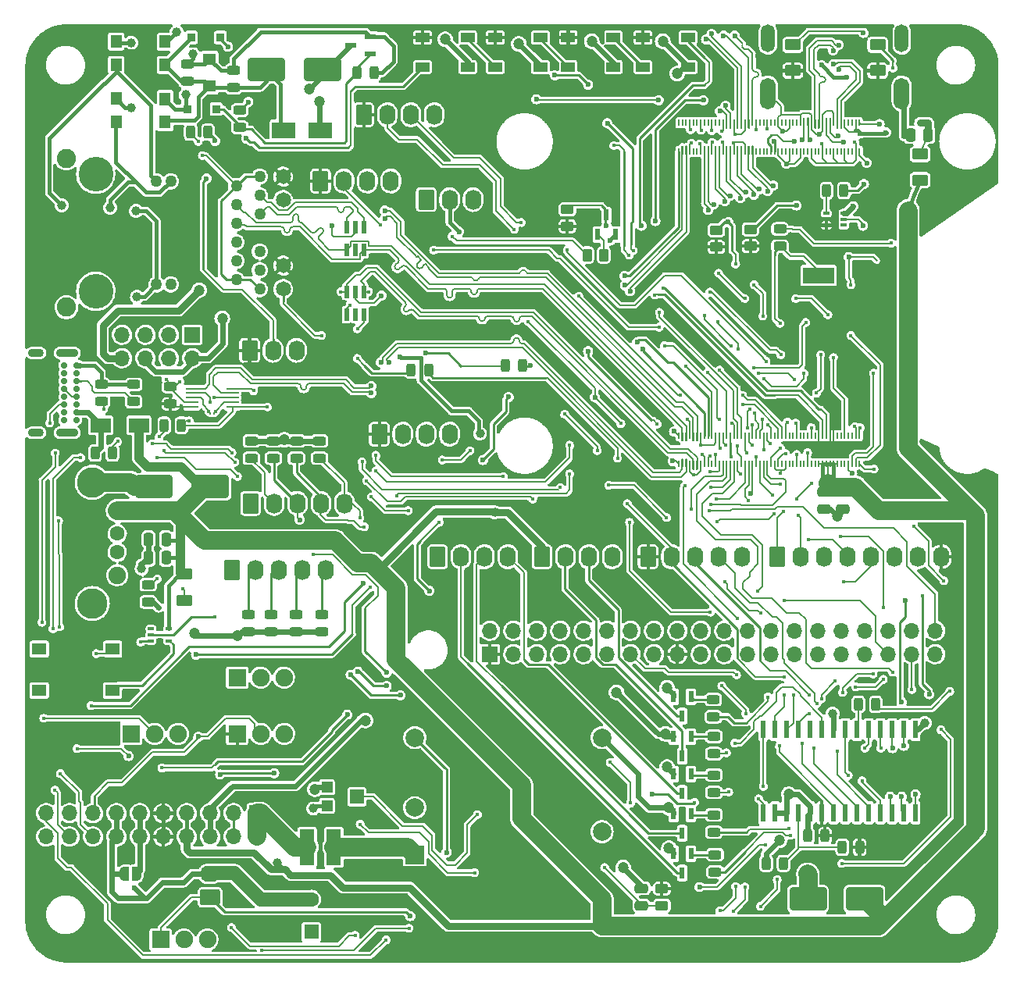
<source format=gtl>
%TF.GenerationSoftware,KiCad,Pcbnew,5.99.0-unknown-47cb7f53fd~143~ubuntu20.04.1*%
%TF.CreationDate,2021-11-23T21:30:27-08:00*%
%TF.ProjectId,acorn-motherboard,61636f72-6e2d-46d6-9f74-686572626f61,rev?*%
%TF.SameCoordinates,Original*%
%TF.FileFunction,Copper,L1,Top*%
%TF.FilePolarity,Positive*%
%FSLAX46Y46*%
G04 Gerber Fmt 4.6, Leading zero omitted, Abs format (unit mm)*
G04 Created by KiCad (PCBNEW 5.99.0-unknown-47cb7f53fd~143~ubuntu20.04.1) date 2021-11-23 21:30:27*
%MOMM*%
%LPD*%
G01*
G04 APERTURE LIST*
G04 Aperture macros list*
%AMRoundRect*
0 Rectangle with rounded corners*
0 $1 Rounding radius*
0 $2 $3 $4 $5 $6 $7 $8 $9 X,Y pos of 4 corners*
0 Add a 4 corners polygon primitive as box body*
4,1,4,$2,$3,$4,$5,$6,$7,$8,$9,$2,$3,0*
0 Add four circle primitives for the rounded corners*
1,1,$1+$1,$2,$3*
1,1,$1+$1,$4,$5*
1,1,$1+$1,$6,$7*
1,1,$1+$1,$8,$9*
0 Add four rect primitives between the rounded corners*
20,1,$1+$1,$2,$3,$4,$5,0*
20,1,$1+$1,$4,$5,$6,$7,0*
20,1,$1+$1,$6,$7,$8,$9,0*
20,1,$1+$1,$8,$9,$2,$3,0*%
%AMFreePoly0*
4,1,22,0.500000,-0.750000,0.000000,-0.750000,0.000000,-0.745033,-0.079941,-0.743568,-0.215256,-0.701293,-0.333266,-0.622738,-0.424486,-0.514219,-0.481581,-0.384460,-0.499164,-0.250000,-0.500000,-0.250000,-0.500000,0.250000,-0.499164,0.250000,-0.499963,0.256109,-0.478152,0.396186,-0.417904,0.524511,-0.324060,0.630769,-0.204165,0.706417,-0.067858,0.745374,0.000000,0.744959,0.000000,0.750000,
0.500000,0.750000,0.500000,-0.750000,0.500000,-0.750000,$1*%
%AMFreePoly1*
4,1,20,0.000000,0.744959,0.073905,0.744508,0.209726,0.703889,0.328688,0.626782,0.421226,0.519385,0.479903,0.390333,0.500000,0.250000,0.500000,-0.250000,0.499851,-0.262216,0.476331,-0.402017,0.414519,-0.529596,0.319384,-0.634700,0.198574,-0.708877,0.061801,-0.746166,0.000000,-0.745033,0.000000,-0.750000,-0.500000,-0.750000,-0.500000,0.750000,0.000000,0.750000,0.000000,0.744959,
0.000000,0.744959,$1*%
G04 Aperture macros list end*
%TA.AperFunction,SMDPad,CuDef*%
%ADD10R,1.600000X3.900000*%
%TD*%
%TA.AperFunction,ComponentPad*%
%ADD11RoundRect,0.250000X-0.620000X-0.850000X0.620000X-0.850000X0.620000X0.850000X-0.620000X0.850000X0*%
%TD*%
%TA.AperFunction,ComponentPad*%
%ADD12O,1.740000X2.200000*%
%TD*%
%TA.AperFunction,ComponentPad*%
%ADD13RoundRect,0.250000X0.850000X-0.620000X0.850000X0.620000X-0.850000X0.620000X-0.850000X-0.620000X0*%
%TD*%
%TA.AperFunction,ComponentPad*%
%ADD14O,2.200000X1.740000*%
%TD*%
%TA.AperFunction,SMDPad,CuDef*%
%ADD15R,1.200000X1.200000*%
%TD*%
%TA.AperFunction,SMDPad,CuDef*%
%ADD16R,1.500000X1.600000*%
%TD*%
%TA.AperFunction,SMDPad,CuDef*%
%ADD17RoundRect,0.250000X0.625000X-0.375000X0.625000X0.375000X-0.625000X0.375000X-0.625000X-0.375000X0*%
%TD*%
%TA.AperFunction,SMDPad,CuDef*%
%ADD18RoundRect,0.243750X-0.456250X0.243750X-0.456250X-0.243750X0.456250X-0.243750X0.456250X0.243750X0*%
%TD*%
%TA.AperFunction,SMDPad,CuDef*%
%ADD19R,0.200000X0.700000*%
%TD*%
%TA.AperFunction,SMDPad,CuDef*%
%ADD20RoundRect,0.243750X0.456250X-0.243750X0.456250X0.243750X-0.456250X0.243750X-0.456250X-0.243750X0*%
%TD*%
%TA.AperFunction,SMDPad,CuDef*%
%ADD21R,1.400000X1.300000*%
%TD*%
%TA.AperFunction,SMDPad,CuDef*%
%ADD22R,2.500000X1.800000*%
%TD*%
%TA.AperFunction,SMDPad,CuDef*%
%ADD23RoundRect,0.243750X0.243750X0.456250X-0.243750X0.456250X-0.243750X-0.456250X0.243750X-0.456250X0*%
%TD*%
%TA.AperFunction,ComponentPad*%
%ADD24C,1.270000*%
%TD*%
%TA.AperFunction,ComponentPad*%
%ADD25C,1.651000*%
%TD*%
%TA.AperFunction,ComponentPad*%
%ADD26C,3.759200*%
%TD*%
%TA.AperFunction,ComponentPad*%
%ADD27C,2.082800*%
%TD*%
%TA.AperFunction,SMDPad,CuDef*%
%ADD28R,0.900000X0.950000*%
%TD*%
%TA.AperFunction,SMDPad,CuDef*%
%ADD29RoundRect,0.243750X-0.243750X-0.456250X0.243750X-0.456250X0.243750X0.456250X-0.243750X0.456250X0*%
%TD*%
%TA.AperFunction,SMDPad,CuDef*%
%ADD30RoundRect,0.250000X-0.625000X0.375000X-0.625000X-0.375000X0.625000X-0.375000X0.625000X0.375000X0*%
%TD*%
%TA.AperFunction,SMDPad,CuDef*%
%ADD31R,3.400000X1.800000*%
%TD*%
%TA.AperFunction,SMDPad,CuDef*%
%ADD32R,1.300000X0.600000*%
%TD*%
%TA.AperFunction,SMDPad,CuDef*%
%ADD33R,0.558800X1.320800*%
%TD*%
%TA.AperFunction,SMDPad,CuDef*%
%ADD34R,2.200000X1.600000*%
%TD*%
%TA.AperFunction,ComponentPad*%
%ADD35C,0.700000*%
%TD*%
%TA.AperFunction,ComponentPad*%
%ADD36O,1.700000X0.900000*%
%TD*%
%TA.AperFunction,ComponentPad*%
%ADD37O,2.400000X0.900000*%
%TD*%
%TA.AperFunction,SMDPad,CuDef*%
%ADD38R,1.550000X1.300000*%
%TD*%
%TA.AperFunction,SMDPad,CuDef*%
%ADD39RoundRect,0.100000X-0.225000X-0.100000X0.225000X-0.100000X0.225000X0.100000X-0.225000X0.100000X0*%
%TD*%
%TA.AperFunction,SMDPad,CuDef*%
%ADD40RoundRect,0.100000X0.225000X0.100000X-0.225000X0.100000X-0.225000X-0.100000X0.225000X-0.100000X0*%
%TD*%
%TA.AperFunction,SMDPad,CuDef*%
%ADD41R,1.358900X0.279400*%
%TD*%
%TA.AperFunction,ComponentPad*%
%ADD42C,1.900000*%
%TD*%
%TA.AperFunction,ComponentPad*%
%ADD43C,1.600000*%
%TD*%
%TA.AperFunction,ComponentPad*%
%ADD44C,3.300000*%
%TD*%
%TA.AperFunction,SMDPad,CuDef*%
%ADD45RoundRect,0.250000X-1.750000X-1.000000X1.750000X-1.000000X1.750000X1.000000X-1.750000X1.000000X0*%
%TD*%
%TA.AperFunction,ComponentPad*%
%ADD46R,2.000000X2.000000*%
%TD*%
%TA.AperFunction,ComponentPad*%
%ADD47C,2.000000*%
%TD*%
%TA.AperFunction,SMDPad,CuDef*%
%ADD48FreePoly0,0.000000*%
%TD*%
%TA.AperFunction,SMDPad,CuDef*%
%ADD49FreePoly1,0.000000*%
%TD*%
%TA.AperFunction,ComponentPad*%
%ADD50R,1.700000X1.700000*%
%TD*%
%TA.AperFunction,ComponentPad*%
%ADD51O,1.700000X1.700000*%
%TD*%
%TA.AperFunction,SMDPad,CuDef*%
%ADD52R,0.600000X1.300000*%
%TD*%
%TA.AperFunction,ComponentPad*%
%ADD53R,1.600000X1.600000*%
%TD*%
%TA.AperFunction,ComponentPad*%
%ADD54RoundRect,0.250000X-0.620000X-0.845000X0.620000X-0.845000X0.620000X0.845000X-0.620000X0.845000X0*%
%TD*%
%TA.AperFunction,ComponentPad*%
%ADD55O,1.740000X2.190000*%
%TD*%
%TA.AperFunction,ComponentPad*%
%ADD56R,1.900000X1.900000*%
%TD*%
%TA.AperFunction,SMDPad,CuDef*%
%ADD57RoundRect,0.250000X-0.475000X0.250000X-0.475000X-0.250000X0.475000X-0.250000X0.475000X0.250000X0*%
%TD*%
%TA.AperFunction,SMDPad,CuDef*%
%ADD58R,1.500000X1.000000*%
%TD*%
%TA.AperFunction,SMDPad,CuDef*%
%ADD59RoundRect,0.250000X-0.450000X0.262500X-0.450000X-0.262500X0.450000X-0.262500X0.450000X0.262500X0*%
%TD*%
%TA.AperFunction,SMDPad,CuDef*%
%ADD60R,1.250000X1.450000*%
%TD*%
%TA.AperFunction,SMDPad,CuDef*%
%ADD61RoundRect,0.250000X0.250000X0.475000X-0.250000X0.475000X-0.250000X-0.475000X0.250000X-0.475000X0*%
%TD*%
%TA.AperFunction,SMDPad,CuDef*%
%ADD62R,0.558800X1.981200*%
%TD*%
%TA.AperFunction,SMDPad,CuDef*%
%ADD63RoundRect,0.250000X1.750000X1.000000X-1.750000X1.000000X-1.750000X-1.000000X1.750000X-1.000000X0*%
%TD*%
%TA.AperFunction,SMDPad,CuDef*%
%ADD64RoundRect,0.250000X0.450000X-0.262500X0.450000X0.262500X-0.450000X0.262500X-0.450000X-0.262500X0*%
%TD*%
%TA.AperFunction,SMDPad,CuDef*%
%ADD65RoundRect,0.250000X-0.262500X-0.450000X0.262500X-0.450000X0.262500X0.450000X-0.262500X0.450000X0*%
%TD*%
%TA.AperFunction,ComponentPad*%
%ADD66O,1.700000X3.400000*%
%TD*%
%TA.AperFunction,ComponentPad*%
%ADD67O,1.500000X3.000000*%
%TD*%
%TA.AperFunction,ViaPad*%
%ADD68C,0.600000*%
%TD*%
%TA.AperFunction,ViaPad*%
%ADD69C,0.450000*%
%TD*%
%TA.AperFunction,ViaPad*%
%ADD70C,1.200000*%
%TD*%
%TA.AperFunction,ViaPad*%
%ADD71C,1.000000*%
%TD*%
%TA.AperFunction,Conductor*%
%ADD72C,0.200000*%
%TD*%
%TA.AperFunction,Conductor*%
%ADD73C,0.600000*%
%TD*%
%TA.AperFunction,Conductor*%
%ADD74C,2.000000*%
%TD*%
%TA.AperFunction,Conductor*%
%ADD75C,0.250000*%
%TD*%
%TA.AperFunction,Conductor*%
%ADD76C,0.400000*%
%TD*%
%TA.AperFunction,Conductor*%
%ADD77C,0.800000*%
%TD*%
%TA.AperFunction,Conductor*%
%ADD78C,1.000000*%
%TD*%
%TA.AperFunction,Conductor*%
%ADD79C,1.500000*%
%TD*%
G04 APERTURE END LIST*
D10*
X118450000Y-129000000D03*
X115550000Y-129000000D03*
D11*
X121690000Y-49562275D03*
D12*
X124230000Y-49562275D03*
X126770000Y-49562275D03*
X129310000Y-49562275D03*
D13*
X105031061Y-134419725D03*
D14*
X105031061Y-131879725D03*
D11*
X117000000Y-56750000D03*
D12*
X119540000Y-56750000D03*
X122080000Y-56750000D03*
X124620000Y-56750000D03*
D15*
X117700000Y-122500000D03*
D16*
X120950000Y-123500000D03*
D15*
X117700000Y-124500000D03*
D17*
X102200000Y-102200000D03*
X102200000Y-99400000D03*
D18*
X98321061Y-100520225D03*
X98321061Y-102395225D03*
D19*
X155821061Y-87450000D03*
X155821061Y-84370000D03*
X156221061Y-87450000D03*
X156221061Y-84370000D03*
X156621061Y-87450000D03*
X156621061Y-84370000D03*
X157021061Y-87450000D03*
X157021061Y-84370000D03*
X157421061Y-87450000D03*
X157421061Y-84370000D03*
X157821061Y-87450000D03*
X157821061Y-84370000D03*
X158221061Y-87450000D03*
X158221061Y-84370000D03*
X158621061Y-87450000D03*
X158621061Y-84370000D03*
X159021061Y-87450000D03*
X159021061Y-84370000D03*
X159421061Y-87450000D03*
X159421061Y-84370000D03*
X159821061Y-87450000D03*
X159821061Y-84370000D03*
X160221061Y-87450000D03*
X160221061Y-84370000D03*
X160621061Y-87450000D03*
X160621061Y-84370000D03*
X161021061Y-87450000D03*
X161021061Y-84370000D03*
X161421061Y-87450000D03*
X161421061Y-84370000D03*
X161821061Y-87450000D03*
X161821061Y-84370000D03*
X162221061Y-87450000D03*
X162221061Y-84370000D03*
X162621061Y-87450000D03*
X162621061Y-84370000D03*
X163021061Y-87450000D03*
X163021061Y-84370000D03*
X163421061Y-87450000D03*
X163421061Y-84370000D03*
X163821061Y-87450000D03*
X163821061Y-84370000D03*
X164221061Y-87450000D03*
X164221061Y-84370000D03*
X164621061Y-87450000D03*
X164621061Y-84370000D03*
X165021061Y-87450000D03*
X165021061Y-84370000D03*
X165421061Y-87450000D03*
X165421061Y-84370000D03*
X165821061Y-87450000D03*
X165821061Y-84370000D03*
X166221061Y-87450000D03*
X166221061Y-84370000D03*
X166621061Y-87450000D03*
X166621061Y-84370000D03*
X167021061Y-87450000D03*
X167021061Y-84370000D03*
X167421061Y-87450000D03*
X167421061Y-84370000D03*
X167821061Y-87450000D03*
X167821061Y-84370000D03*
X168221061Y-87450000D03*
X168221061Y-84370000D03*
X168621061Y-87450000D03*
X168621061Y-84370000D03*
X169021061Y-87450000D03*
X169021061Y-84370000D03*
X169421061Y-87450000D03*
X169421061Y-84370000D03*
X169821061Y-87450000D03*
X169821061Y-84370000D03*
X170221061Y-87450000D03*
X170221061Y-84370000D03*
X170621061Y-87450000D03*
X170621061Y-84370000D03*
X171021061Y-87450000D03*
X171021061Y-84370000D03*
X171421061Y-87450000D03*
X171421061Y-84370000D03*
X171821061Y-87450000D03*
X171821061Y-84370000D03*
X172221061Y-87450000D03*
X172221061Y-84370000D03*
X172621061Y-87450000D03*
X172621061Y-84370000D03*
X173021061Y-87450000D03*
X173021061Y-84370000D03*
X173421061Y-87450000D03*
X173421061Y-84370000D03*
X173821061Y-87450000D03*
X173821061Y-84370000D03*
X174221061Y-87450000D03*
X174221061Y-84370000D03*
X174621061Y-87450000D03*
X174621061Y-84370000D03*
X175021061Y-87450000D03*
X175021061Y-84370000D03*
X175421061Y-87450000D03*
X175421061Y-84370000D03*
X155821061Y-53530000D03*
X155821061Y-50450000D03*
X156221061Y-53530000D03*
X156221061Y-50450000D03*
X156621061Y-53530000D03*
X156621061Y-50450000D03*
X157021061Y-53530000D03*
X157021061Y-50450000D03*
X157421061Y-53530000D03*
X157421061Y-50450000D03*
X157821061Y-53530000D03*
X157821061Y-50450000D03*
X158221061Y-53530000D03*
X158221061Y-50450000D03*
X158621061Y-53530000D03*
X158621061Y-50450000D03*
X159021061Y-53530000D03*
X159021061Y-50450000D03*
X159421061Y-53530000D03*
X159421061Y-50450000D03*
X159821061Y-53530000D03*
X159821061Y-50450000D03*
X160221061Y-53530000D03*
X160221061Y-50450000D03*
X160621061Y-53530000D03*
X160621061Y-50450000D03*
X161021061Y-53530000D03*
X161021061Y-50450000D03*
X161421061Y-53530000D03*
X161421061Y-50450000D03*
X161821061Y-53530000D03*
X161821061Y-50450000D03*
X162221061Y-53530000D03*
X162221061Y-50450000D03*
X162621061Y-53530000D03*
X162621061Y-50450000D03*
X163021061Y-53530000D03*
X163021061Y-50450000D03*
X163421061Y-53530000D03*
X163421061Y-50450000D03*
X163821061Y-53530000D03*
X163821061Y-50450000D03*
X164221061Y-53530000D03*
X164221061Y-50450000D03*
X164621061Y-53530000D03*
X164621061Y-50450000D03*
X165021061Y-53530000D03*
X165021061Y-50450000D03*
X165421061Y-53530000D03*
X165421061Y-50450000D03*
X165821061Y-53530000D03*
X165821061Y-50450000D03*
X166221061Y-53530000D03*
X166221061Y-50450000D03*
X166621061Y-53530000D03*
X166621061Y-50450000D03*
X167021061Y-53530000D03*
X167021061Y-50450000D03*
X167421061Y-53530000D03*
X167421061Y-50450000D03*
X167821061Y-53530000D03*
X167821061Y-50450000D03*
X168221061Y-53530000D03*
X168221061Y-50450000D03*
X168621061Y-53530000D03*
X168621061Y-50450000D03*
X169021061Y-53530000D03*
X169021061Y-50450000D03*
X169421061Y-53530000D03*
X169421061Y-50450000D03*
X169821061Y-53530000D03*
X169821061Y-50450000D03*
X170221061Y-53530000D03*
X170221061Y-50450000D03*
X170621061Y-53530000D03*
X170621061Y-50450000D03*
X171021061Y-53530000D03*
X171021061Y-50450000D03*
X171421061Y-53530000D03*
X171421061Y-50450000D03*
X171821061Y-53530000D03*
X171821061Y-50450000D03*
X172221061Y-53530000D03*
X172221061Y-50450000D03*
X172621061Y-53530000D03*
X172621061Y-50450000D03*
X173021061Y-53530000D03*
X173021061Y-50450000D03*
X173421061Y-53530000D03*
X173421061Y-50450000D03*
X173821061Y-53530000D03*
X173821061Y-50450000D03*
X174221061Y-53530000D03*
X174221061Y-50450000D03*
X174621061Y-53530000D03*
X174621061Y-50450000D03*
X175021061Y-53530000D03*
X175021061Y-50450000D03*
X175421061Y-53530000D03*
X175421061Y-50450000D03*
D20*
X107571061Y-46637500D03*
X107571061Y-44762500D03*
D21*
X104971061Y-46450000D03*
X104971061Y-43550000D03*
D22*
X117000000Y-51242275D03*
X113000000Y-51242275D03*
D18*
X102571061Y-44062500D03*
X102571061Y-45937500D03*
D23*
X122787500Y-45042275D03*
X120912500Y-45042275D03*
D24*
X107871061Y-67450000D03*
X107871061Y-65420002D03*
X107871061Y-63390000D03*
X107871061Y-61360002D03*
X107871061Y-59330001D03*
X107871061Y-57300003D03*
X110411061Y-68470000D03*
X110411061Y-66440002D03*
X110411061Y-64410001D03*
X110411061Y-60340002D03*
X110411061Y-58310001D03*
X110411061Y-56280003D03*
X100761061Y-67960000D03*
X100761061Y-56790003D03*
X99221061Y-67960000D03*
X99221061Y-56790003D03*
D25*
X112951061Y-68470000D03*
X112951061Y-65930002D03*
X112951061Y-58820001D03*
X112951061Y-56280003D03*
D26*
X92631061Y-68725001D03*
X92631061Y-56025001D03*
D27*
X89461061Y-70440002D03*
X89461061Y-54310001D03*
D28*
X102546061Y-48950000D03*
X105696061Y-48950000D03*
X106146061Y-41200000D03*
X102996061Y-41200000D03*
D29*
X102933561Y-51450000D03*
X104808561Y-51450000D03*
D30*
X168200000Y-41992275D03*
X168200000Y-44792275D03*
D18*
X166800000Y-61954775D03*
X166800000Y-63829775D03*
D29*
X126833561Y-77250000D03*
X128708561Y-77250000D03*
X137062500Y-76750000D03*
X138937500Y-76750000D03*
D31*
X171000000Y-67000000D03*
D32*
X122400000Y-42992275D03*
X122400000Y-41092275D03*
X120300000Y-42042275D03*
D33*
X121710861Y-61755400D03*
X120771061Y-61755400D03*
X119831261Y-61755400D03*
X119831261Y-64244600D03*
X120771061Y-64244600D03*
X121710861Y-64244600D03*
X121710861Y-68755400D03*
X120771061Y-68755400D03*
X119831261Y-68755400D03*
X119831261Y-71244600D03*
X120771061Y-71244600D03*
X121710861Y-71244600D03*
D18*
X100750000Y-79062500D03*
X100750000Y-80937500D03*
D30*
X177400000Y-41992275D03*
X177400000Y-44792275D03*
D34*
X97300000Y-83250000D03*
X93200000Y-83250000D03*
D35*
X90525000Y-76750000D03*
X90525000Y-77600000D03*
X90525000Y-78450000D03*
X90525000Y-79300000D03*
X90525000Y-80150000D03*
X90525000Y-81000000D03*
X90525000Y-81850000D03*
X90525000Y-82700000D03*
X89175000Y-82700000D03*
X89175000Y-81850000D03*
X89175000Y-81000000D03*
X89175000Y-80150000D03*
X89175000Y-79300000D03*
X89175000Y-78450000D03*
X89175000Y-77600000D03*
X89175000Y-76750000D03*
D36*
X86165000Y-75400000D03*
D37*
X89545000Y-75400000D03*
X89545000Y-84050000D03*
D36*
X86165000Y-84050000D03*
D23*
X173737500Y-57792275D03*
X171862500Y-57792275D03*
X101937500Y-83250000D03*
X100062500Y-83250000D03*
D29*
X92562500Y-86250000D03*
X94437500Y-86250000D03*
D18*
X96750000Y-78812500D03*
X96750000Y-80687500D03*
D38*
X94475000Y-112000000D03*
X86525000Y-112000000D03*
X94475000Y-107500000D03*
X86525000Y-107500000D03*
D39*
X98621061Y-105307725D03*
X98621061Y-105957725D03*
X98621061Y-106607725D03*
X100521061Y-106607725D03*
X100521061Y-105307725D03*
D40*
X173735561Y-61556500D03*
X173735561Y-60906500D03*
X173735561Y-60256500D03*
X171835561Y-60256500D03*
X171835561Y-61556500D03*
D41*
X107450938Y-81252513D03*
X107450938Y-80752511D03*
X107450938Y-80252512D03*
X107450938Y-79752513D03*
X107450938Y-79252511D03*
X103044038Y-79252511D03*
X103044038Y-79752513D03*
X103044038Y-80252512D03*
X103044038Y-80752511D03*
X103044038Y-81252513D03*
D42*
X94960000Y-92500000D03*
D43*
X94960000Y-95000000D03*
X94960000Y-97000000D03*
D42*
X94960000Y-99500000D03*
D44*
X92250000Y-89430000D03*
X92250000Y-102570000D03*
D45*
X111117500Y-44700000D03*
X117217500Y-44700000D03*
D11*
X123371061Y-84200000D03*
D12*
X125911061Y-84200000D03*
X128451061Y-84200000D03*
X130991061Y-84200000D03*
D46*
X127221061Y-129807725D03*
D47*
X127221061Y-124707725D03*
X147521061Y-137507725D03*
X147521061Y-127307725D03*
X147521061Y-117107725D03*
X127221061Y-117107725D03*
D48*
X95745061Y-131879725D03*
D49*
X97045061Y-131879725D03*
D50*
X110121061Y-125307725D03*
D51*
X110121061Y-127847725D03*
X107581061Y-125307725D03*
X107581061Y-127847725D03*
X105041061Y-125307725D03*
X105041061Y-127847725D03*
X102501061Y-125307725D03*
X102501061Y-127847725D03*
X99961061Y-125307725D03*
X99961061Y-127847725D03*
X97421061Y-125307725D03*
X97421061Y-127847725D03*
X94881061Y-125307725D03*
X94881061Y-127847725D03*
X92341061Y-125307725D03*
X92341061Y-127847725D03*
X89801061Y-125307725D03*
X89801061Y-127847725D03*
X87261061Y-125307725D03*
X87261061Y-127847725D03*
D29*
X169812500Y-127750000D03*
X171687500Y-127750000D03*
D11*
X152500000Y-97500000D03*
D12*
X155040000Y-97500000D03*
X157580000Y-97500000D03*
X160120000Y-97500000D03*
X162660000Y-97500000D03*
D52*
X157162061Y-129686725D03*
X155262061Y-129686725D03*
X156212061Y-131786725D03*
X157162061Y-125368725D03*
X155262061Y-125368725D03*
X156212061Y-127468725D03*
D20*
X159768061Y-131674225D03*
X159768061Y-129799225D03*
X159641061Y-127356225D03*
X159641061Y-125481225D03*
D29*
X173562500Y-129000000D03*
X175437500Y-129000000D03*
X165312500Y-130750000D03*
X167187500Y-130750000D03*
D23*
X177187500Y-113500000D03*
X175312500Y-113500000D03*
D18*
X93250000Y-78812500D03*
X93250000Y-80687500D03*
D11*
X141000000Y-97500000D03*
D12*
X143540000Y-97500000D03*
X146080000Y-97500000D03*
X148620000Y-97500000D03*
D52*
X157162061Y-116986725D03*
X155262061Y-116986725D03*
X156212061Y-119086725D03*
X157162061Y-112668725D03*
X155262061Y-112668725D03*
X156212061Y-114768725D03*
D20*
X159641061Y-118847225D03*
X159641061Y-116972225D03*
X159571061Y-114845225D03*
X159571061Y-112970225D03*
X108250000Y-50937500D03*
X108250000Y-49062500D03*
D52*
X157162061Y-121050725D03*
X155262061Y-121050725D03*
X156212061Y-123150725D03*
D20*
X159641061Y-123038225D03*
X159641061Y-121163225D03*
D11*
X166500000Y-97500000D03*
D12*
X169040000Y-97500000D03*
X171580000Y-97500000D03*
X174120000Y-97500000D03*
X176660000Y-97500000D03*
X179200000Y-97500000D03*
X181740000Y-97500000D03*
X184280000Y-97500000D03*
D18*
X109500000Y-84930832D03*
X109500000Y-86805832D03*
D11*
X109420000Y-91707725D03*
D12*
X111960000Y-91707725D03*
X114500000Y-91707725D03*
X117040000Y-91707725D03*
X119580000Y-91707725D03*
D18*
X111891061Y-84930832D03*
X111891061Y-86805832D03*
X114391061Y-84930832D03*
X114391061Y-86805832D03*
X116891061Y-84930832D03*
X116891061Y-86805832D03*
D53*
X116000000Y-138152651D03*
D43*
X116000000Y-134652651D03*
D20*
X111641061Y-105645225D03*
X111641061Y-103770225D03*
X117141061Y-105645225D03*
X117141061Y-103770225D03*
X114371061Y-105645225D03*
X114371061Y-103770225D03*
D11*
X107420000Y-98957725D03*
D12*
X109960000Y-98957725D03*
X112500000Y-98957725D03*
X115040000Y-98957725D03*
X117580000Y-98957725D03*
D11*
X129690000Y-97500000D03*
D12*
X132230000Y-97500000D03*
X134770000Y-97500000D03*
X137310000Y-97500000D03*
D20*
X109141061Y-105645225D03*
X109141061Y-103770225D03*
D54*
X109310000Y-75112275D03*
D55*
X111850000Y-75112275D03*
X114390000Y-75112275D03*
D56*
X96460000Y-116700000D03*
D42*
X99000000Y-116700000D03*
X101540000Y-116700000D03*
D57*
X173610000Y-90460000D03*
X173610000Y-92360000D03*
D58*
X151950000Y-41192275D03*
X151950000Y-44392275D03*
X156850000Y-44392275D03*
X156850000Y-41192275D03*
X128050000Y-41192275D03*
X128050000Y-44392275D03*
X132950000Y-44392275D03*
X132950000Y-41192275D03*
D59*
X143750000Y-59837500D03*
X143750000Y-61662500D03*
D60*
X94850000Y-47830000D03*
X94850000Y-50370000D03*
X100150000Y-47850000D03*
X100150000Y-50370000D03*
D50*
X103100000Y-73425000D03*
D51*
X103100000Y-75965000D03*
X100560000Y-73425000D03*
X100560000Y-75965000D03*
X98020000Y-73425000D03*
X98020000Y-75965000D03*
X95480000Y-73425000D03*
X95480000Y-75965000D03*
D61*
X100250000Y-95600000D03*
X98350000Y-95600000D03*
D54*
X128460000Y-58770000D03*
D55*
X131000000Y-58770000D03*
X133540000Y-58770000D03*
D60*
X94850000Y-41630000D03*
X94850000Y-44170000D03*
X100150000Y-41650000D03*
X100150000Y-44170000D03*
D52*
X147050000Y-62550000D03*
X148950000Y-62550000D03*
X148000000Y-60450000D03*
D57*
X151800000Y-133450000D03*
X151800000Y-135350000D03*
D61*
X182871061Y-51750000D03*
X180971061Y-51750000D03*
D58*
X143850000Y-41192275D03*
X143850000Y-44392275D03*
X148750000Y-44392275D03*
X148750000Y-41192275D03*
D61*
X100250000Y-97610000D03*
X98350000Y-97610000D03*
D62*
X181505000Y-116235000D03*
X180235000Y-116235000D03*
X178965000Y-116235000D03*
X177695000Y-116235000D03*
X176425000Y-116235000D03*
X175155000Y-116235000D03*
X173885000Y-116235000D03*
X172615000Y-116235000D03*
X171345000Y-116235000D03*
X170075000Y-116235000D03*
X168805000Y-116235000D03*
X167535000Y-116235000D03*
X166265000Y-116235000D03*
X164995000Y-116235000D03*
X164995000Y-125265000D03*
X166265000Y-125265000D03*
X167535000Y-125265000D03*
X168805000Y-125265000D03*
X170075000Y-125265000D03*
X171345000Y-125265000D03*
X172615000Y-125265000D03*
X173885000Y-125265000D03*
X175155000Y-125265000D03*
X176425000Y-125265000D03*
X177695000Y-125265000D03*
X178965000Y-125265000D03*
X180235000Y-125265000D03*
X181505000Y-125265000D03*
D63*
X175950000Y-134600000D03*
X169850000Y-134600000D03*
D64*
X163600000Y-63812500D03*
X163600000Y-61987500D03*
D57*
X171600000Y-90450000D03*
X171600000Y-92350000D03*
D63*
X105050000Y-89900000D03*
X98950000Y-89900000D03*
D56*
X107960000Y-116700000D03*
D42*
X110500000Y-116700000D03*
X113040000Y-116700000D03*
D64*
X159900000Y-63912500D03*
X159900000Y-62087500D03*
D56*
X99660000Y-139000000D03*
D42*
X102200000Y-139000000D03*
X104740000Y-139000000D03*
D64*
X154000000Y-135312500D03*
X154000000Y-133487500D03*
D56*
X107960000Y-110600000D03*
D42*
X110500000Y-110600000D03*
X113040000Y-110600000D03*
D58*
X135950000Y-41192275D03*
X135950000Y-44392275D03*
X140850000Y-44392275D03*
X140850000Y-41192275D03*
D65*
X145887500Y-64792275D03*
X147712500Y-64792275D03*
D17*
X182000000Y-56650000D03*
X182000000Y-53850000D03*
D50*
X135371061Y-108057725D03*
D51*
X135371061Y-105517725D03*
X137911061Y-108057725D03*
X137911061Y-105517725D03*
X140451061Y-108057725D03*
X140451061Y-105517725D03*
X142991061Y-108057725D03*
X142991061Y-105517725D03*
X145531061Y-108057725D03*
X145531061Y-105517725D03*
X148071061Y-108057725D03*
X148071061Y-105517725D03*
X150611061Y-108057725D03*
X150611061Y-105517725D03*
X153151061Y-108057725D03*
X153151061Y-105517725D03*
X155691061Y-108057725D03*
X155691061Y-105517725D03*
X158231061Y-108057725D03*
X158231061Y-105517725D03*
X160771061Y-108057725D03*
X160771061Y-105517725D03*
X163311061Y-108057725D03*
X163311061Y-105517725D03*
X165851061Y-108057725D03*
X165851061Y-105517725D03*
X168391061Y-108057725D03*
X168391061Y-105517725D03*
X170931061Y-108057725D03*
X170931061Y-105517725D03*
X173471061Y-108057725D03*
X173471061Y-105517725D03*
X176011061Y-108057725D03*
X176011061Y-105517725D03*
X178551061Y-108057725D03*
X178551061Y-105517725D03*
X181091061Y-108057725D03*
X181091061Y-105517725D03*
X183631061Y-108057725D03*
X183631061Y-105517725D03*
D66*
X165496061Y-47256750D03*
D67*
X165496061Y-41296750D03*
D66*
X179996061Y-47256750D03*
D67*
X179996061Y-41296750D03*
D68*
X180250000Y-51900000D03*
D69*
X157450000Y-88650000D03*
X100250000Y-78250000D03*
D68*
X178300000Y-51492275D03*
D70*
X130500000Y-41392275D03*
X108030000Y-106040000D03*
D69*
X170500000Y-131800000D03*
X165500000Y-83200000D03*
X156800000Y-82600000D03*
X159200000Y-88300000D03*
D70*
X146400000Y-41592275D03*
X113071061Y-84818332D03*
D68*
X155171061Y-87100000D03*
D69*
X160550000Y-52550000D03*
X171350000Y-52700000D03*
X169800000Y-131900000D03*
D68*
X167500000Y-54892275D03*
D70*
X103300000Y-105800000D03*
D68*
X171300000Y-44192275D03*
D70*
X154571061Y-120307725D03*
D69*
X109750000Y-79500000D03*
D70*
X154771061Y-129107725D03*
D69*
X165400000Y-51100000D03*
X159400000Y-51300000D03*
D70*
X154771061Y-124707725D03*
D69*
X170200000Y-83500000D03*
X161750000Y-52600000D03*
D68*
X167100000Y-51342275D03*
D69*
X101750000Y-78500000D03*
D70*
X138500000Y-41892275D03*
D69*
X166800000Y-88400000D03*
D71*
X172500000Y-114500000D03*
D70*
X149800000Y-131200000D03*
X166750000Y-128250000D03*
D68*
X174750000Y-59500000D03*
X155321061Y-83900000D03*
X123600000Y-69200000D03*
D69*
X159450000Y-52550000D03*
D70*
X116400000Y-122700000D03*
D68*
X99471061Y-103007725D03*
D69*
X169100000Y-132200000D03*
D68*
X105571061Y-52400000D03*
D69*
X99500000Y-84500000D03*
D68*
X174000000Y-45492275D03*
D70*
X149090000Y-112200000D03*
D69*
X168600000Y-86400000D03*
X157100000Y-51200000D03*
D71*
X97600000Y-98800000D03*
D69*
X174912139Y-83382428D03*
D68*
X118200000Y-61600000D03*
D70*
X167750000Y-123250000D03*
D69*
X164250000Y-51200000D03*
X157200000Y-52650000D03*
X161600000Y-83000000D03*
X164221061Y-86621061D03*
D70*
X155660000Y-45112275D03*
X173000000Y-93100000D03*
D69*
X158100000Y-52750000D03*
D68*
X171100000Y-51692275D03*
D69*
X160500000Y-51350000D03*
D70*
X154571061Y-111707725D03*
D69*
X158200000Y-85400000D03*
X163800000Y-83200000D03*
X168500000Y-83000000D03*
X97500000Y-106750000D03*
X158250000Y-51250000D03*
D70*
X154100000Y-41592275D03*
D69*
X169800000Y-131300000D03*
X169200000Y-131600000D03*
D70*
X154371061Y-116707725D03*
D69*
X161950000Y-51700000D03*
D68*
X175500000Y-51592275D03*
D69*
X167600000Y-82900000D03*
D68*
X148400000Y-63200000D03*
D71*
X182500000Y-115500000D03*
D69*
X174900000Y-52500000D03*
X169800000Y-86200000D03*
X162500000Y-88500000D03*
X181400000Y-89700000D03*
X141050000Y-69650000D03*
X135750000Y-117000000D03*
X143400000Y-67250000D03*
X132500000Y-118750000D03*
X142950000Y-66800000D03*
X136500000Y-117750000D03*
D71*
X161100000Y-46892275D03*
D68*
X143900000Y-46592275D03*
D69*
X140550000Y-69150000D03*
X181400000Y-90300000D03*
X133000000Y-118750000D03*
X180800000Y-90300000D03*
X136250000Y-117250000D03*
X180800000Y-89100000D03*
X180800000Y-89700000D03*
X132500000Y-118250000D03*
X134000000Y-125450000D03*
D71*
X116200000Y-124800000D03*
X134290000Y-84150000D03*
D68*
X132000000Y-62250000D03*
D71*
X135900000Y-92700000D03*
D68*
X125600000Y-75800000D03*
D71*
X112300000Y-130700000D03*
D69*
X159300000Y-91800000D03*
X179014309Y-110014309D03*
X167300000Y-102200000D03*
X160900000Y-85400000D03*
X159100000Y-92500000D03*
X157200000Y-92300000D03*
X165700000Y-85200000D03*
X160000000Y-93700000D03*
X166200000Y-92800000D03*
D70*
X116900000Y-48100000D03*
X106350000Y-71650000D03*
D68*
X103750000Y-117000000D03*
X103500000Y-108100000D03*
D69*
X166800000Y-89600000D03*
X122400000Y-100800000D03*
X125262502Y-90858880D03*
X144000000Y-88500000D03*
X171200000Y-75600000D03*
X170750000Y-79750000D03*
X162100000Y-110300000D03*
X173400000Y-95300000D03*
X178000000Y-103000000D03*
X165100000Y-85900000D03*
X173600000Y-112200000D03*
X176900000Y-110200000D03*
X164700000Y-103600000D03*
X160300000Y-85700000D03*
X160800000Y-100200000D03*
X181100000Y-111900000D03*
X167400000Y-86300000D03*
X153700000Y-72600000D03*
X129250000Y-64250000D03*
X159200000Y-68800000D03*
X166900000Y-75600000D03*
X123500000Y-61500000D03*
X166855500Y-85700000D03*
X143750000Y-64250000D03*
X165300000Y-76300000D03*
X164400000Y-101200000D03*
X110591236Y-140191236D03*
X164700000Y-135400000D03*
X126580000Y-137780000D03*
X166500000Y-132500000D03*
X175500000Y-83500000D03*
X170250000Y-89500000D03*
X168800000Y-93000000D03*
X168600000Y-91200000D03*
X167200000Y-92600000D03*
X166000000Y-90800000D03*
X164059763Y-81900000D03*
X168400000Y-78300000D03*
X164500000Y-77600000D03*
D68*
X163600000Y-90600000D03*
D69*
X163200000Y-86200000D03*
X173700000Y-100200000D03*
X163400000Y-91400000D03*
X169900000Y-95600000D03*
X161500000Y-86700000D03*
D68*
X123971061Y-59975000D03*
X123971061Y-60825000D03*
X124396061Y-76400000D03*
D69*
X120200000Y-70200000D03*
D68*
X123546061Y-76400000D03*
D69*
X121000000Y-72800000D03*
X122200000Y-68755400D03*
X119200000Y-68755400D03*
X149200000Y-86800000D03*
X158400000Y-86400000D03*
X159200000Y-86600000D03*
D68*
X146000000Y-75200000D03*
D69*
X153500000Y-83100000D03*
D68*
X139750000Y-76750000D03*
D71*
X102371061Y-47400000D03*
X101400000Y-40600000D03*
X103171061Y-43000000D03*
X94200000Y-59650000D03*
X96500000Y-48800000D03*
X88950000Y-59400000D03*
X96500000Y-41750000D03*
X97000000Y-60000000D03*
X97100000Y-69300000D03*
D69*
X105600000Y-81750000D03*
X104900000Y-81750000D03*
X105494976Y-80255024D03*
X105000000Y-80750000D03*
X111250000Y-81250000D03*
X95000000Y-85000000D03*
X102750000Y-82750000D03*
D68*
X149950000Y-67050000D03*
D69*
X121300000Y-126500000D03*
D68*
X182971061Y-112407725D03*
D69*
X90600000Y-118300000D03*
D68*
X96200000Y-119100000D03*
X111971061Y-120957725D03*
D69*
X92700000Y-108000000D03*
D68*
X106121061Y-121107725D03*
D69*
X182221061Y-101757725D03*
X133716668Y-131753332D03*
X177000000Y-87980000D03*
X123000000Y-88200000D03*
X105500000Y-104000000D03*
X172600000Y-75900000D03*
X144000000Y-85400000D03*
D68*
X175800000Y-61600000D03*
D69*
X176950000Y-77600000D03*
D68*
X150000000Y-68050000D03*
X122500000Y-78975000D03*
X150550000Y-68700000D03*
X122500000Y-79750000D03*
D69*
X165250000Y-128750000D03*
X184250000Y-116250000D03*
D68*
X180400000Y-102200000D03*
X158100000Y-133300000D03*
D69*
X173500000Y-130750000D03*
D68*
X174630000Y-88480000D03*
X180000000Y-113250000D03*
D70*
X121850000Y-115250000D03*
X115771061Y-46800000D03*
X103850000Y-68600000D03*
D68*
X96800000Y-133400000D03*
X151900000Y-75000000D03*
X151321061Y-74250000D03*
D69*
X160500000Y-111500000D03*
X122500000Y-91000000D03*
X166750000Y-118000000D03*
X126500000Y-92500000D03*
X163100000Y-114500000D03*
X157540000Y-124130000D03*
D68*
X152920000Y-123200000D03*
D69*
X175700000Y-121800000D03*
D68*
X114750000Y-93500000D03*
X124160000Y-110070000D03*
D69*
X169250000Y-117750000D03*
X116250000Y-97250000D03*
D68*
X178750000Y-123500000D03*
X125650000Y-112510000D03*
X120270000Y-110290000D03*
D69*
X121750000Y-94250000D03*
X170500000Y-118250000D03*
D68*
X180000000Y-123500000D03*
D69*
X121250000Y-93250000D03*
X173000000Y-118600000D03*
D68*
X181500000Y-123250000D03*
D69*
X170800000Y-113400000D03*
X167250000Y-112500000D03*
X168239706Y-112500000D03*
X100000000Y-86000000D03*
X121500000Y-87200000D03*
X91000000Y-86750000D03*
X88200000Y-122800000D03*
X148250000Y-89750000D03*
X88000000Y-105300000D03*
X170000000Y-112500000D03*
X107721411Y-87264175D03*
X143000000Y-90000000D03*
X154500000Y-93250000D03*
X172800000Y-111000000D03*
X170000000Y-114500000D03*
X99250000Y-86750000D03*
X88600000Y-93600000D03*
X150250000Y-91750000D03*
X88800000Y-121000000D03*
X122000000Y-89250000D03*
X88700000Y-105100000D03*
X167250000Y-110500000D03*
X140000000Y-91250000D03*
X108000000Y-88800000D03*
X171300000Y-112900000D03*
D68*
X180250000Y-118000000D03*
D69*
X167900000Y-127700000D03*
X167745311Y-126990621D03*
D68*
X179000000Y-118250000D03*
D69*
X161250000Y-123000000D03*
X174200000Y-121200000D03*
X181300000Y-94200000D03*
X165100000Y-78200000D03*
X185200000Y-112100000D03*
X164859763Y-82600000D03*
X184550000Y-100100000D03*
X169400000Y-77600000D03*
X161000000Y-118750000D03*
X177750000Y-118250000D03*
X165500000Y-112700000D03*
X176000000Y-118250000D03*
X162200000Y-104200000D03*
X156500000Y-89800000D03*
X175000000Y-111600000D03*
X178000000Y-110800000D03*
X159300000Y-90000000D03*
X163800000Y-85400000D03*
X160150000Y-66750000D03*
D68*
X151800000Y-61600000D03*
D69*
X163000000Y-69500000D03*
X158600000Y-71300000D03*
X161500000Y-74600000D03*
X159000000Y-77500000D03*
X136800000Y-88800000D03*
X88250000Y-86250000D03*
X123000000Y-86500000D03*
X107400000Y-86200000D03*
X156600000Y-76800000D03*
X98750000Y-85250000D03*
X87000000Y-115000000D03*
X86800000Y-104600000D03*
D68*
X140400000Y-47892275D03*
D69*
X168500000Y-69500000D03*
X172000000Y-71250000D03*
D68*
X153650000Y-47992275D03*
X153300000Y-61092275D03*
X158500000Y-47992275D03*
D69*
X174500000Y-73500000D03*
D68*
X134600000Y-87000000D03*
D69*
X138000000Y-62000000D03*
X149560691Y-83060691D03*
X164500000Y-123750000D03*
X120740000Y-138540000D03*
X129850000Y-93750000D03*
D68*
X146750000Y-80202275D03*
D69*
X161750000Y-135920000D03*
D68*
X121050000Y-109950000D03*
X124160000Y-111500000D03*
X128800000Y-101200000D03*
X119900000Y-114600000D03*
X137390000Y-80182275D03*
D69*
X139500000Y-72000000D03*
X162750000Y-80000000D03*
X99800000Y-120400000D03*
X163000000Y-133300000D03*
X107340000Y-137700000D03*
D68*
X121600000Y-100400000D03*
D69*
X133200000Y-86000000D03*
X160280000Y-135870000D03*
X130200000Y-87000000D03*
X124120000Y-139030000D03*
X92130000Y-113630000D03*
X165000000Y-122400000D03*
X145000000Y-69250000D03*
X138750000Y-61250000D03*
X156000000Y-80000000D03*
X143467725Y-82032275D03*
X162750000Y-81000000D03*
X147000000Y-86000000D03*
X162000000Y-133250000D03*
D68*
X182800000Y-50450000D03*
X182000000Y-50450000D03*
D69*
X159250000Y-103500000D03*
X150500000Y-93750000D03*
X159900000Y-91200000D03*
D68*
X160299479Y-49192796D03*
X160900521Y-48591754D03*
X158799479Y-41392796D03*
X159400521Y-40791754D03*
X160699479Y-40992796D03*
X161900000Y-41000000D03*
X159020540Y-59900521D03*
X159621582Y-59299479D03*
X160820540Y-58950521D03*
X161421582Y-58349479D03*
X162520540Y-58600521D03*
X163121582Y-57999479D03*
X163970540Y-58250521D03*
X164571582Y-57649479D03*
X165470540Y-57850521D03*
D69*
X162200000Y-85500000D03*
X164000000Y-77000000D03*
D68*
X174250000Y-64992275D03*
D69*
X169600000Y-72100000D03*
X174500000Y-68000000D03*
D68*
X168600000Y-59400000D03*
D69*
X163250000Y-83500000D03*
X163500000Y-81500000D03*
X160250000Y-77250000D03*
X164000000Y-68000000D03*
X164950000Y-71400000D03*
X162000000Y-65750000D03*
D68*
X161200000Y-61200000D03*
D69*
X160100000Y-72000000D03*
X162300000Y-75000000D03*
X131250000Y-62750000D03*
D68*
X166071582Y-57249479D03*
X166150000Y-52442275D03*
X176200000Y-54792275D03*
X177600000Y-50592275D03*
X168400000Y-52492275D03*
X172570540Y-44099479D03*
X173171582Y-44700521D03*
X173070540Y-51899479D03*
X173671582Y-52500521D03*
X172570540Y-42600521D03*
X173171582Y-41999479D03*
X170046061Y-52300000D03*
X169196061Y-52300000D03*
D69*
X148800000Y-52900000D03*
X150450000Y-64800000D03*
X153239309Y-69100000D03*
X154160628Y-68400000D03*
X150900000Y-64300000D03*
D68*
X148100000Y-50492275D03*
X142400000Y-45292275D03*
X146000000Y-46292275D03*
X148000000Y-61600000D03*
D69*
X153750000Y-71000000D03*
X103750000Y-52450000D03*
X104200000Y-54000000D03*
X102100000Y-101000000D03*
X99300000Y-99900000D03*
X179050000Y-44500000D03*
D68*
X175900000Y-57092275D03*
X104650000Y-56500000D03*
X108950000Y-52150000D03*
D69*
X178850000Y-63500000D03*
D68*
X175850000Y-40692275D03*
X130671061Y-129557725D03*
X126721061Y-136457725D03*
D69*
X93500000Y-81500000D03*
X87653939Y-83000000D03*
X121000000Y-76000000D03*
X117100000Y-73500000D03*
D68*
X128400000Y-75400000D03*
X109171061Y-48200000D03*
X106971061Y-42200000D03*
D69*
X154300000Y-74600000D03*
X166800000Y-72200000D03*
X159821061Y-86421061D03*
X160200000Y-82600000D03*
X150600000Y-124200000D03*
X148400000Y-119800000D03*
X147800000Y-131200000D03*
X161900000Y-117700000D03*
D72*
X169021061Y-49571214D02*
X169200000Y-49392275D01*
X173821061Y-50971061D02*
X174250000Y-51400000D01*
D73*
X109141061Y-105645225D02*
X111641061Y-105645225D01*
X116600000Y-122500000D02*
X116400000Y-122700000D01*
X148750000Y-44392275D02*
X148750000Y-43942275D01*
X109391061Y-84930832D02*
X111891061Y-84930832D01*
D72*
X160621061Y-52621061D02*
X160550000Y-52550000D01*
X170700000Y-54792275D02*
X171900000Y-54792275D01*
X161821061Y-53530000D02*
X161821061Y-52671061D01*
X171421061Y-54313336D02*
X171900000Y-54792275D01*
D73*
X180250000Y-47510689D02*
X179996061Y-47256750D01*
X108424775Y-105645225D02*
X108030000Y-106040000D01*
D72*
X166621061Y-54013336D02*
X167500000Y-54892275D01*
X174700000Y-54792275D02*
X175021061Y-54471214D01*
X159421061Y-52578939D02*
X159450000Y-52550000D01*
X160100000Y-88300000D02*
X160221061Y-88178939D01*
X158221061Y-88200000D02*
X157771061Y-88650000D01*
D73*
X116891061Y-84930832D02*
X114391061Y-84930832D01*
D72*
X161600000Y-83000000D02*
X161821061Y-83221061D01*
X171900000Y-54792275D02*
X173100000Y-54792275D01*
X166621061Y-49871214D02*
X166921061Y-49571214D01*
D74*
X169850000Y-131950000D02*
X169800000Y-131900000D01*
D75*
X98621061Y-106607725D02*
X97642275Y-106607725D01*
D72*
X160221061Y-88178939D02*
X160221061Y-87450000D01*
X155821061Y-87450000D02*
X155471061Y-87100000D01*
D73*
X167535000Y-123465000D02*
X167750000Y-123250000D01*
D72*
X162750000Y-52550000D02*
X161800000Y-52550000D01*
X100062500Y-83250000D02*
X100062500Y-83937500D01*
D73*
X171600000Y-92350000D02*
X172250000Y-92350000D01*
D76*
X148400000Y-63100000D02*
X148950000Y-62550000D01*
D74*
X96380000Y-89430000D02*
X96850000Y-89900000D01*
D72*
X171421061Y-52771061D02*
X171350000Y-52700000D01*
D73*
X155262061Y-116986725D02*
X154650061Y-116986725D01*
D72*
X170221061Y-84370000D02*
X170221061Y-83521061D01*
D76*
X178357725Y-51550000D02*
X178300000Y-51492275D01*
D72*
X162600000Y-51700000D02*
X161950000Y-51700000D01*
D73*
X172615000Y-114615000D02*
X172500000Y-114500000D01*
X113183561Y-84930832D02*
X113071061Y-84818332D01*
D72*
X167421061Y-83078939D02*
X167600000Y-82900000D01*
D73*
X97500000Y-98700000D02*
X97500000Y-98300000D01*
X155262061Y-112668725D02*
X155262061Y-112398725D01*
D72*
X159600000Y-85400000D02*
X158200000Y-85400000D01*
X172400000Y-49192275D02*
X171800000Y-49192275D01*
D76*
X175500000Y-51592275D02*
X178200000Y-51592275D01*
D73*
X98350000Y-97550000D02*
X97600000Y-98300000D01*
D72*
X168400000Y-54892275D02*
X169021061Y-54271214D01*
X159421061Y-53530000D02*
X159421061Y-52578939D01*
X170221061Y-54313336D02*
X170700000Y-54792275D01*
D73*
X155262061Y-125198725D02*
X154771061Y-124707725D01*
X155262061Y-121050725D02*
X155262061Y-120998725D01*
D72*
X170221061Y-83521061D02*
X170200000Y-83500000D01*
X170700000Y-51692275D02*
X171100000Y-51692275D01*
X120771061Y-69600000D02*
X121171061Y-70000000D01*
X165421061Y-50450000D02*
X165421061Y-51078939D01*
X165421061Y-51078939D02*
X165400000Y-51100000D01*
D73*
X156850000Y-44342275D02*
X154100000Y-41592275D01*
D72*
X167821061Y-51021214D02*
X167500000Y-51342275D01*
D76*
X172600000Y-45492275D02*
X171300000Y-44192275D01*
D72*
X167225000Y-88142275D02*
X166942275Y-88142275D01*
X157021061Y-88300000D02*
X157021061Y-87450000D01*
X173821061Y-53530000D02*
X173821061Y-54513336D01*
D74*
X169850000Y-134600000D02*
X169850000Y-131950000D01*
D72*
X166621061Y-50450000D02*
X166621061Y-49871214D01*
D73*
X165312500Y-129687500D02*
X166750000Y-128250000D01*
D72*
X160621061Y-50450000D02*
X160621061Y-51228939D01*
X160621061Y-51228939D02*
X160500000Y-51350000D01*
X166921061Y-48681750D02*
X165496061Y-47256750D01*
D73*
X97600000Y-98300000D02*
X97600000Y-98800000D01*
X103540000Y-106040000D02*
X103300000Y-105800000D01*
D72*
X163021061Y-51278939D02*
X162650000Y-51650000D01*
D73*
X169812500Y-125527500D02*
X170075000Y-125265000D01*
D76*
X90871061Y-76750000D02*
X92500000Y-76750000D01*
D72*
X166921061Y-49571214D02*
X166921061Y-48681750D01*
X101187500Y-79062500D02*
X101750000Y-78500000D01*
D73*
X155262061Y-129686725D02*
X155262061Y-129598725D01*
X151420000Y-121006664D02*
X147521061Y-117107725D01*
D72*
X158221061Y-85378939D02*
X158200000Y-85400000D01*
D73*
X166265000Y-125265000D02*
X167535000Y-125265000D01*
X174750000Y-59500000D02*
X173993500Y-60256500D01*
D72*
X171421061Y-53530000D02*
X171421061Y-52771061D01*
X169021061Y-50450000D02*
X169021061Y-49571214D01*
D73*
X114371061Y-105645225D02*
X111641061Y-105645225D01*
D72*
X167100000Y-51342275D02*
X166621061Y-50863336D01*
X174100000Y-54792275D02*
X174700000Y-54792275D01*
X166425000Y-88142275D02*
X166221061Y-87938336D01*
D73*
X154650061Y-116986725D02*
X154371061Y-116707725D01*
D72*
X171800000Y-49192275D02*
X171421061Y-49571214D01*
X159821061Y-85178939D02*
X159600000Y-85400000D01*
D73*
X151800000Y-133450000D02*
X151800000Y-133200000D01*
D72*
X169021061Y-54271214D02*
X169021061Y-53530000D01*
X167050000Y-51292275D02*
X167100000Y-51342275D01*
D73*
X170075000Y-124553800D02*
X168771200Y-123250000D01*
D72*
X172621061Y-50450000D02*
X172621061Y-49413336D01*
D73*
X109141061Y-105645225D02*
X108424775Y-105645225D01*
D72*
X172621061Y-49413336D02*
X172400000Y-49192275D01*
X169821061Y-86221061D02*
X169800000Y-86200000D01*
D73*
X181765000Y-116235000D02*
X182500000Y-115500000D01*
X152647725Y-124707725D02*
X151420000Y-123480000D01*
X168771200Y-123250000D02*
X167750000Y-123250000D01*
D76*
X148400000Y-63200000D02*
X148400000Y-63100000D01*
D75*
X104808561Y-51450000D02*
X105571061Y-52212500D01*
D73*
X173993500Y-60256500D02*
X173735561Y-60256500D01*
D72*
X171421061Y-51371214D02*
X171100000Y-51692275D01*
D73*
X181505000Y-116235000D02*
X181765000Y-116235000D01*
D72*
X175021061Y-50450000D02*
X175021061Y-51271214D01*
X155791061Y-84370000D02*
X155321061Y-83900000D01*
X102252511Y-80752511D02*
X100750000Y-79250000D01*
X100750000Y-78750000D02*
X100250000Y-78250000D01*
X162221061Y-88221061D02*
X162500000Y-88500000D01*
X166942275Y-88142275D02*
X166942275Y-88257725D01*
D73*
X173610000Y-92490000D02*
X173000000Y-93100000D01*
X90525000Y-76750000D02*
X90871061Y-76750000D01*
D72*
X170221061Y-51213336D02*
X170700000Y-51692275D01*
X168621061Y-87450000D02*
X168621061Y-86421061D01*
X163021061Y-50450000D02*
X163021061Y-51278939D01*
X120771061Y-68755400D02*
X120771061Y-69600000D01*
X157371061Y-88650000D02*
X157021061Y-88300000D01*
X121171061Y-70000000D02*
X122800000Y-70000000D01*
X100750000Y-79062500D02*
X100750000Y-78750000D01*
X167421061Y-87946214D02*
X167225000Y-88142275D01*
X168621061Y-83121061D02*
X168500000Y-83000000D01*
X120371061Y-62800000D02*
X120771061Y-62400000D01*
X155821061Y-84370000D02*
X155791061Y-84370000D01*
X158221061Y-51221061D02*
X158250000Y-51250000D01*
X158221061Y-53530000D02*
X158221061Y-52871061D01*
D73*
X97421061Y-131503725D02*
X97045061Y-131879725D01*
D74*
X92250000Y-89430000D02*
X96380000Y-89430000D01*
D72*
X175021061Y-52621061D02*
X174900000Y-52500000D01*
X166621061Y-50863336D02*
X166621061Y-50450000D01*
X172621061Y-54313336D02*
X173100000Y-54792275D01*
D73*
X97421061Y-125307725D02*
X97421061Y-127847725D01*
D72*
X100750000Y-79062500D02*
X101187500Y-79062500D01*
D73*
X140850000Y-44242275D02*
X138500000Y-41892275D01*
D72*
X100062500Y-83937500D02*
X99500000Y-84500000D01*
X165821061Y-84370000D02*
X165821061Y-83521061D01*
X171421061Y-50450000D02*
X171421061Y-51371214D01*
X161821061Y-52671061D02*
X161750000Y-52600000D01*
X166621061Y-53530000D02*
X166621061Y-54013336D01*
D73*
X111891061Y-84930832D02*
X112958561Y-84930832D01*
X98350000Y-95700000D02*
X98350000Y-97550000D01*
D72*
X161821061Y-50450000D02*
X161821061Y-51571061D01*
X159421061Y-51278939D02*
X159400000Y-51300000D01*
D76*
X178200000Y-51592275D02*
X178300000Y-51492275D01*
D72*
X173821061Y-54513336D02*
X174100000Y-54792275D01*
D73*
X151800000Y-133200000D02*
X149800000Y-131200000D01*
X155262061Y-129598725D02*
X154771061Y-129107725D01*
D72*
X175021061Y-53530000D02*
X175021061Y-52621061D01*
D73*
X112958561Y-84930832D02*
X113071061Y-84818332D01*
D72*
X172621061Y-53530000D02*
X172621061Y-54313336D01*
D73*
X117700000Y-122500000D02*
X116600000Y-122500000D01*
X180250000Y-51900000D02*
X180821061Y-51900000D01*
D72*
X159821061Y-84370000D02*
X159821061Y-85178939D01*
D75*
X105571061Y-52212500D02*
X105571061Y-52400000D01*
D72*
X166942275Y-88142275D02*
X166425000Y-88142275D01*
X158221061Y-50450000D02*
X158221061Y-51221061D01*
D76*
X96750000Y-78812500D02*
X93250000Y-78812500D01*
D72*
X167821061Y-54571214D02*
X167500000Y-54892275D01*
X157021061Y-52828939D02*
X157200000Y-52650000D01*
X157021061Y-50450000D02*
X157021061Y-51121061D01*
D73*
X98321061Y-102395225D02*
X98858561Y-102395225D01*
X132950000Y-44392275D02*
X132950000Y-43842275D01*
D72*
X159200000Y-88300000D02*
X160100000Y-88300000D01*
X166221061Y-87938336D02*
X166221061Y-87450000D01*
X167500000Y-51342275D02*
X167100000Y-51342275D01*
D76*
X174000000Y-45492275D02*
X172600000Y-45492275D01*
D73*
X151420000Y-123480000D02*
X151420000Y-121006664D01*
D72*
X164221061Y-87450000D02*
X164221061Y-86621061D01*
X170221061Y-50450000D02*
X170221061Y-51213336D01*
D73*
X108030000Y-106040000D02*
X103540000Y-106040000D01*
D72*
X174250000Y-51400000D02*
X174892275Y-51400000D01*
X161800000Y-52550000D02*
X161750000Y-52600000D01*
D75*
X97642275Y-106607725D02*
X97500000Y-106750000D01*
D73*
X140850000Y-44392275D02*
X140850000Y-44242275D01*
D72*
X170221061Y-49613336D02*
X170221061Y-50450000D01*
X163021061Y-52821061D02*
X162750000Y-52550000D01*
D73*
X155262061Y-125368725D02*
X155262061Y-125198725D01*
D72*
X157021061Y-53530000D02*
X157021061Y-52828939D01*
D73*
X173610000Y-92360000D02*
X173610000Y-92490000D01*
X155262061Y-112398725D02*
X154571061Y-111707725D01*
D72*
X167821061Y-50450000D02*
X167821061Y-51021214D01*
D73*
X148750000Y-43942275D02*
X146400000Y-41592275D01*
X156380000Y-44392275D02*
X155660000Y-45112275D01*
D72*
X158221061Y-52871061D02*
X158100000Y-52750000D01*
X173100000Y-54792275D02*
X174100000Y-54792275D01*
X169200000Y-49392275D02*
X170000000Y-49392275D01*
D73*
X167535000Y-125265000D02*
X167535000Y-123465000D01*
D76*
X175200000Y-51292275D02*
X175000000Y-51292275D01*
D72*
X170221061Y-53530000D02*
X170221061Y-54313336D01*
X164221061Y-51171061D02*
X164250000Y-51200000D01*
X162221061Y-87450000D02*
X162221061Y-88221061D01*
X118400000Y-62800000D02*
X120371061Y-62800000D01*
D73*
X117141061Y-105645225D02*
X114371061Y-105645225D01*
D72*
X158221061Y-84370000D02*
X158221061Y-85378939D01*
D73*
X172615000Y-116235000D02*
X172615000Y-114615000D01*
D72*
X157021061Y-51121061D02*
X157100000Y-51200000D01*
X167821061Y-53530000D02*
X167821061Y-54571214D01*
X167421061Y-84370000D02*
X167421061Y-83078939D01*
X169821061Y-87450000D02*
X169821061Y-86221061D01*
X118200000Y-61600000D02*
X118200000Y-62600000D01*
X164200000Y-86600000D02*
X164221061Y-86621061D01*
D73*
X154771061Y-124707725D02*
X152647725Y-124707725D01*
D72*
X175021061Y-84370000D02*
X175021061Y-83491350D01*
X174892275Y-51400000D02*
X175000000Y-51292275D01*
X166921061Y-49571214D02*
X169021061Y-49571214D01*
X109750000Y-79500000D02*
X109502511Y-79252511D01*
X160621061Y-53530000D02*
X160621061Y-52621061D01*
X163821061Y-83221061D02*
X163800000Y-83200000D01*
X120771061Y-62400000D02*
X120771061Y-61755400D01*
D73*
X98858561Y-102395225D02*
X99471061Y-103007725D01*
X153597725Y-116707725D02*
X149090000Y-112200000D01*
X132950000Y-43842275D02*
X130500000Y-41392275D01*
D72*
X175021061Y-51271214D02*
X175000000Y-51292275D01*
D73*
X165312500Y-130750000D02*
X165312500Y-129687500D01*
X154371061Y-116707725D02*
X153597725Y-116707725D01*
D72*
X171421061Y-49571214D02*
X171421061Y-50450000D01*
X167500000Y-54892275D02*
X168400000Y-54892275D01*
D73*
X180250000Y-51900000D02*
X180250000Y-47510689D01*
X155262061Y-120998725D02*
X154571061Y-120307725D01*
D72*
X157021061Y-84370000D02*
X157021061Y-82821061D01*
X158221061Y-87450000D02*
X158221061Y-88200000D01*
X175021061Y-83491350D02*
X174912139Y-83382428D01*
X173821061Y-50450000D02*
X173821061Y-50971061D01*
X155471061Y-87100000D02*
X155171061Y-87100000D01*
D76*
X175500000Y-51592275D02*
X175200000Y-51292275D01*
D72*
X166942275Y-88257725D02*
X166800000Y-88400000D01*
D73*
X156850000Y-44392275D02*
X156850000Y-44342275D01*
D76*
X93250000Y-77500000D02*
X93250000Y-78812500D01*
D73*
X97600000Y-98800000D02*
X97500000Y-98700000D01*
X180821061Y-51900000D02*
X180971061Y-51750000D01*
D72*
X168621061Y-86421061D02*
X168600000Y-86400000D01*
X100750000Y-79250000D02*
X100750000Y-79062500D01*
X171421061Y-53530000D02*
X171421061Y-54313336D01*
X109502511Y-79252511D02*
X107450938Y-79252511D01*
X162650000Y-51650000D02*
X162600000Y-51700000D01*
X157771061Y-88650000D02*
X157371061Y-88650000D01*
X157021061Y-82821061D02*
X156800000Y-82600000D01*
X159421061Y-50450000D02*
X159421061Y-51278939D01*
D73*
X114391061Y-84930832D02*
X113183561Y-84930832D01*
X156850000Y-44392275D02*
X156380000Y-44392275D01*
D76*
X92500000Y-76750000D02*
X93250000Y-77500000D01*
D72*
X161821061Y-51571061D02*
X161950000Y-51700000D01*
X170000000Y-49392275D02*
X170221061Y-49613336D01*
D73*
X169812500Y-127750000D02*
X169812500Y-125527500D01*
D72*
X168621061Y-84370000D02*
X168621061Y-83121061D01*
D73*
X170075000Y-125265000D02*
X170075000Y-124553800D01*
D72*
X103044038Y-80752511D02*
X102252511Y-80752511D01*
X122800000Y-70000000D02*
X123600000Y-69200000D01*
X163021061Y-53530000D02*
X163021061Y-52821061D01*
D73*
X97421061Y-127847725D02*
X97421061Y-131503725D01*
D72*
X167421061Y-87450000D02*
X167421061Y-87946214D01*
X118200000Y-62600000D02*
X118400000Y-62800000D01*
X175400000Y-51692275D02*
X175500000Y-51592275D01*
D73*
X172250000Y-92350000D02*
X173000000Y-93100000D01*
D72*
X164221061Y-50450000D02*
X164221061Y-51171061D01*
X175021061Y-54471214D02*
X175021061Y-53530000D01*
X163821061Y-84370000D02*
X163821061Y-83221061D01*
X165821061Y-83521061D02*
X165500000Y-83200000D01*
X161821061Y-83221061D02*
X161821061Y-84370000D01*
D76*
X127850000Y-41392275D02*
X128050000Y-41192275D01*
D72*
X172621061Y-84370000D02*
X172621061Y-85378939D01*
X103044038Y-81252513D02*
X101065013Y-81252513D01*
X171021061Y-84370000D02*
X171021061Y-83578939D01*
X100309989Y-81252513D02*
X100247488Y-81190012D01*
X172221061Y-85128939D02*
X172221061Y-84370000D01*
X172400000Y-83600000D02*
X172400000Y-83400000D01*
D76*
X99961061Y-125307725D02*
X99961061Y-127847725D01*
D72*
X171021061Y-85221061D02*
X171100000Y-85300000D01*
X171021061Y-84370000D02*
X171021061Y-85221061D01*
X172150000Y-85400000D02*
X172050000Y-85300000D01*
X172221061Y-84370000D02*
X172221061Y-83778939D01*
X101065013Y-81252513D02*
X100750000Y-80937500D01*
X172621061Y-84370000D02*
X172621061Y-83821061D01*
X172621061Y-85378939D02*
X172600000Y-85400000D01*
X172221061Y-83778939D02*
X172400000Y-83600000D01*
D75*
X108020000Y-117400000D02*
X107300000Y-117400000D01*
D72*
X172050000Y-85300000D02*
X172221061Y-85128939D01*
X172621061Y-83821061D02*
X172400000Y-83600000D01*
X172600000Y-85400000D02*
X172150000Y-85400000D01*
X171100000Y-85300000D02*
X172050000Y-85300000D01*
X130700000Y-130900000D02*
X129100000Y-129300000D01*
X134000000Y-125450000D02*
X132900000Y-126550000D01*
X132900000Y-126550000D02*
X132900000Y-129600000D01*
X132900000Y-129600000D02*
X131600000Y-130900000D01*
X129100000Y-127700000D02*
X128100000Y-126700000D01*
X122700000Y-123500000D02*
X120950000Y-123500000D01*
X131600000Y-130900000D02*
X130700000Y-130900000D01*
X125900000Y-126700000D02*
X122700000Y-123500000D01*
X128100000Y-126700000D02*
X125900000Y-126700000D01*
X129100000Y-129300000D02*
X129100000Y-127700000D01*
D74*
X123200000Y-98900000D02*
X122500000Y-98200000D01*
D77*
X141000000Y-97500000D02*
X141000000Y-96400000D01*
D78*
X101900000Y-87750000D02*
X104050000Y-89900000D01*
D74*
X147521061Y-137507725D02*
X177492275Y-137507725D01*
D76*
X100521061Y-105307725D02*
X100521061Y-100607725D01*
D74*
X138800000Y-125900000D02*
X138800000Y-122250000D01*
D78*
X101821061Y-93121061D02*
X101500000Y-92800000D01*
D77*
X102501061Y-129237725D02*
X102501061Y-127847725D01*
X113160000Y-131370000D02*
X111620000Y-131370000D01*
D78*
X98250000Y-87750000D02*
X101900000Y-87750000D01*
D74*
X188000000Y-93000000D02*
X187500000Y-92500000D01*
D78*
X97300000Y-83250000D02*
X97300000Y-86800000D01*
D74*
X122500000Y-98200000D02*
X121000000Y-98200000D01*
D77*
X130821061Y-137507725D02*
X147521061Y-137507725D01*
D76*
X182000000Y-56650000D02*
X181200000Y-58500000D01*
D77*
X119457725Y-133357725D02*
X126671061Y-133357725D01*
D74*
X177492275Y-136142275D02*
X177492275Y-137507725D01*
D76*
X117700000Y-124500000D02*
X116500000Y-124500000D01*
X101500000Y-95700000D02*
X101821061Y-96021061D01*
D77*
X129500000Y-92600000D02*
X135800000Y-92600000D01*
D74*
X125200000Y-100900000D02*
X123200000Y-98900000D01*
D78*
X101821061Y-96021061D02*
X101821061Y-93121061D01*
D72*
X172000000Y-87500000D02*
X172000000Y-89500000D01*
D77*
X113790000Y-132000000D02*
X118100000Y-132000000D01*
D72*
X171021061Y-87450000D02*
X171421061Y-87450000D01*
D77*
X113160000Y-131370000D02*
X113790000Y-132000000D01*
X123200000Y-98900000D02*
X129500000Y-92600000D01*
X137300000Y-92700000D02*
X135900000Y-92700000D01*
X135800000Y-92600000D02*
X135900000Y-92700000D01*
D76*
X113160000Y-131370000D02*
X112970000Y-131370000D01*
X102100000Y-99028786D02*
X101821061Y-99307725D01*
D74*
X188000000Y-127000000D02*
X188000000Y-93000000D01*
D76*
X127871541Y-75878459D02*
X125678459Y-75878459D01*
X171421061Y-87450000D02*
X171821061Y-87450000D01*
X112970000Y-131370000D02*
X112300000Y-130700000D01*
X171421061Y-88921061D02*
X172000000Y-89500000D01*
D77*
X118100000Y-132000000D02*
X119457725Y-133357725D01*
D78*
X101821061Y-99307725D02*
X101821061Y-97478939D01*
D74*
X174949511Y-89929511D02*
X172429511Y-89929511D01*
D77*
X141000000Y-96400000D02*
X137300000Y-92700000D01*
D76*
X131000000Y-58770000D02*
X131000000Y-61250000D01*
X101690000Y-97610000D02*
X101821061Y-97478939D01*
D72*
X172621061Y-87450000D02*
X173021061Y-87450000D01*
D76*
X180699980Y-59953443D02*
X181200000Y-58500000D01*
X100250000Y-97610000D02*
X101690000Y-97610000D01*
D74*
X101200000Y-92500000D02*
X94960000Y-92500000D01*
D76*
X172621061Y-87450000D02*
X172221061Y-87450000D01*
D74*
X104400000Y-89900000D02*
X101500000Y-92800000D01*
D76*
X100521061Y-100607725D02*
X101821061Y-99307725D01*
D74*
X104450000Y-95750000D02*
X101500000Y-92800000D01*
X177492275Y-137507725D02*
X188000000Y-127000000D01*
D76*
X171421061Y-87450000D02*
X171421061Y-88921061D01*
D74*
X187500000Y-92500000D02*
X177520000Y-92500000D01*
D76*
X131000000Y-61250000D02*
X132000000Y-62250000D01*
X171821061Y-87450000D02*
X172221061Y-87450000D01*
X125678459Y-75878459D02*
X125600000Y-75800000D01*
D74*
X175950000Y-134600000D02*
X177492275Y-136142275D01*
D76*
X116500000Y-124500000D02*
X116200000Y-124800000D01*
D78*
X101821061Y-97478939D02*
X101821061Y-96021061D01*
D76*
X127871541Y-78371541D02*
X127871541Y-75878459D01*
X172621061Y-87450000D02*
X172621061Y-88878939D01*
D77*
X111620000Y-131370000D02*
X109810000Y-129560000D01*
D76*
X102501061Y-125307725D02*
X102501061Y-127847725D01*
D74*
X172429511Y-89929511D02*
X172000000Y-89500000D01*
D76*
X100250000Y-95700000D02*
X101500000Y-95700000D01*
D74*
X118550000Y-95750000D02*
X104450000Y-95750000D01*
X138800000Y-122250000D02*
X125200000Y-108650000D01*
D78*
X97300000Y-86800000D02*
X98250000Y-87750000D01*
D74*
X147521061Y-134621061D02*
X138800000Y-125900000D01*
D76*
X134150000Y-84010000D02*
X134150000Y-82792275D01*
D74*
X177520000Y-92500000D02*
X174949511Y-89929511D01*
X121000000Y-98200000D02*
X118550000Y-95750000D01*
D77*
X102823336Y-129560000D02*
X102501061Y-129237725D01*
D76*
X131192275Y-81692275D02*
X127871541Y-78371541D01*
D74*
X147521061Y-137507725D02*
X147521061Y-134621061D01*
X187500000Y-92500000D02*
X180699980Y-85699980D01*
D77*
X109810000Y-129560000D02*
X102823336Y-129560000D01*
D74*
X125200000Y-108650000D02*
X125200000Y-100900000D01*
X180699980Y-85699980D02*
X180699980Y-59953443D01*
D76*
X133050000Y-81692275D02*
X131192275Y-81692275D01*
D72*
X171821061Y-87450000D02*
X171950000Y-87450000D01*
X171950000Y-87450000D02*
X172000000Y-87500000D01*
D74*
X105050000Y-89900000D02*
X104400000Y-89900000D01*
D77*
X126671061Y-133357725D02*
X130821061Y-137507725D01*
D74*
X101500000Y-92800000D02*
X101200000Y-92500000D01*
D76*
X134150000Y-82792275D02*
X133050000Y-81692275D01*
X134290000Y-84150000D02*
X134150000Y-84010000D01*
X172621061Y-88878939D02*
X172000000Y-89500000D01*
D72*
X165800000Y-89000000D02*
X165421061Y-88621061D01*
X166000000Y-91900000D02*
X167400000Y-90500000D01*
X167400000Y-89200000D02*
X167200000Y-89000000D01*
X167400000Y-90500000D02*
X167400000Y-89200000D01*
X159300000Y-91800000D02*
X162500000Y-91800000D01*
X165421061Y-88621061D02*
X165421061Y-87450000D01*
X167200000Y-89000000D02*
X165800000Y-89000000D01*
X162600000Y-91900000D02*
X166000000Y-91900000D01*
X162500000Y-91800000D02*
X162600000Y-91900000D01*
X178600000Y-109600000D02*
X179014309Y-110014309D01*
X162800000Y-100300000D02*
X162800000Y-101000000D01*
X165900000Y-102000000D02*
X167500000Y-103600000D01*
X164400000Y-96400000D02*
X164400000Y-98300000D01*
X157800000Y-90700000D02*
X157800000Y-93600000D01*
X168900000Y-103600000D02*
X169600000Y-104300000D01*
X162800000Y-101000000D02*
X163800000Y-102000000D01*
X163500000Y-99600000D02*
X162800000Y-100300000D01*
X159200000Y-89300000D02*
X157800000Y-90700000D01*
X170200000Y-109600000D02*
X178600000Y-109600000D01*
X161021061Y-87450000D02*
X161021061Y-88878939D01*
X167500000Y-103600000D02*
X168900000Y-103600000D01*
X164400000Y-98300000D02*
X163500000Y-99200000D01*
X169600000Y-109000000D02*
X170200000Y-109600000D01*
X169600000Y-104300000D02*
X169600000Y-109000000D01*
X160600000Y-89300000D02*
X159200000Y-89300000D01*
X163800000Y-102000000D02*
X165900000Y-102000000D01*
X159800000Y-95600000D02*
X163600000Y-95600000D01*
X163600000Y-95600000D02*
X164400000Y-96400000D01*
X163500000Y-99200000D02*
X163500000Y-99600000D01*
X157800000Y-93600000D02*
X159800000Y-95600000D01*
X161021061Y-88878939D02*
X160600000Y-89300000D01*
X175500000Y-102200000D02*
X177200000Y-103900000D01*
X177200000Y-106706664D02*
X178551061Y-108057725D01*
X167300000Y-102200000D02*
X175500000Y-102200000D01*
X160621061Y-85121061D02*
X160900000Y-85400000D01*
X177200000Y-103900000D02*
X177200000Y-106706664D01*
X160621061Y-84370000D02*
X160621061Y-85121061D01*
X177193336Y-106700000D02*
X178551061Y-108057725D01*
X180590480Y-95890480D02*
X180590480Y-98490480D01*
X180590480Y-98490480D02*
X183631061Y-101531061D01*
X160621061Y-87450000D02*
X160621061Y-88578939D01*
X158600000Y-88800000D02*
X157200000Y-90200000D01*
X161599996Y-92319520D02*
X166280480Y-92319520D01*
X161419516Y-92500000D02*
X161599996Y-92319520D01*
X160621061Y-88578939D02*
X160400000Y-88800000D01*
X166280480Y-92319520D02*
X166500000Y-92100000D01*
X183631061Y-101531061D02*
X183631061Y-105517725D01*
X159100000Y-92500000D02*
X161419516Y-92500000D01*
X157200000Y-90200000D02*
X157200000Y-92300000D01*
X169300000Y-92100000D02*
X171600000Y-94400000D01*
X171600000Y-94400000D02*
X179100000Y-94400000D01*
X179100000Y-94400000D02*
X180590480Y-95890480D01*
X166500000Y-92100000D02*
X169300000Y-92100000D01*
X160400000Y-88800000D02*
X158600000Y-88800000D01*
X165421061Y-84921061D02*
X165700000Y-85200000D01*
X165421061Y-84370000D02*
X165421061Y-84921061D01*
X160000000Y-93700000D02*
X160300000Y-93400000D01*
X165600000Y-93400000D02*
X166200000Y-92800000D01*
X160300000Y-93400000D02*
X165600000Y-93400000D01*
D73*
X106400000Y-71700000D02*
X106400000Y-74400000D01*
X99100000Y-77400000D02*
X98020000Y-76320000D01*
D74*
X115550000Y-129000000D02*
X114200000Y-129000000D01*
X110507725Y-125307725D02*
X110121061Y-125307725D01*
D73*
X98020000Y-76320000D02*
X98020000Y-75965000D01*
X102100000Y-77400000D02*
X99100000Y-77400000D01*
X116900000Y-48100000D02*
X116871061Y-48128939D01*
X106350000Y-71650000D02*
X106400000Y-71700000D01*
D74*
X110121061Y-127847725D02*
X110121061Y-125307725D01*
D73*
X106400000Y-74400000D02*
X104835000Y-75965000D01*
X103100000Y-76400000D02*
X102100000Y-77400000D01*
X116871061Y-48128939D02*
X116871061Y-51200000D01*
X103100000Y-75965000D02*
X103100000Y-76400000D01*
D74*
X114200000Y-129000000D02*
X110507725Y-125307725D01*
D73*
X104835000Y-75965000D02*
X103100000Y-75965000D01*
D72*
X109250000Y-115000000D02*
X109900000Y-115650000D01*
X104750000Y-117000000D02*
X106750000Y-115000000D01*
X106750000Y-115000000D02*
X109250000Y-115000000D01*
X165800000Y-89600000D02*
X166800000Y-89600000D01*
D75*
X118250000Y-108100000D02*
X120470000Y-105880000D01*
D72*
X93942122Y-122000000D02*
X92471061Y-123471061D01*
X125470893Y-90650489D02*
X125262502Y-90858880D01*
D75*
X103500000Y-108100000D02*
X118250000Y-108100000D01*
D72*
X95500000Y-122000000D02*
X93942122Y-122000000D01*
X109900000Y-116150000D02*
X110500000Y-116750000D01*
X110250000Y-116750000D02*
X110250000Y-116000000D01*
X103750000Y-117000000D02*
X103750000Y-117150000D01*
X109900000Y-115650000D02*
X109900000Y-116150000D01*
X120470000Y-102730000D02*
X122400000Y-100800000D01*
X144000000Y-90250000D02*
X143599511Y-90650489D01*
X98800000Y-118700000D02*
X95500000Y-122000000D01*
X103750000Y-117000000D02*
X104750000Y-117000000D01*
X171200000Y-79300000D02*
X170750000Y-79750000D01*
X165021061Y-87450000D02*
X165021061Y-88821061D01*
X171200000Y-75600000D02*
X171200000Y-79300000D01*
X165021061Y-88821061D02*
X165800000Y-89600000D01*
D75*
X92471061Y-123471061D02*
X92471061Y-125177725D01*
D72*
X102200000Y-118700000D02*
X98800000Y-118700000D01*
X120470000Y-105880000D02*
X120470000Y-102730000D01*
D75*
X92471061Y-125177725D02*
X92341061Y-125307725D01*
D72*
X143599511Y-90650489D02*
X125470893Y-90650489D01*
X103750000Y-117150000D02*
X102200000Y-118700000D01*
X144000000Y-90250000D02*
X144000000Y-88500000D01*
X173600000Y-111700000D02*
X175100000Y-110200000D01*
X176400000Y-95300000D02*
X178000000Y-96900000D01*
X154300000Y-109600000D02*
X152153336Y-109600000D01*
X161800000Y-110000000D02*
X154700000Y-110000000D01*
X173400000Y-95300000D02*
X176400000Y-95300000D01*
X165100000Y-85900000D02*
X165100000Y-85157878D01*
X152153336Y-109600000D02*
X150611061Y-108057725D01*
X173600000Y-112200000D02*
X173600000Y-111700000D01*
X162100000Y-110300000D02*
X161800000Y-110000000D01*
X165021061Y-84370000D02*
X165021061Y-85078939D01*
X175100000Y-110200000D02*
X176900000Y-110200000D01*
X178000000Y-96900000D02*
X178000000Y-103000000D01*
X165100000Y-85157878D02*
X165021061Y-85078939D01*
X154700000Y-110000000D02*
X154300000Y-109600000D01*
X161100000Y-100951870D02*
X163448130Y-103300000D01*
X160221061Y-84370000D02*
X160221061Y-85621061D01*
X181100000Y-111900000D02*
X181091061Y-111891061D01*
X163448130Y-103300000D02*
X164400000Y-103300000D01*
X160800000Y-100200000D02*
X161100000Y-100500000D01*
X164400000Y-103300000D02*
X164700000Y-103600000D01*
X181091061Y-111891061D02*
X181091061Y-108057725D01*
X161100000Y-100500000D02*
X161100000Y-100951870D01*
X160221061Y-85621061D02*
X160300000Y-85700000D01*
D74*
X126413336Y-129000000D02*
X127221061Y-129807725D01*
X118450000Y-129000000D02*
X126413336Y-129000000D01*
D72*
X142650000Y-65150000D02*
X141750000Y-64250000D01*
X166621061Y-86878939D02*
X166621061Y-87450000D01*
X123500000Y-61500000D02*
X119540000Y-57540000D01*
X167400000Y-86300000D02*
X167200000Y-86300000D01*
X150400000Y-72600000D02*
X142950000Y-65150000D01*
X166900000Y-75600000D02*
X166400000Y-75100000D01*
X165700000Y-75100000D02*
X159400000Y-68800000D01*
X153700000Y-72600000D02*
X150400000Y-72600000D01*
X167200000Y-86300000D02*
X166621061Y-86878939D01*
X166400000Y-75100000D02*
X165700000Y-75100000D01*
X142950000Y-65150000D02*
X142650000Y-65150000D01*
X159400000Y-68800000D02*
X159200000Y-68800000D01*
X119540000Y-57540000D02*
X119540000Y-56750000D01*
X141750000Y-64250000D02*
X129250000Y-64250000D01*
X156100000Y-67000000D02*
X154300000Y-67000000D01*
X154300000Y-67000000D02*
X151050000Y-70250000D01*
X149500000Y-70250000D02*
X143750000Y-64500000D01*
X165821061Y-86734439D02*
X166855500Y-85700000D01*
X165000000Y-75900000D02*
X156100000Y-67000000D01*
X143750000Y-64500000D02*
X143750000Y-64250000D01*
X151050000Y-70250000D02*
X149500000Y-70250000D01*
X165821061Y-87450000D02*
X165821061Y-86734439D01*
X165000000Y-76000000D02*
X165000000Y-75900000D01*
X165300000Y-76300000D02*
X165000000Y-76000000D01*
X163800000Y-95100000D02*
X160400000Y-95100000D01*
X110600000Y-140200000D02*
X110591236Y-140191236D01*
X161821061Y-89378939D02*
X161821061Y-87450000D01*
X126580000Y-137780000D02*
X126560000Y-137800000D01*
X164700000Y-135400000D02*
X166500000Y-133600000D01*
X164400000Y-101200000D02*
X164900000Y-100700000D01*
X158400000Y-93100000D02*
X158400000Y-91700000D01*
X160600000Y-90600000D02*
X161821061Y-89378939D01*
X166500000Y-133600000D02*
X166500000Y-132500000D01*
X160400000Y-95100000D02*
X158400000Y-93100000D01*
X159500000Y-90600000D02*
X160600000Y-90600000D01*
X158400000Y-91700000D02*
X159500000Y-90600000D01*
X164900000Y-96200000D02*
X163800000Y-95100000D01*
X164900000Y-100700000D02*
X164900000Y-96200000D01*
X126560000Y-137800000D02*
X123000000Y-137800000D01*
X120600000Y-140200000D02*
X110600000Y-140200000D01*
X123000000Y-137800000D02*
X120600000Y-140200000D01*
X168800000Y-93000000D02*
X169040000Y-93240000D01*
X168600000Y-91200000D02*
X168600000Y-91150000D01*
X175421061Y-83578939D02*
X175500000Y-83500000D01*
X175421061Y-84370000D02*
X175421061Y-83578939D01*
X168600000Y-91150000D02*
X170250000Y-89500000D01*
X169040000Y-93240000D02*
X169040000Y-97500000D01*
X164621061Y-87450000D02*
X164621061Y-89421061D01*
X166500000Y-93300000D02*
X166500000Y-97500000D01*
X167200000Y-92600000D02*
X166500000Y-93300000D01*
X164621061Y-89421061D02*
X166000000Y-90800000D01*
X164500000Y-83500000D02*
X164221061Y-83778939D01*
X164500000Y-77600000D02*
X167700000Y-77600000D01*
X164059763Y-81900000D02*
X164100000Y-81940237D01*
X164221061Y-83778939D02*
X164221061Y-84370000D01*
X164100000Y-81940237D02*
X164100000Y-82700000D01*
X167700000Y-77600000D02*
X168400000Y-78300000D01*
X164500000Y-83100000D02*
X164500000Y-83500000D01*
X164100000Y-82700000D02*
X164500000Y-83100000D01*
X163821061Y-90378939D02*
X163600000Y-90600000D01*
X163821061Y-87450000D02*
X163821061Y-90378939D01*
X163200000Y-86200000D02*
X163021061Y-86021061D01*
X163021061Y-86021061D02*
X163021061Y-84370000D01*
X173700000Y-100200000D02*
X175000000Y-100200000D01*
X176660000Y-98540000D02*
X176660000Y-97500000D01*
X175000000Y-100200000D02*
X176660000Y-98540000D01*
X174120000Y-97220000D02*
X174120000Y-97500000D01*
X163400000Y-91400000D02*
X163000000Y-91000000D01*
X169900000Y-95600000D02*
X172500000Y-95600000D01*
X163421061Y-89678939D02*
X163421061Y-87450000D01*
X172500000Y-95600000D02*
X174120000Y-97220000D01*
X163000000Y-90100000D02*
X163421061Y-89678939D01*
X163000000Y-91000000D02*
X163000000Y-90100000D01*
X161421061Y-84370000D02*
X161421061Y-85121061D01*
D75*
X161421061Y-86621061D02*
X161500000Y-86700000D01*
X161421061Y-85121061D02*
X161421061Y-86321061D01*
X161421061Y-86321061D02*
X161421061Y-86621061D01*
D72*
X125725000Y-62656800D02*
X129843200Y-66775000D01*
X114262068Y-59100001D02*
X113417057Y-59945012D01*
X111640054Y-59100001D02*
X111201061Y-59100001D01*
X113417057Y-59945012D02*
X112485065Y-59945012D01*
X121710861Y-60764799D02*
X120996061Y-60049999D01*
X121710861Y-61755400D02*
X121710861Y-60764799D01*
X139725000Y-66775000D02*
X141593200Y-66775000D01*
X120389262Y-59100001D02*
X114262068Y-59100001D01*
X111201061Y-59100001D02*
X110411061Y-58310001D01*
X120996061Y-60049999D02*
X120996061Y-59706800D01*
X157846061Y-84870001D02*
X157821061Y-84895001D01*
X129843200Y-66775000D02*
X138525000Y-66775000D01*
X141593200Y-66775000D02*
X155593200Y-80775000D01*
X124543200Y-59975000D02*
X125725000Y-61156800D01*
X156343200Y-80775000D02*
X157846061Y-82277861D01*
X120996061Y-59706800D02*
X120389262Y-59100001D01*
X157846061Y-82277861D02*
X157846061Y-84870001D01*
X125725000Y-61156800D02*
X125725000Y-62656800D01*
X138833532Y-66466468D02*
X139125000Y-66466468D01*
X112485065Y-59945012D02*
X111640054Y-59100001D01*
X155593200Y-80775000D02*
X156343200Y-80775000D01*
X121710861Y-61374400D02*
X121710861Y-61755400D01*
X157821061Y-84895001D02*
X157821061Y-84370000D01*
X123971061Y-59975000D02*
X124543200Y-59975000D01*
X139433532Y-66775000D02*
X139725000Y-66775000D01*
X139433532Y-66775000D02*
G75*
G02*
X139279266Y-66620734I-2J154264D01*
G01*
X138679266Y-66620734D02*
G75*
G02*
X138525000Y-66775000I-154264J-2D01*
G01*
X139279266Y-66620734D02*
G75*
G03*
X139125000Y-66466468I-154264J2D01*
G01*
X138833532Y-66466468D02*
G75*
G03*
X138679266Y-66620734I-2J-154264D01*
G01*
X129656800Y-67225000D02*
X128715900Y-66284100D01*
X128726136Y-66204356D02*
X128733190Y-66178033D01*
X120546061Y-60049999D02*
X120546061Y-59893200D01*
X127885178Y-65329501D02*
X127878055Y-65302918D01*
X127407746Y-64957881D02*
X127381423Y-64950827D01*
X127867367Y-65364856D02*
X127878055Y-65356084D01*
X127494621Y-66094949D02*
X127451655Y-66010623D01*
X128726136Y-66151710D02*
X128715900Y-66142678D01*
X133978214Y-67521787D02*
X133675000Y-67521787D01*
X127878055Y-65302918D02*
X127867367Y-65294145D01*
X127951475Y-66129280D02*
X127917143Y-66161869D01*
X127436850Y-65917148D02*
X127451655Y-65823672D01*
X128698611Y-66248745D02*
X128705663Y-66222422D01*
X155406800Y-81225000D02*
X141406800Y-67225000D01*
X133526607Y-67373394D02*
X133526607Y-67373393D01*
X114448450Y-59550003D02*
X113603450Y-60395003D01*
X128733190Y-66178033D02*
X128726136Y-66151710D01*
X128291635Y-65789124D02*
X128256279Y-65824479D01*
X120546061Y-59893200D02*
X120202864Y-59550003D01*
X120202864Y-59550003D02*
X119800003Y-59550003D01*
X124171060Y-60625001D02*
X123971061Y-60825000D01*
X127381423Y-64950827D02*
X127372391Y-64940591D01*
X125275000Y-61343200D02*
X124556801Y-60625001D01*
X119831261Y-60764799D02*
X120546061Y-60049999D01*
X127451655Y-66010623D02*
X127436850Y-65917148D01*
X127372391Y-64940591D02*
X125275000Y-62843200D01*
X127527211Y-66129280D02*
X127494621Y-66094949D01*
X133378214Y-67225000D02*
X133075000Y-67225000D01*
X127645868Y-66204835D02*
X127561543Y-66161869D01*
X125275000Y-62843200D02*
X125275000Y-61343200D01*
X128705664Y-66275067D02*
X128698611Y-66248745D01*
X128715900Y-66142678D02*
X128362346Y-65789124D01*
X124556801Y-60625001D02*
X124171060Y-60625001D01*
X128300408Y-65778436D02*
X128291635Y-65789124D01*
X118600003Y-59550003D02*
X114587873Y-59550003D01*
X127878055Y-65356084D02*
X127885178Y-65329501D01*
X118900003Y-59880327D02*
X118900003Y-59850003D01*
X111201061Y-59550003D02*
X110411061Y-60340002D01*
X114587873Y-59550003D02*
X114448450Y-59550003D01*
X127867367Y-65294145D02*
X127513813Y-64940591D01*
X127527212Y-65705016D02*
X127867367Y-65364856D01*
X141406800Y-67225000D02*
X134275000Y-67225000D01*
X127527210Y-65705015D02*
X127527212Y-65705016D01*
X127434069Y-64950827D02*
X127407746Y-64957881D01*
X127478458Y-64922780D02*
X127451875Y-64929903D01*
X157396061Y-84870001D02*
X157396061Y-82464261D01*
X127513813Y-64940591D02*
X127505041Y-64929903D01*
X133075000Y-67225000D02*
X129656800Y-67225000D01*
X127739343Y-66219640D02*
X127645868Y-66204835D01*
X112298673Y-60395003D02*
X111453673Y-59550003D01*
X127451655Y-65823672D02*
X127494620Y-65739346D01*
X157421061Y-84895001D02*
X157396061Y-84870001D01*
X128715900Y-66284100D02*
X128705664Y-66275067D01*
X157396061Y-82464261D02*
X156156800Y-81225000D01*
X111453673Y-59550003D02*
X111201061Y-59550003D01*
X127451875Y-64929903D02*
X127443102Y-64940591D01*
X127505041Y-64929903D02*
X127478458Y-64922780D01*
X128353574Y-65778436D02*
X128326991Y-65771313D01*
X127561543Y-66161869D02*
X127527211Y-66129280D01*
X128362346Y-65789124D02*
X128353574Y-65778436D01*
X127443102Y-64940591D02*
X127434069Y-64950827D01*
X128705663Y-66222422D02*
X128726136Y-66204356D01*
X119831261Y-61374400D02*
X119831261Y-61755400D01*
X127917143Y-66161869D02*
X127832818Y-66204835D01*
X113603450Y-60395003D02*
X112298673Y-60395003D01*
X127832818Y-66204835D02*
X127739343Y-66219640D01*
X156156800Y-81225000D02*
X155406800Y-81225000D01*
X157421061Y-84370000D02*
X157421061Y-84895001D01*
X128256279Y-65824479D02*
X127951475Y-66129280D01*
X128326991Y-65771313D02*
X128300408Y-65778436D01*
X134126607Y-67373393D02*
X134126607Y-67373394D01*
X127494620Y-65739346D02*
X127527210Y-65705015D01*
X119831261Y-61755400D02*
X119831261Y-60764799D01*
X119500003Y-59850003D02*
X119500003Y-59880327D01*
X134126607Y-67373393D02*
G75*
G02*
X134275000Y-67225000I148392J1D01*
G01*
X133978214Y-67521787D02*
G75*
G03*
X134126607Y-67373394I1J148392D01*
G01*
X119200003Y-60180327D02*
G75*
G03*
X119500003Y-59880327I0J300000D01*
G01*
X133526607Y-67373394D02*
G75*
G03*
X133675000Y-67521787I148392J-1D01*
G01*
X118600003Y-59550003D02*
G75*
G02*
X118900003Y-59850003I0J-300000D01*
G01*
X119500003Y-59850003D02*
G75*
G02*
X119800003Y-59550003I300000J0D01*
G01*
X118900003Y-59880327D02*
G75*
G03*
X119200003Y-60180327I300000J0D01*
G01*
X133378214Y-67225000D02*
G75*
G02*
X133526607Y-67373393I1J-148392D01*
G01*
X124196062Y-76093199D02*
X124196062Y-76200001D01*
X119831261Y-71244600D02*
X119831261Y-70568739D01*
X119831261Y-70568739D02*
X120200000Y-70200000D01*
X125464261Y-74825000D02*
X124196062Y-76093199D01*
X156646061Y-88243200D02*
X156646061Y-86949999D01*
X156646061Y-86949999D02*
X156621061Y-86924999D01*
X156064261Y-88825000D02*
X152877861Y-88825000D01*
X124196062Y-76200001D02*
X124396061Y-76400000D01*
X156646061Y-88243200D02*
X156064261Y-88825000D01*
X156621061Y-86924999D02*
X156621061Y-87450000D01*
X138877861Y-74825000D02*
X125464261Y-74825000D01*
X152877861Y-88825000D02*
X138877861Y-74825000D01*
X156196061Y-88056800D02*
X155877861Y-88375000D01*
X139064261Y-74375000D02*
X138846061Y-74375000D01*
X138546061Y-74075000D02*
X138546061Y-74044691D01*
X156221061Y-86924999D02*
X156196061Y-86949999D01*
X137946061Y-74044691D02*
X137946061Y-74075000D01*
X155877861Y-88375000D02*
X153064261Y-88375000D01*
X125277861Y-74375000D02*
X123746060Y-75906801D01*
X121710861Y-71244600D02*
X121710861Y-72089139D01*
X156196061Y-86949999D02*
X156196061Y-88056800D01*
X136104834Y-74375000D02*
X125277861Y-74375000D01*
X123746060Y-75906801D02*
X123746060Y-76200001D01*
X123746060Y-76200001D02*
X123546061Y-76400000D01*
X153064261Y-88375000D02*
X139064261Y-74375000D01*
X121710861Y-72089139D02*
X121000000Y-72800000D01*
X137646061Y-74375000D02*
X136104834Y-74375000D01*
X156221061Y-87450000D02*
X156221061Y-86924999D01*
X138246061Y-73744691D02*
G75*
G02*
X138546061Y-74044691I0J-300000D01*
G01*
X137946061Y-74044691D02*
G75*
G02*
X138246061Y-73744691I300000J0D01*
G01*
X137646061Y-74375000D02*
G75*
G03*
X137946061Y-74075000I0J300000D01*
G01*
X138546061Y-74075000D02*
G75*
G03*
X138846061Y-74375000I300000J0D01*
G01*
X120242150Y-63833711D02*
X119831261Y-64244600D01*
X124683861Y-63794600D02*
X122239772Y-63794600D01*
X156621061Y-84370000D02*
X156621061Y-84895001D01*
X122239772Y-63794600D02*
X122239772Y-63334689D01*
X108869460Y-60120000D02*
X110023973Y-61274513D01*
X116809273Y-61917931D02*
X116809273Y-61917930D01*
X117933861Y-64244600D02*
X119831261Y-64244600D01*
X128864261Y-67975000D02*
X124683861Y-63794600D01*
X114963774Y-61274513D02*
X115996100Y-62306839D01*
X116844630Y-62731104D02*
X116844629Y-62731104D01*
X108661061Y-60120000D02*
X108869460Y-60120000D01*
X114925487Y-61274513D02*
X114963774Y-61274513D01*
X110023973Y-61274513D02*
X113725487Y-61274513D01*
X114025487Y-60974513D02*
X114025487Y-60643343D01*
X114625487Y-60643343D02*
X114625487Y-60974513D01*
X156621061Y-84895001D02*
X156646061Y-84870001D01*
X107871061Y-59330001D02*
X108661061Y-60120000D01*
X116844630Y-63155369D02*
X117933861Y-64244600D01*
X116420364Y-62306839D02*
X116809273Y-61917931D01*
X156646061Y-83356800D02*
X141264261Y-67975000D01*
X120242150Y-63334689D02*
X120242150Y-63833711D01*
X122239772Y-63334689D02*
X120242150Y-63334689D01*
X156646061Y-84870001D02*
X156646061Y-83356800D01*
X141264261Y-67975000D02*
X128864261Y-67975000D01*
X117233538Y-62342195D02*
X116844630Y-62731104D01*
X116844631Y-63155368D02*
G75*
G02*
X116844630Y-62731105I212130J212132D01*
G01*
X114025487Y-60974513D02*
G75*
G02*
X113725487Y-61274513I-300000J0D01*
G01*
X116420363Y-62306838D02*
G75*
G02*
X115996101Y-62306838I-212131J212131D01*
G01*
X114925487Y-61274513D02*
G75*
G02*
X114625487Y-60974513I0J300000D01*
G01*
X114625487Y-60643343D02*
G75*
G03*
X114325487Y-60343343I-300000J0D01*
G01*
X117233537Y-62342194D02*
G75*
G03*
X117233537Y-61917932I-212131J212131D01*
G01*
X114325487Y-60343343D02*
G75*
G03*
X114025487Y-60643343I0J-300000D01*
G01*
X117233537Y-61917932D02*
G75*
G03*
X116809274Y-61917931I-212132J-212130D01*
G01*
X131296061Y-69125000D02*
X131296061Y-68725000D01*
X108750000Y-61500000D02*
X108974504Y-61724504D01*
X130696061Y-68725000D02*
X130696061Y-69125000D01*
X108974504Y-61724504D02*
X112774504Y-61724504D01*
X156196061Y-84870001D02*
X156221061Y-84895001D01*
X114777365Y-61724504D02*
X118276431Y-65223569D01*
X108011059Y-61500000D02*
X108750000Y-61500000D01*
X118302862Y-65250000D02*
X118276431Y-65223569D01*
X133946061Y-68774730D02*
X133946061Y-68725000D01*
X128677861Y-68425000D02*
X130396061Y-68425000D01*
X125411960Y-65583365D02*
X125411961Y-65583364D01*
X121710861Y-64244600D02*
X124497461Y-64244600D01*
X121299972Y-65200028D02*
X121250000Y-65250000D01*
X124497461Y-64244600D02*
X125411961Y-65159100D01*
X126260488Y-66007627D02*
X126260489Y-66007628D01*
X131646061Y-68425000D02*
X133046061Y-68425000D01*
X156196061Y-83543200D02*
X156196061Y-84870001D01*
X141077861Y-68425000D02*
X156196061Y-83543200D01*
X121250000Y-65250000D02*
X118302862Y-65250000D01*
X113074504Y-62024504D02*
X113074504Y-62070431D01*
X134246061Y-68425000D02*
X135369123Y-68425000D01*
X131596061Y-68425000D02*
X131646061Y-68425000D01*
X125553382Y-66290470D02*
X125836224Y-66007627D01*
X135369123Y-68425000D02*
X141077861Y-68425000D01*
X126260489Y-66007628D02*
X128677861Y-68425000D01*
X121299972Y-64655489D02*
X121710861Y-64244600D01*
X107871061Y-61360002D02*
X108011059Y-61500000D01*
X133346061Y-68725000D02*
X133346061Y-68774730D01*
X121299972Y-64655489D02*
X121299972Y-65200028D01*
X113674504Y-62070431D02*
X113674504Y-62024504D01*
X125411961Y-65583364D02*
X125129118Y-65866206D01*
X113974504Y-61724504D02*
X114777365Y-61724504D01*
X156221061Y-84895001D02*
X156221061Y-84370000D01*
X125553383Y-66290469D02*
X125553382Y-66290470D01*
X130996061Y-69425000D02*
G75*
G02*
X130696061Y-69125000I0J300000D01*
G01*
X125129119Y-66290469D02*
G75*
G02*
X125129119Y-65866207I212131J212131D01*
G01*
X133346061Y-68725000D02*
G75*
G03*
X133046061Y-68425000I-300000J0D01*
G01*
X133646061Y-69074730D02*
G75*
G02*
X133346061Y-68774730I0J300000D01*
G01*
X113974504Y-61724504D02*
G75*
G03*
X113674504Y-62024504I0J-300000D01*
G01*
X131296061Y-69125000D02*
G75*
G02*
X130996061Y-69425000I-300000J0D01*
G01*
X113074504Y-62024504D02*
G75*
G03*
X112774504Y-61724504I-300000J0D01*
G01*
X113374504Y-62370431D02*
G75*
G02*
X113074504Y-62070431I0J300000D01*
G01*
X126260487Y-66007628D02*
G75*
G03*
X125836225Y-66007628I-212131J-212131D01*
G01*
X125411959Y-65583364D02*
G75*
G03*
X125411960Y-65159101I-212130J212132D01*
G01*
X113674504Y-62070431D02*
G75*
G02*
X113374504Y-62370431I-300000J0D01*
G01*
X134246061Y-68425000D02*
G75*
G03*
X133946061Y-68725000I0J-300000D01*
G01*
X125553382Y-66290468D02*
G75*
G02*
X125129119Y-66290469I-212132J212130D01*
G01*
X130696061Y-68725000D02*
G75*
G03*
X130396061Y-68425000I-300000J0D01*
G01*
X131596061Y-68425000D02*
G75*
G03*
X131296061Y-68725000I0J-300000D01*
G01*
X133946061Y-68774730D02*
G75*
G02*
X133646061Y-69074730I-300000J0D01*
G01*
X134552618Y-71947383D02*
X134475000Y-71947383D01*
X126616634Y-70759099D02*
X126520297Y-70855437D01*
X126096032Y-70431172D02*
X126096032Y-70431171D01*
X127706800Y-71425000D02*
X127040900Y-70759100D01*
X157421061Y-87450000D02*
X157421061Y-87975001D01*
X133952618Y-71425000D02*
X133875000Y-71425000D01*
X157396061Y-87950001D02*
X157396061Y-86943200D01*
X126192370Y-69910570D02*
X126192371Y-69910571D01*
X137660211Y-71425000D02*
X135075000Y-71425000D01*
X126096032Y-70431171D02*
X126192370Y-70334834D01*
X121400000Y-67600000D02*
X121710861Y-67910861D01*
X138260211Y-72010850D02*
X138246061Y-72010850D01*
X133875000Y-71425000D02*
X127706800Y-71425000D01*
X157421061Y-87975001D02*
X157396061Y-87950001D01*
X126616635Y-70759099D02*
X126616634Y-70759099D01*
X126192371Y-69910571D02*
X122906800Y-66625000D01*
X156677861Y-86225000D02*
X154677861Y-86225000D01*
X157396061Y-86943200D02*
X156677861Y-86225000D01*
X139877861Y-71425000D02*
X138846061Y-71425000D01*
X122906800Y-66625000D02*
X122375000Y-66625000D01*
X121710861Y-67910861D02*
X121710861Y-68755400D01*
X134213809Y-71686192D02*
X134213809Y-71686191D01*
X154677861Y-86225000D02*
X139877861Y-71425000D01*
X122375000Y-66625000D02*
X121400000Y-67600000D01*
X134813809Y-71686191D02*
X134813809Y-71686192D01*
X122200000Y-68755400D02*
X121710861Y-68755400D01*
X134813809Y-71686191D02*
G75*
G02*
X135075000Y-71425000I261191J0D01*
G01*
X126192369Y-69910571D02*
G75*
G02*
X126192369Y-70334833I-212131J-212131D01*
G01*
X126096034Y-70855436D02*
G75*
G03*
X126520296Y-70855436I212131J212131D01*
G01*
X138260211Y-72010850D02*
G75*
G03*
X138553136Y-71717925I-1J292926D01*
G01*
X137953136Y-71717925D02*
G75*
G03*
X138246061Y-72010850I292926J1D01*
G01*
X126096032Y-70431172D02*
G75*
G03*
X126096033Y-70855437I212128J-212132D01*
G01*
X134213809Y-71686192D02*
G75*
G03*
X134475000Y-71947383I261191J0D01*
G01*
X134552618Y-71947383D02*
G75*
G03*
X134813809Y-71686192I0J261191D01*
G01*
X126616635Y-70759099D02*
G75*
G02*
X127040900Y-70759100I212132J-212128D01*
G01*
X133952618Y-71425000D02*
G75*
G02*
X134213809Y-71686191I0J-261191D01*
G01*
X138553136Y-71717925D02*
G75*
G02*
X138846061Y-71425000I292926J-1D01*
G01*
X137660211Y-71425000D02*
G75*
G02*
X137953136Y-71717925I-1J-292926D01*
G01*
X157821061Y-87450000D02*
X157821061Y-87975001D01*
X123093200Y-66175000D02*
X122040900Y-66175000D01*
X157846061Y-86756800D02*
X156864261Y-85775000D01*
X157846061Y-87950001D02*
X157846061Y-86756800D01*
X127893200Y-70975000D02*
X123093200Y-66175000D01*
X121256800Y-66959100D02*
X120840900Y-66959100D01*
X156864261Y-85775000D02*
X154864261Y-85775000D01*
X154864261Y-85775000D02*
X140064261Y-70975000D01*
X122040900Y-66175000D02*
X121256800Y-66959100D01*
X140064261Y-70975000D02*
X127893200Y-70975000D01*
X120840900Y-66959100D02*
X119831261Y-67968739D01*
X119200000Y-68755400D02*
X119831261Y-68755400D01*
X157821061Y-87975001D02*
X157846061Y-87950001D01*
X119831261Y-67968739D02*
X119831261Y-68755400D01*
X158621061Y-86621061D02*
X158400000Y-86400000D01*
X158621061Y-87450000D02*
X158621061Y-86621061D01*
D75*
X128708561Y-77600000D02*
X129194859Y-78086298D01*
D72*
X149200000Y-86800000D02*
X149200000Y-85700000D01*
X141586298Y-78086298D02*
X141457359Y-78086298D01*
X149200000Y-85700000D02*
X141586298Y-78086298D01*
D75*
X129194859Y-78086298D02*
X141457359Y-78086298D01*
D72*
X153500000Y-83100000D02*
X153100000Y-82700000D01*
D75*
X146000000Y-75828939D02*
X152871061Y-82700000D01*
X139700000Y-76800000D02*
X139250000Y-76800000D01*
D72*
X159021061Y-87450000D02*
X159021061Y-86778939D01*
D75*
X146000000Y-75200000D02*
X146000000Y-75828939D01*
X139750000Y-76750000D02*
X139700000Y-76800000D01*
D72*
X159021061Y-86778939D02*
X159200000Y-86600000D01*
X153100000Y-82700000D02*
X152871061Y-82700000D01*
D76*
X123900000Y-41092275D02*
X122400000Y-41092275D01*
X101250000Y-48950000D02*
X100150000Y-47850000D01*
X102371061Y-48775000D02*
X102546061Y-48950000D01*
X100350000Y-41650000D02*
X100150000Y-41650000D01*
X122787500Y-45042275D02*
X123650000Y-45042275D01*
X106183561Y-44762500D02*
X104971061Y-43550000D01*
X103171061Y-43000000D02*
X103171061Y-43462500D01*
X123650000Y-45042275D02*
X124900000Y-43792275D01*
X107571061Y-44762500D02*
X107571061Y-43521214D01*
X101400000Y-40600000D02*
X100350000Y-41650000D01*
X107571061Y-44762500D02*
X106183561Y-44762500D01*
X124900000Y-42092275D02*
X123900000Y-41092275D01*
X102571061Y-44062500D02*
X104458561Y-44062500D01*
X104458561Y-44062500D02*
X104971061Y-43550000D01*
X124900000Y-43792275D02*
X124900000Y-42092275D01*
X102546061Y-48950000D02*
X101250000Y-48950000D01*
X103171061Y-43462500D02*
X102571061Y-44062500D01*
X121900000Y-40592275D02*
X122400000Y-41092275D01*
X102371061Y-47400000D02*
X102371061Y-48775000D01*
X110500000Y-40592275D02*
X121900000Y-40592275D01*
X107571061Y-43521214D02*
X110500000Y-40592275D01*
X112650000Y-51242275D02*
X112650000Y-46232500D01*
X110454775Y-46637500D02*
X111117500Y-45974775D01*
X100150000Y-50370000D02*
X100320000Y-50200000D01*
X103300000Y-50200000D02*
X103750000Y-49750000D01*
X105158561Y-46637500D02*
X104971061Y-46450000D01*
X100200000Y-50420000D02*
X100150000Y-50370000D01*
X102571061Y-45937500D02*
X101917500Y-45937500D01*
X100320000Y-50200000D02*
X103300000Y-50200000D01*
X107571061Y-46637500D02*
X110454775Y-46637500D01*
X103750000Y-49750000D02*
X103750000Y-47671061D01*
X100150000Y-44170000D02*
X100150000Y-44046061D01*
X102571061Y-45937500D02*
X104458561Y-45937500D01*
X104458561Y-45937500D02*
X104971061Y-46450000D01*
X100150000Y-44046061D02*
X102996061Y-41200000D01*
X111117500Y-45974775D02*
X111117500Y-44700000D01*
X101917500Y-45937500D02*
X100150000Y-44170000D01*
X103750000Y-47671061D02*
X104971061Y-46450000D01*
X107571061Y-46637500D02*
X105158561Y-46637500D01*
X112650000Y-46232500D02*
X111117500Y-44700000D01*
X100761061Y-56790003D02*
X99551064Y-58000000D01*
X96113405Y-56886595D02*
X96963405Y-56886595D01*
X94800000Y-50420000D02*
X94850000Y-50370000D01*
X94800000Y-54723190D02*
X94800000Y-50420000D01*
X96963405Y-56886595D02*
X94800000Y-54723190D01*
X94200000Y-59650000D02*
X94200000Y-58800000D01*
X98076810Y-58000000D02*
X96963405Y-56886595D01*
X94200000Y-58800000D02*
X96113405Y-56886595D01*
X99551064Y-58000000D02*
X98076810Y-58000000D01*
X95820000Y-48800000D02*
X94850000Y-47830000D01*
X96500000Y-48800000D02*
X95820000Y-48800000D01*
X94850000Y-44900000D02*
X94850000Y-44170000D01*
X99221061Y-56790003D02*
X98626321Y-56195263D01*
X87600000Y-52100000D02*
X93550000Y-46150000D01*
X88950000Y-59400000D02*
X87600000Y-58050000D01*
X98626321Y-48576321D02*
X94850000Y-44800000D01*
X98626321Y-56195263D02*
X98626321Y-48576321D01*
X93600000Y-46150000D02*
X94850000Y-44900000D01*
X94850000Y-44800000D02*
X94850000Y-44170000D01*
X87600000Y-58050000D02*
X87600000Y-52100000D01*
X93550000Y-46150000D02*
X93600000Y-46150000D01*
X97000000Y-60000000D02*
X98100000Y-60000000D01*
X94970000Y-41750000D02*
X94850000Y-41630000D01*
X98100000Y-60000000D02*
X99221061Y-61121061D01*
X96500000Y-41750000D02*
X94970000Y-41750000D01*
X99221061Y-61121061D02*
X99221061Y-67960000D01*
X97881061Y-69300000D02*
X99221061Y-67960000D01*
X97100000Y-69300000D02*
X97881061Y-69300000D01*
D75*
X157274561Y-125481225D02*
X157162061Y-125368725D01*
X159641061Y-125481225D02*
X157274561Y-125481225D01*
D73*
X93200000Y-85612500D02*
X92812500Y-86000000D01*
X93200000Y-83250000D02*
X93200000Y-85612500D01*
X91800000Y-81850000D02*
X90525000Y-81850000D01*
X93200000Y-83250000D02*
X91800000Y-81850000D01*
D72*
X106597489Y-80752511D02*
X105600000Y-81750000D01*
X107450938Y-80752511D02*
X106597489Y-80752511D01*
X105475000Y-82000000D02*
X105475001Y-81874999D01*
X105475001Y-81874999D02*
X105600000Y-81750000D01*
X105025000Y-82000000D02*
X105024999Y-81874999D01*
X104250000Y-81000000D02*
X104250000Y-80500000D01*
X104000000Y-80250000D02*
X103046550Y-80250000D01*
X105024999Y-81874999D02*
X104900000Y-81750000D01*
X103046550Y-80250000D02*
X103044038Y-80252512D01*
X104250000Y-80500000D02*
X104000000Y-80250000D01*
X104900000Y-81750000D02*
X104900000Y-81650000D01*
X104900000Y-81650000D02*
X104250000Y-81000000D01*
X105494976Y-80255024D02*
X107448426Y-80255024D01*
X107448426Y-80255024D02*
X107450938Y-80252512D01*
X105000000Y-80750000D02*
X105000000Y-80255024D01*
X105000000Y-80255024D02*
X104497488Y-79752512D01*
X90525000Y-80150000D02*
X90025000Y-80150000D01*
X90025000Y-80150000D02*
X89175000Y-79300000D01*
X104497488Y-79752512D02*
X103044038Y-79752513D01*
X111250000Y-81250000D02*
X107453451Y-81250000D01*
X107453451Y-81250000D02*
X107450938Y-81252513D01*
D75*
X150500000Y-67050000D02*
X155821061Y-61728939D01*
D72*
X107500000Y-81301575D02*
X107450938Y-81252513D01*
D75*
X155821061Y-61728939D02*
X155821061Y-53530000D01*
D72*
X94437500Y-85562500D02*
X95000000Y-85000000D01*
X94437500Y-86250000D02*
X94437500Y-85562500D01*
X106000000Y-83250000D02*
X107500000Y-81750000D01*
X102750000Y-82750000D02*
X102437500Y-82750000D01*
X102437500Y-82750000D02*
X101937500Y-83250000D01*
X107500000Y-81750000D02*
X107500000Y-81301575D01*
X101937500Y-83250000D02*
X106000000Y-83250000D01*
D75*
X149950000Y-67050000D02*
X150500000Y-67050000D01*
D72*
X128700000Y-128400000D02*
X128700000Y-129700000D01*
D75*
X182821061Y-111857725D02*
X182971061Y-112007725D01*
D72*
X92700000Y-108000000D02*
X93975000Y-108000000D01*
D75*
X111971061Y-120957725D02*
X106271061Y-120957725D01*
D72*
X93975000Y-108000000D02*
X94475000Y-107500000D01*
X177000000Y-87980000D02*
X175951061Y-87980000D01*
X130753332Y-131753332D02*
X133716668Y-131753332D01*
X96200000Y-119100000D02*
X95400000Y-118300000D01*
X122200000Y-127400000D02*
X127700000Y-127400000D01*
D75*
X182221061Y-111257725D02*
X182821061Y-111857725D01*
X182221061Y-101757725D02*
X182221061Y-111257725D01*
D72*
X95400000Y-118300000D02*
X90600000Y-118300000D01*
D75*
X182971061Y-112007725D02*
X182971061Y-112407725D01*
D72*
X128700000Y-129700000D02*
X130753332Y-131753332D01*
X175951061Y-87980000D02*
X175421061Y-87450000D01*
X127700000Y-127400000D02*
X128700000Y-128400000D01*
X121300000Y-126500000D02*
X122200000Y-127400000D01*
D75*
X106271061Y-120957725D02*
X106121061Y-121107725D01*
X101071061Y-107042476D02*
X101071061Y-108028939D01*
X101071061Y-108028939D02*
X97650000Y-111450000D01*
X95025000Y-111450000D02*
X94475000Y-112000000D01*
X100936311Y-106907726D02*
X101071061Y-107042476D01*
D72*
X100936311Y-106907726D02*
X100521061Y-106607725D01*
D75*
X97650000Y-111450000D02*
X95025000Y-111450000D01*
D72*
X173821061Y-80421061D02*
X173821061Y-84370000D01*
X172600000Y-79200000D02*
X173821061Y-80421061D01*
X141371382Y-89400000D02*
X124200000Y-89400000D01*
X144000000Y-86771382D02*
X141371382Y-89400000D01*
D75*
X103000000Y-104000000D02*
X105500000Y-104000000D01*
X101042275Y-105957725D02*
X103000000Y-104000000D01*
X98621061Y-105957725D02*
X101042275Y-105957725D01*
D72*
X124200000Y-89400000D02*
X123000000Y-88200000D01*
X172600000Y-75900000D02*
X172600000Y-79200000D01*
X144000000Y-85400000D02*
X144000000Y-86771382D01*
X174621061Y-86571061D02*
X174942122Y-86250000D01*
X175800000Y-61442275D02*
X175264225Y-60906500D01*
X175264225Y-60906500D02*
X173735561Y-60906500D01*
X174621061Y-87450000D02*
X174621061Y-86571061D01*
X174942122Y-86250000D02*
X176250000Y-86250000D01*
X176250000Y-86250000D02*
X176950000Y-85550000D01*
X176950000Y-85550000D02*
X176950000Y-77600000D01*
X175800000Y-61600000D02*
X175800000Y-61442275D01*
X119744630Y-78275000D02*
X120644629Y-79174999D01*
X108343200Y-77025000D02*
X109593200Y-78275000D01*
X105656800Y-77025000D02*
X108343200Y-77025000D01*
X109593200Y-78275000D02*
X119744630Y-78275000D01*
X120644629Y-79174999D02*
X122300001Y-79174999D01*
X103044038Y-79252511D02*
X104497489Y-79252511D01*
X104497489Y-79252511D02*
X104949593Y-78800407D01*
X104949593Y-77732207D02*
X105656800Y-77025000D01*
X156221061Y-53004999D02*
X156221061Y-53530000D01*
X156196061Y-53029999D02*
X156221061Y-53004999D01*
X122300001Y-79174999D02*
X122500000Y-78975000D01*
X156196061Y-62056801D02*
X156196061Y-53029999D01*
X104949593Y-78800407D02*
X104949593Y-77732207D01*
X150202862Y-68050000D02*
X156196061Y-62056801D01*
X150000000Y-68050000D02*
X150202862Y-68050000D01*
X109406800Y-78725000D02*
X108156800Y-77475000D01*
X122375001Y-79625001D02*
X120425001Y-79625001D01*
X156646061Y-53029999D02*
X156621061Y-53004999D01*
X114575000Y-78725000D02*
X113375866Y-78725000D01*
X114875000Y-79111196D02*
X114875000Y-79025000D01*
X105843200Y-77475000D02*
X105399593Y-77918607D01*
X156646061Y-62243199D02*
X156646061Y-53029999D01*
X122500000Y-79750000D02*
X122375001Y-79625001D01*
X115475000Y-79025000D02*
X115475000Y-79111196D01*
X150550000Y-68700000D02*
X150550000Y-68339260D01*
X119525000Y-78725000D02*
X115775000Y-78725000D01*
X150550000Y-68339260D02*
X156646061Y-62243199D01*
X105399593Y-78899593D02*
X106252513Y-79752513D01*
X113375866Y-78725000D02*
X109406800Y-78725000D01*
X156621061Y-53004999D02*
X156621061Y-53530000D01*
X106252513Y-79752513D02*
X107450938Y-79752513D01*
X120425001Y-79625001D02*
X119525000Y-78725000D01*
X105399593Y-77918607D02*
X105399593Y-78899593D01*
X108156800Y-77475000D02*
X105843200Y-77475000D01*
X114575000Y-78725000D02*
G75*
G02*
X114875000Y-79025000I0J-300000D01*
G01*
X115475000Y-79025000D02*
G75*
G02*
X115775000Y-78725000I300000J0D01*
G01*
X114875000Y-79111196D02*
G75*
G03*
X115175000Y-79411196I300000J0D01*
G01*
X115175000Y-79411196D02*
G75*
G03*
X115475000Y-79111196I0J300000D01*
G01*
X185300000Y-125700000D02*
X185300000Y-117300000D01*
D75*
X180000000Y-113250000D02*
X179800000Y-113050000D01*
D72*
X164525000Y-128750000D02*
X165250000Y-128750000D01*
X159975000Y-133300000D02*
X164525000Y-128750000D01*
X180250000Y-130750000D02*
X185300000Y-125700000D01*
X174221061Y-88071061D02*
X174221061Y-87450000D01*
X158100000Y-133300000D02*
X159975000Y-133300000D01*
X185300000Y-117300000D02*
X184250000Y-116250000D01*
D75*
X180400000Y-104000000D02*
X180400000Y-102200000D01*
X179800000Y-113050000D02*
X179800000Y-104600000D01*
D72*
X174630000Y-88480000D02*
X174221061Y-88071061D01*
X173500000Y-130750000D02*
X180250000Y-130750000D01*
D75*
X179800000Y-104600000D02*
X180400000Y-104000000D01*
D73*
X107450000Y-122350000D02*
X105041061Y-124758939D01*
X121850000Y-115250000D02*
X121400000Y-115250000D01*
X105041061Y-125307725D02*
X105041061Y-127847725D01*
X121400000Y-115250000D02*
X114300000Y-122350000D01*
X105041061Y-124758939D02*
X105041061Y-125307725D01*
X114300000Y-122350000D02*
X107450000Y-122350000D01*
D75*
X107581061Y-125307725D02*
X107581061Y-127847725D01*
D73*
X96800000Y-133400000D02*
X97907725Y-134507725D01*
X97907725Y-134507725D02*
X98171061Y-134507725D01*
X98171061Y-134507725D02*
X95071061Y-134507725D01*
D77*
X93400000Y-75450000D02*
X93915000Y-75965000D01*
D79*
X107671061Y-131807725D02*
X110515987Y-134652651D01*
D77*
X103850000Y-68600000D02*
X101650000Y-70800000D01*
D73*
X117217500Y-44700000D02*
X117642275Y-44700000D01*
X105031061Y-131879725D02*
X103099061Y-131879725D01*
X95071061Y-134507725D02*
X94395061Y-133831725D01*
X117671061Y-44900000D02*
X115771061Y-46800000D01*
X117671061Y-44700000D02*
X117671061Y-44900000D01*
X102171061Y-138951725D02*
X102211061Y-138991725D01*
D79*
X105103061Y-131807725D02*
X107671061Y-131807725D01*
D73*
X94395061Y-131879725D02*
X94395061Y-128333725D01*
X94395061Y-128333725D02*
X94881061Y-127847725D01*
D77*
X101650000Y-70800000D02*
X95000000Y-70800000D01*
D79*
X105031061Y-131879725D02*
X105103061Y-131807725D01*
X110515987Y-134652651D02*
X116000000Y-134652651D01*
D73*
X99871061Y-132807725D02*
X98171061Y-134507725D01*
D77*
X93915000Y-75965000D02*
X95480000Y-75965000D01*
D73*
X102171061Y-132807725D02*
X99871061Y-132807725D01*
D77*
X93400000Y-72400000D02*
X93400000Y-75450000D01*
X95000000Y-70800000D02*
X93400000Y-72400000D01*
D73*
X94881061Y-125307725D02*
X94881061Y-127847725D01*
X94395061Y-133831725D02*
X94395061Y-131879725D01*
X103099061Y-131879725D02*
X102171061Y-132807725D01*
X102211061Y-138991725D02*
X102211061Y-138547725D01*
X95745061Y-131879725D02*
X94395061Y-131879725D01*
X117642275Y-44700000D02*
X120300000Y-42042275D01*
D75*
X158621061Y-81883849D02*
X158621061Y-84370000D01*
X151900000Y-75000000D02*
X151900000Y-75162788D01*
X151900000Y-75162788D02*
X158621061Y-81883849D01*
X154650000Y-76450000D02*
X152200000Y-74000000D01*
X152200000Y-74000000D02*
X151500000Y-74000000D01*
X159021061Y-80221061D02*
X155250000Y-76450000D01*
X159021061Y-84370000D02*
X159021061Y-80221061D01*
X155250000Y-76450000D02*
X154650000Y-76450000D01*
X151321061Y-74178939D02*
X151321061Y-74250000D01*
X151500000Y-74000000D02*
X151321061Y-74178939D01*
D72*
X122500000Y-91000000D02*
X124000000Y-92500000D01*
X163100000Y-114100000D02*
X160500000Y-111500000D01*
X163100000Y-114500000D02*
X163100000Y-114100000D01*
X124000000Y-92500000D02*
X126500000Y-92500000D01*
X172615000Y-125265000D02*
X172615000Y-124553800D01*
X110960000Y-90707725D02*
X111960000Y-91707725D01*
X109391061Y-86805832D02*
X110960000Y-88374771D01*
X110960000Y-88374771D02*
X110960000Y-90707725D01*
X172615000Y-124553800D02*
X166750000Y-118688800D01*
X166750000Y-118688800D02*
X166750000Y-118000000D01*
D75*
X157540000Y-124130000D02*
X157440000Y-124230000D01*
D72*
X175700000Y-121950000D02*
X177695000Y-123945000D01*
X177695000Y-123945000D02*
X177695000Y-125265000D01*
D75*
X155690000Y-124230000D02*
X155430000Y-123970000D01*
X154660000Y-123200000D02*
X152920000Y-123200000D01*
X109141061Y-99247725D02*
X109431061Y-98957725D01*
X156090000Y-124230000D02*
X155690000Y-124230000D01*
D72*
X175700000Y-121800000D02*
X175700000Y-121950000D01*
D75*
X157440000Y-124230000D02*
X156090000Y-124230000D01*
X109141061Y-103770225D02*
X109141061Y-99247725D01*
X155430000Y-123970000D02*
X154660000Y-123200000D01*
D72*
X123200000Y-101700000D02*
X121800000Y-103100000D01*
D75*
X111971061Y-89178786D02*
X111971061Y-86885832D01*
X111971061Y-86885832D02*
X111891061Y-86805832D01*
D72*
X120482432Y-99449520D02*
X121849520Y-99449520D01*
X123200000Y-100800000D02*
X123200000Y-101700000D01*
X121849520Y-99449520D02*
X123200000Y-100800000D01*
X116250000Y-97250000D02*
X118282912Y-97250000D01*
D75*
X121800000Y-103100000D02*
X121800000Y-107710000D01*
X121800000Y-107710000D02*
X124160000Y-110070000D01*
D72*
X118282912Y-97250000D02*
X120482432Y-99449520D01*
X114500000Y-93250000D02*
X114750000Y-93500000D01*
X173885000Y-125265000D02*
X173885000Y-124553800D01*
X169250000Y-119918800D02*
X169250000Y-117750000D01*
D75*
X114500000Y-91707725D02*
X111971061Y-89178786D01*
D72*
X173885000Y-124553800D02*
X169250000Y-119918800D01*
X114500000Y-91707725D02*
X114500000Y-93250000D01*
X178750000Y-123500000D02*
X178750000Y-125050000D01*
X178750000Y-125050000D02*
X178965000Y-125265000D01*
D75*
X111641061Y-99287725D02*
X111971061Y-98957725D01*
X111641061Y-103770225D02*
X111641061Y-99287725D01*
D72*
X117602275Y-93500000D02*
X119920406Y-93500000D01*
D75*
X117000000Y-91000000D02*
X114391061Y-88391061D01*
D72*
X175155000Y-124553800D02*
X170500000Y-119898800D01*
D75*
X114391061Y-88391061D02*
X114391061Y-86805832D01*
X125650000Y-112510000D02*
X122490000Y-112510000D01*
D72*
X175155000Y-125265000D02*
X175155000Y-124553800D01*
X119920406Y-93500000D02*
X119989926Y-93569520D01*
X117000000Y-91707725D02*
X117000000Y-92897725D01*
X119989926Y-93569520D02*
X120569520Y-93569520D01*
X170500000Y-119898800D02*
X170500000Y-118250000D01*
X117000000Y-92897725D02*
X117602275Y-93500000D01*
X120569520Y-93569520D02*
X121250000Y-94250000D01*
X121250000Y-94250000D02*
X121750000Y-94250000D01*
D75*
X117000000Y-91707725D02*
X117000000Y-91000000D01*
X122490000Y-112510000D02*
X120270000Y-110290000D01*
X114371061Y-99097725D02*
X114511061Y-98957725D01*
D72*
X180000000Y-123500000D02*
X180000000Y-125030000D01*
X180000000Y-125030000D02*
X180235000Y-125265000D01*
D75*
X114371061Y-103770225D02*
X114371061Y-99097725D01*
D72*
X119580000Y-91707725D02*
X119580000Y-89494771D01*
X121250000Y-93250000D02*
X121250000Y-92500000D01*
X121250000Y-92500000D02*
X120457725Y-91707725D01*
X173000000Y-118600000D02*
X173000000Y-121128800D01*
X173000000Y-121128800D02*
X176425000Y-124553800D01*
X176425000Y-124553800D02*
X176425000Y-125265000D01*
X119580000Y-89494771D02*
X116891061Y-86805832D01*
X120457725Y-91707725D02*
X119580000Y-91707725D01*
X181505000Y-123255000D02*
X181505000Y-125265000D01*
D75*
X117141061Y-99047725D02*
X117051061Y-98957725D01*
X117141061Y-103770225D02*
X117141061Y-99047725D01*
D72*
X181500000Y-123250000D02*
X181505000Y-123255000D01*
X164419520Y-102519520D02*
X163519520Y-102519520D01*
X170600000Y-112350000D02*
X167266550Y-109016550D01*
X166450000Y-104050000D02*
X165950000Y-104050000D01*
X166265000Y-114735000D02*
X166265000Y-116235000D01*
X163519520Y-102519520D02*
X161900000Y-100900000D01*
X167266550Y-109016550D02*
X167266550Y-108653214D01*
X160120000Y-98220000D02*
X160120000Y-97500000D01*
X161900000Y-99280000D02*
X160120000Y-97500000D01*
X165950000Y-104050000D02*
X164419520Y-102519520D01*
X161900000Y-100900000D02*
X161900000Y-99280000D01*
X167266550Y-108653214D02*
X167125000Y-108511664D01*
X170800000Y-113400000D02*
X170600000Y-113200000D01*
X167250000Y-113750000D02*
X166265000Y-114735000D01*
X170600000Y-113200000D02*
X170600000Y-112350000D01*
X167125000Y-108511664D02*
X167125000Y-104725000D01*
X167125000Y-104725000D02*
X166450000Y-104050000D01*
X167250000Y-112500000D02*
X167250000Y-113750000D01*
X88000000Y-105300000D02*
X88000000Y-89000000D01*
X123700000Y-90200000D02*
X121500000Y-88000000D01*
X168239706Y-115530294D02*
X168239706Y-112500000D01*
X142800000Y-90200000D02*
X123700000Y-90200000D01*
X167535000Y-116235000D02*
X168239706Y-115530294D01*
X100200000Y-86200000D02*
X100000000Y-86000000D01*
X88500000Y-123100000D02*
X88500000Y-126546664D01*
X106657236Y-86200000D02*
X100200000Y-86200000D01*
X90250000Y-86750000D02*
X90125000Y-86875000D01*
X165750000Y-109900000D02*
X167400000Y-109900000D01*
X106657236Y-86200000D02*
X107721411Y-87264175D01*
X88500000Y-126546664D02*
X89801061Y-127847725D01*
X91000000Y-86750000D02*
X90250000Y-86750000D01*
X151000000Y-89750000D02*
X148250000Y-89750000D01*
X154500000Y-93250000D02*
X151000000Y-89750000D01*
D75*
X164626550Y-105242914D02*
X164626550Y-108776550D01*
D72*
X88000000Y-89000000D02*
X90125000Y-86875000D01*
X170000000Y-112500000D02*
X167400000Y-109900000D01*
X164626550Y-108776550D02*
X165750000Y-109900000D01*
D75*
X157580000Y-97500000D02*
X157580000Y-98196364D01*
X157580000Y-98196364D02*
X164626550Y-105242914D01*
D72*
X88200000Y-122800000D02*
X88500000Y-123100000D01*
X121500000Y-88000000D02*
X121500000Y-87200000D01*
D75*
X162186550Y-105342914D02*
X155040000Y-98196364D01*
D72*
X155040000Y-97500000D02*
X155040000Y-96540000D01*
X91000000Y-124200000D02*
X91000000Y-126506664D01*
X167150000Y-110500000D02*
X164163036Y-110500000D01*
X102250000Y-86750000D02*
X99250000Y-86750000D01*
X168805000Y-115523800D02*
X169828800Y-114500000D01*
X125700000Y-91500000D02*
X124250000Y-91500000D01*
X171300000Y-112900000D02*
X171300000Y-112500000D01*
X108000000Y-88800000D02*
X107200000Y-88000000D01*
X168805000Y-116235000D02*
X168805000Y-115523800D01*
X88600000Y-97200000D02*
X88600000Y-93600000D01*
X88700000Y-105100000D02*
X88700000Y-97300000D01*
X88800000Y-121000000D02*
X90800000Y-123000000D01*
D75*
X155040000Y-98196364D02*
X155040000Y-97500000D01*
D72*
X139750000Y-91000000D02*
X126200000Y-91000000D01*
X103500000Y-88000000D02*
X102250000Y-86750000D01*
X155040000Y-96540000D02*
X150250000Y-91750000D01*
D75*
X162186550Y-108523514D02*
X162186550Y-105342914D01*
D72*
X88700000Y-97300000D02*
X88600000Y-97200000D01*
X107200000Y-88000000D02*
X103500000Y-88000000D01*
X140000000Y-91250000D02*
X139750000Y-91000000D01*
X171300000Y-112500000D02*
X172800000Y-111000000D01*
X91000000Y-126506664D02*
X92341061Y-127847725D01*
X90800000Y-123000000D02*
X90800000Y-124000000D01*
X164163036Y-110500000D02*
X162186550Y-108523514D01*
X169828800Y-114500000D02*
X170000000Y-114500000D01*
X126200000Y-91000000D02*
X125700000Y-91500000D01*
X167150000Y-110500000D02*
X167250000Y-110500000D01*
X90800000Y-124000000D02*
X91000000Y-124200000D01*
X124250000Y-91500000D02*
X122000000Y-89250000D01*
D75*
X159641061Y-121163225D02*
X157274561Y-121163225D01*
X157274561Y-121163225D02*
X157162061Y-121050725D01*
X159641061Y-116972225D02*
X157176561Y-116972225D01*
X157176561Y-116972225D02*
X157162061Y-116986725D01*
X159571061Y-112970225D02*
X157463561Y-112970225D01*
X157463561Y-112970225D02*
X157162061Y-112668725D01*
D72*
X167401377Y-127700000D02*
X167101876Y-127400499D01*
D75*
X159768061Y-131674225D02*
X160825775Y-131674225D01*
X160825775Y-131674225D02*
X163000000Y-129500000D01*
D72*
X180250000Y-118000000D02*
X180250000Y-116250000D01*
X165099501Y-127400499D02*
X163000000Y-129500000D01*
X167900000Y-127700000D02*
X167401377Y-127700000D01*
X167101876Y-127400499D02*
X165099501Y-127400499D01*
X180250000Y-116250000D02*
X180235000Y-116235000D01*
X163524798Y-127050988D02*
X167684944Y-127050988D01*
X163219561Y-127356225D02*
X163524798Y-127050988D01*
X179000000Y-118250000D02*
X178965000Y-118215000D01*
X178965000Y-118215000D02*
X178965000Y-116235000D01*
X167684944Y-127050988D02*
X167745311Y-126990621D01*
D75*
X159641061Y-127356225D02*
X163219561Y-127356225D01*
D72*
X174200000Y-121200000D02*
X173885000Y-120885000D01*
X159641061Y-123038225D02*
X161211775Y-123038225D01*
D75*
X159722836Y-123120000D02*
X159641061Y-123038225D01*
D72*
X173885000Y-120885000D02*
X173885000Y-116235000D01*
X161211775Y-123038225D02*
X161250000Y-123000000D01*
X185150000Y-112100000D02*
X183250000Y-114000000D01*
X164859763Y-82600000D02*
X164859763Y-83640237D01*
X177687500Y-114000000D02*
X177187500Y-113500000D01*
X182900000Y-98450000D02*
X184550000Y-100100000D01*
X168600000Y-79000000D02*
X169400000Y-78200000D01*
X169400000Y-78200000D02*
X169400000Y-77600000D01*
X182900000Y-97850000D02*
X182900000Y-95800000D01*
X185200000Y-112100000D02*
X185150000Y-112100000D01*
X182900000Y-97850000D02*
X182900000Y-98450000D01*
X165100000Y-78200000D02*
X165900000Y-79000000D01*
X183250000Y-114000000D02*
X177687500Y-114000000D01*
X164859763Y-83640237D02*
X164621061Y-83878939D01*
X165900000Y-79000000D02*
X168600000Y-79000000D01*
X182900000Y-95800000D02*
X181300000Y-94200000D01*
X164621061Y-83878939D02*
X164621061Y-84370000D01*
X177750000Y-118250000D02*
X177695000Y-118195000D01*
X177695000Y-118195000D02*
X177695000Y-116235000D01*
X160902775Y-118847225D02*
X161000000Y-118750000D01*
X159641061Y-118847225D02*
X160902775Y-118847225D01*
D75*
X159571061Y-114845225D02*
X161145225Y-114845225D01*
X161807725Y-115507725D02*
X163171061Y-115507725D01*
X161145225Y-114845225D02*
X161807725Y-115507725D01*
D72*
X176425000Y-117825000D02*
X176000000Y-118250000D01*
X176425000Y-116235000D02*
X176425000Y-117825000D01*
X165500000Y-112700000D02*
X165500000Y-113178786D01*
X165500000Y-113178786D02*
X163171061Y-115507725D01*
X156300000Y-90000000D02*
X156300000Y-98300000D01*
X175000000Y-111600000D02*
X177200000Y-111600000D01*
X156300000Y-98300000D02*
X162200000Y-104200000D01*
X156500000Y-89800000D02*
X156300000Y-90000000D01*
X159300000Y-90000000D02*
X160550000Y-90000000D01*
X160550000Y-90000000D02*
X161421061Y-89128939D01*
X177200000Y-111600000D02*
X178000000Y-110800000D01*
X161421061Y-89128939D02*
X161421061Y-87450000D01*
X163800000Y-85400000D02*
X163421061Y-85021061D01*
X163421061Y-85021061D02*
X163421061Y-84370000D01*
D75*
X151600000Y-61400000D02*
X151600000Y-52150000D01*
D72*
X159100000Y-45900000D02*
X159100000Y-43902275D01*
X161500000Y-74600000D02*
X161400000Y-74600000D01*
X158600000Y-46400000D02*
X159100000Y-45900000D01*
D75*
X157350000Y-46400000D02*
X158600000Y-46400000D01*
D72*
X161021061Y-84370000D02*
X161021061Y-79521061D01*
D75*
X158590000Y-43392275D02*
X156850000Y-41652275D01*
X156850000Y-41652275D02*
X156850000Y-41192275D01*
D72*
X162900000Y-69500000D02*
X163000000Y-69500000D01*
D75*
X151800000Y-61600000D02*
X151600000Y-61400000D01*
D72*
X158600000Y-71800000D02*
X158600000Y-71300000D01*
D75*
X151600000Y-52150000D02*
X157350000Y-46400000D01*
D72*
X160150000Y-66750000D02*
X162900000Y-69500000D01*
X161021061Y-79521061D02*
X159000000Y-77500000D01*
X161400000Y-74600000D02*
X158600000Y-71800000D01*
D75*
X156850000Y-41192275D02*
X157000000Y-41192275D01*
D72*
X159100000Y-43902275D02*
X158590000Y-43392275D01*
X159421061Y-84370000D02*
X159421061Y-79621061D01*
X100800000Y-85800000D02*
X100500000Y-85500000D01*
X124700000Y-88800000D02*
X123000000Y-87100000D01*
X123000000Y-87100000D02*
X123000000Y-86500000D01*
X100500000Y-85500000D02*
X100250000Y-85250000D01*
X88250000Y-87750000D02*
X86800000Y-89200000D01*
X107000000Y-85800000D02*
X107400000Y-86200000D01*
X159421061Y-79621061D02*
X156600000Y-76800000D01*
X100250000Y-85250000D02*
X98750000Y-85250000D01*
X107000000Y-85800000D02*
X100800000Y-85800000D01*
X136800000Y-88800000D02*
X124700000Y-88800000D01*
X97300000Y-115000000D02*
X99000000Y-116700000D01*
X86800000Y-89200000D02*
X86800000Y-104600000D01*
X87000000Y-115000000D02*
X97300000Y-115000000D01*
X88250000Y-86250000D02*
X88250000Y-87750000D01*
X170250000Y-69500000D02*
X172000000Y-71250000D01*
X177700000Y-76700000D02*
X174500000Y-73500000D01*
X175021061Y-87450000D02*
X175021061Y-86900000D01*
D75*
X153300000Y-51200000D02*
X156507725Y-47992275D01*
D72*
X177700000Y-85350000D02*
X177700000Y-76800000D01*
D75*
X153300000Y-61092275D02*
X153300000Y-51200000D01*
D72*
X175150000Y-86771061D02*
X176278939Y-86771061D01*
X175021061Y-86900000D02*
X175150000Y-86771061D01*
X177700000Y-76800000D02*
X177700000Y-76700000D01*
D75*
X156507725Y-47992275D02*
X158500000Y-47992275D01*
D72*
X140500000Y-47992275D02*
X140400000Y-47892275D01*
X176278939Y-86771061D02*
X177700000Y-85350000D01*
X153650000Y-47992275D02*
X140500000Y-47992275D01*
X168500000Y-69500000D02*
X170250000Y-69500000D01*
D75*
X89801061Y-125307725D02*
X90247725Y-125307725D01*
X118220000Y-116490000D02*
X114990000Y-119720000D01*
D72*
X127500000Y-52250000D02*
X125500000Y-52250000D01*
D75*
X119900000Y-114600000D02*
X118220000Y-116280000D01*
D72*
X138000000Y-62000000D02*
X136000000Y-60000000D01*
X99800000Y-120400000D02*
X105230000Y-120400000D01*
D75*
X137080000Y-81782275D02*
X135750000Y-83112275D01*
X118220000Y-116280000D02*
X118220000Y-116490000D01*
D72*
X107340000Y-137700000D02*
X109350000Y-139710000D01*
X164995000Y-125265000D02*
X164995000Y-124245000D01*
D75*
X137080000Y-80492275D02*
X137080000Y-81782275D01*
D72*
X167021061Y-84370000D02*
X167021061Y-83421061D01*
D75*
X105910000Y-119720000D02*
X105570000Y-120060000D01*
D72*
X125500000Y-52250000D02*
X124230000Y-50980000D01*
X124230000Y-50980000D02*
X124230000Y-49562275D01*
X127800000Y-95810000D02*
X127800000Y-95800000D01*
X164100000Y-80500000D02*
X163250000Y-80500000D01*
D75*
X127500000Y-99900000D02*
X128800000Y-101200000D01*
D72*
X127800000Y-95800000D02*
X129850000Y-93750000D01*
X105230000Y-120400000D02*
X105570000Y-120060000D01*
D75*
X137390000Y-80182275D02*
X137080000Y-80492275D01*
D72*
X146750000Y-80250000D02*
X149560691Y-83060691D01*
X167021061Y-83421061D02*
X164100000Y-80500000D01*
D75*
X127500000Y-96110000D02*
X127500000Y-99900000D01*
X121050000Y-109950000D02*
X121200000Y-109950000D01*
X127800000Y-95810000D02*
X127500000Y-96110000D01*
X114990000Y-119720000D02*
X105910000Y-119720000D01*
D72*
X146750000Y-79250000D02*
X139500000Y-72000000D01*
X146750000Y-80202275D02*
X146750000Y-79250000D01*
X109350000Y-139710000D02*
X118970000Y-139710000D01*
X163250000Y-80500000D02*
X162750000Y-80000000D01*
D75*
X122750000Y-111500000D02*
X124160000Y-111500000D01*
D72*
X120140000Y-138540000D02*
X120740000Y-138540000D01*
X146750000Y-80202275D02*
X146750000Y-80250000D01*
X164995000Y-124245000D02*
X164500000Y-123750000D01*
X134250000Y-55000000D02*
X130250000Y-55000000D01*
D75*
X135750000Y-85850000D02*
X134600000Y-87000000D01*
D72*
X136000000Y-56750000D02*
X134250000Y-55000000D01*
X136000000Y-60000000D02*
X136000000Y-56750000D01*
X130250000Y-55000000D02*
X127500000Y-52250000D01*
D75*
X121200000Y-109950000D02*
X122750000Y-111500000D01*
D72*
X118970000Y-139710000D02*
X120140000Y-138540000D01*
D75*
X135750000Y-83112275D02*
X135750000Y-85850000D01*
D72*
X163000000Y-134670000D02*
X163000000Y-133300000D01*
X161750000Y-135920000D02*
X163000000Y-134670000D01*
X97719520Y-140719520D02*
X93900000Y-136900000D01*
X133200000Y-86000000D02*
X132200000Y-87000000D01*
X136500000Y-59500000D02*
X138250000Y-61250000D01*
D75*
X102730000Y-107270000D02*
X96370000Y-113630000D01*
D72*
X126770000Y-49562275D02*
X131457725Y-54250000D01*
D75*
X121600000Y-100400000D02*
X119610000Y-102390000D01*
D72*
X160630000Y-135870000D02*
X162000000Y-134500000D01*
D75*
X119610000Y-102390000D02*
X119610000Y-105570000D01*
D72*
X145000000Y-69250000D02*
X155750000Y-80000000D01*
X89500000Y-131200000D02*
X88500000Y-130200000D01*
D75*
X96370000Y-113630000D02*
X92130000Y-113630000D01*
D72*
X87261061Y-126201061D02*
X87261061Y-125307725D01*
X93900000Y-136900000D02*
X93900000Y-135100000D01*
X88500000Y-127440000D02*
X87261061Y-126201061D01*
X88500000Y-130200000D02*
X88500000Y-127440000D01*
X165000000Y-122400000D02*
X164995000Y-122395000D01*
X160280000Y-135870000D02*
X160630000Y-135870000D01*
X131457725Y-54250000D02*
X134250000Y-54250000D01*
X147000000Y-85564550D02*
X143467725Y-82032275D01*
X164995000Y-122395000D02*
X164995000Y-116235000D01*
X93900000Y-135100000D02*
X90000000Y-131200000D01*
X124120000Y-139030000D02*
X122430480Y-140719520D01*
X164048144Y-81000000D02*
X166621061Y-83572917D01*
X147000000Y-86000000D02*
X147000000Y-85564550D01*
X155750000Y-80000000D02*
X156000000Y-80000000D01*
D75*
X119610000Y-105570000D02*
X117910000Y-107270000D01*
D72*
X162000000Y-134500000D02*
X162000000Y-133250000D01*
X166621061Y-83572917D02*
X166621061Y-84370000D01*
X162750000Y-81000000D02*
X164048144Y-81000000D01*
X132200000Y-87000000D02*
X130200000Y-87000000D01*
X134250000Y-54250000D02*
X136500000Y-56500000D01*
D75*
X117910000Y-107270000D02*
X102730000Y-107270000D01*
D72*
X138250000Y-61250000D02*
X138750000Y-61250000D01*
X122430480Y-140719520D02*
X97719520Y-140719520D01*
X90000000Y-131200000D02*
X89500000Y-131200000D01*
X136500000Y-56500000D02*
X136500000Y-59500000D01*
X182700000Y-51578939D02*
X182871061Y-51750000D01*
X182000000Y-53850000D02*
X182871061Y-51750000D01*
D77*
X182871061Y-50521061D02*
X182871061Y-51750000D01*
X182800000Y-50450000D02*
X182000000Y-50450000D01*
X182800000Y-50450000D02*
X182871061Y-50521061D01*
D72*
X150750000Y-99250000D02*
X150500000Y-99000000D01*
X150500000Y-99000000D02*
X150500000Y-93750000D01*
X163021061Y-89478939D02*
X163021061Y-87450000D01*
X161300000Y-91200000D02*
X163021061Y-89478939D01*
X155000000Y-103500000D02*
X150750000Y-99250000D01*
X159250000Y-103500000D02*
X155000000Y-103500000D01*
X159900000Y-91200000D02*
X161300000Y-91200000D01*
X160996061Y-50950001D02*
X160996061Y-49606535D01*
X161021061Y-50450000D02*
X161021061Y-50975001D01*
X160582322Y-49192796D02*
X160299479Y-49192796D01*
X161021061Y-50975001D02*
X160996061Y-50950001D01*
X160996061Y-49606535D02*
X160582322Y-49192796D01*
X161446061Y-50950001D02*
X161446061Y-49420137D01*
X161446061Y-49420137D02*
X160900521Y-48874597D01*
X161421061Y-50975001D02*
X161446061Y-50950001D01*
X161421061Y-50450000D02*
X161421061Y-50975001D01*
X160900521Y-48874597D02*
X160900521Y-48591754D01*
X162196061Y-44506535D02*
X159082322Y-41392796D01*
X162196061Y-50950001D02*
X162196061Y-44506535D01*
X162221061Y-50450000D02*
X162221061Y-50975001D01*
X159082322Y-41392796D02*
X158799479Y-41392796D01*
X162221061Y-50975001D02*
X162196061Y-50950001D01*
X162646061Y-50950001D02*
X162646061Y-44320137D01*
X162621061Y-50450000D02*
X162621061Y-50975001D01*
X162621061Y-50975001D02*
X162646061Y-50950001D01*
X159400521Y-41074597D02*
X159400521Y-40791754D01*
X162646061Y-44320137D02*
X159400521Y-41074597D01*
X163396061Y-50950001D02*
X163396061Y-43406535D01*
X160982322Y-40992796D02*
X160699479Y-40992796D01*
X163396061Y-43406535D02*
X160982322Y-40992796D01*
X163421061Y-50975001D02*
X163396061Y-50950001D01*
X163421061Y-50450000D02*
X163421061Y-50975001D01*
X163821912Y-44170210D02*
X163821912Y-44599149D01*
X162937132Y-42461396D02*
X162725000Y-42249264D01*
X162725000Y-41825000D02*
X161900000Y-41000000D01*
X164171061Y-44900000D02*
X164121061Y-44900000D01*
X162725000Y-42037132D02*
X162724999Y-42037133D01*
X164121061Y-45500000D02*
X164171061Y-45500000D01*
X163821912Y-44599149D02*
X163821061Y-44600000D01*
X163821061Y-45800000D02*
X163821061Y-50450000D01*
X163821061Y-43471061D02*
X163821061Y-42921061D01*
X163821912Y-44170210D02*
X163821061Y-44171061D01*
X163821061Y-42921061D02*
X163361396Y-42461396D01*
X163821912Y-43484687D02*
X163821912Y-44170210D01*
X162724999Y-41825001D02*
G75*
G02*
X162724998Y-42037132I-106065J-106065D01*
G01*
X163821061Y-44600000D02*
G75*
G03*
X164121061Y-44900000I300000J0D01*
G01*
X164171061Y-44900000D02*
G75*
G02*
X164471061Y-45200000I0J-300000D01*
G01*
X162937133Y-42461395D02*
G75*
G03*
X163149263Y-42461395I106065J106065D01*
G01*
X163821062Y-43471061D02*
G75*
G03*
X163821913Y-43484687I27821J-5102D01*
G01*
X162725001Y-42037133D02*
G75*
G03*
X162725001Y-42249263I106065J-106065D01*
G01*
X163149265Y-42461397D02*
G75*
G02*
X163361395Y-42461397I106065J-106065D01*
G01*
X163821061Y-45800000D02*
G75*
G02*
X164121061Y-45500000I300000J0D01*
G01*
X164471061Y-45200000D02*
G75*
G02*
X164171061Y-45500000I-300000J0D01*
G01*
X158596061Y-59193199D02*
X159020540Y-59617678D01*
X159020540Y-59617678D02*
X159020540Y-59900521D01*
X158596061Y-53029999D02*
X158596061Y-59193199D01*
X158621061Y-53530000D02*
X158621061Y-53004999D01*
X158621061Y-53004999D02*
X158596061Y-53029999D01*
X159021061Y-53530000D02*
X159021061Y-53004999D01*
X159046061Y-59006801D02*
X159338739Y-59299479D01*
X159338739Y-59299479D02*
X159621582Y-59299479D01*
X159021061Y-53004999D02*
X159046061Y-53029999D01*
X159046061Y-53029999D02*
X159046061Y-59006801D01*
X159796061Y-53029999D02*
X159796061Y-57643199D01*
X159796061Y-57643199D02*
X160820540Y-58667678D01*
X159821061Y-53004999D02*
X159796061Y-53029999D01*
X160820540Y-58667678D02*
X160820540Y-58950521D01*
X159821061Y-53530000D02*
X159821061Y-53004999D01*
X160246061Y-57456801D02*
X161138739Y-58349479D01*
X161138739Y-58349479D02*
X161421582Y-58349479D01*
X160221061Y-53004999D02*
X160246061Y-53029999D01*
X160246061Y-53029999D02*
X160246061Y-57456801D01*
X160221061Y-53530000D02*
X160221061Y-53004999D01*
X162520540Y-58317678D02*
X162520540Y-58600521D01*
X160996061Y-56793199D02*
X162520540Y-58317678D01*
X160996061Y-53029999D02*
X160996061Y-56793199D01*
X161021061Y-53004999D02*
X160996061Y-53029999D01*
X161021061Y-53530000D02*
X161021061Y-53004999D01*
X161446061Y-53029999D02*
X161446061Y-56606801D01*
X161421061Y-53004999D02*
X161446061Y-53029999D01*
X162838739Y-57999479D02*
X163121582Y-57999479D01*
X161446061Y-56606801D02*
X162838739Y-57999479D01*
X161421061Y-53530000D02*
X161421061Y-53004999D01*
X162221061Y-53530000D02*
X162221061Y-53004999D01*
X162196061Y-56193199D02*
X163970540Y-57967678D01*
X162221061Y-53004999D02*
X162196061Y-53029999D01*
X162196061Y-53029999D02*
X162196061Y-56193199D01*
X163970540Y-57967678D02*
X163970540Y-58250521D01*
X162646061Y-53029999D02*
X162646061Y-56006801D01*
X162621061Y-53004999D02*
X162646061Y-53029999D01*
X162621061Y-53530000D02*
X162621061Y-53004999D01*
X164288739Y-57649479D02*
X164571582Y-57649479D01*
X162646061Y-56006801D02*
X164288739Y-57649479D01*
X163396061Y-55493199D02*
X165470540Y-57567678D01*
X163396061Y-53029999D02*
X163396061Y-55493199D01*
X163421061Y-53530000D02*
X163421061Y-53004999D01*
X165470540Y-57567678D02*
X165470540Y-57850521D01*
X163421061Y-53004999D02*
X163396061Y-53029999D01*
X164000000Y-77000000D02*
X168900000Y-77000000D01*
X168900000Y-77000000D02*
X169200000Y-76700000D01*
X162621061Y-86621061D02*
X162621061Y-87450000D01*
X176900000Y-64992275D02*
X174250000Y-64992275D01*
X169200000Y-72500000D02*
X169600000Y-72100000D01*
D75*
X163904775Y-61987500D02*
X163600000Y-61987500D01*
D72*
X163250000Y-83500000D02*
X163250000Y-81750000D01*
X177300000Y-65392275D02*
X176900000Y-64992275D01*
D75*
X168600000Y-59400000D02*
X166492275Y-59400000D01*
D72*
X174250000Y-67250000D02*
X174500000Y-67500000D01*
X162200000Y-85500000D02*
X162200000Y-86200000D01*
X163250000Y-81750000D02*
X163500000Y-81500000D01*
D75*
X166492275Y-59400000D02*
X163904775Y-61987500D01*
D72*
X174500000Y-67500000D02*
X174500000Y-68000000D01*
X174250000Y-64992275D02*
X174250000Y-67250000D01*
X162200000Y-86200000D02*
X162621061Y-86621061D01*
X169200000Y-76700000D02*
X169200000Y-72500000D01*
X162000000Y-64700000D02*
X162000000Y-65750000D01*
X162200000Y-79200000D02*
X160250000Y-77250000D01*
X161600000Y-64300000D02*
X162000000Y-64700000D01*
D75*
X160787500Y-61200000D02*
X159900000Y-62087500D01*
D72*
X164950000Y-68950000D02*
X164000000Y-68000000D01*
X162200000Y-82000000D02*
X162200000Y-79200000D01*
D75*
X161600000Y-61600000D02*
X161600000Y-64300000D01*
D72*
X162621061Y-82421061D02*
X162200000Y-82000000D01*
X162300000Y-74400000D02*
X162300000Y-75000000D01*
X160100000Y-72000000D02*
X160100000Y-72200000D01*
X164950000Y-71400000D02*
X164950000Y-68950000D01*
X162621061Y-84370000D02*
X162621061Y-82421061D01*
D75*
X161200000Y-61200000D02*
X160787500Y-61200000D01*
X161200000Y-61200000D02*
X161600000Y-61600000D01*
D72*
X160100000Y-72200000D02*
X162300000Y-74400000D01*
X144345225Y-63250000D02*
X145887500Y-64792275D01*
X131250000Y-62750000D02*
X131750000Y-63250000D01*
X131750000Y-63250000D02*
X144345225Y-63250000D01*
D75*
X145887500Y-64792275D02*
X145650000Y-64792275D01*
D72*
X165788739Y-57249479D02*
X166071582Y-57249479D01*
X163846061Y-53029999D02*
X163846061Y-55306801D01*
X163846061Y-55306801D02*
X165788739Y-57249479D01*
X163821061Y-53004999D02*
X163846061Y-53029999D01*
X163821061Y-53530000D02*
X163821061Y-53004999D01*
D75*
X166221061Y-53530000D02*
X166221061Y-52513336D01*
X166221061Y-52513336D02*
X166150000Y-52442275D01*
D72*
X176200000Y-54792275D02*
X175421061Y-54013336D01*
X175421061Y-54013336D02*
X175421061Y-53530000D01*
X177600000Y-50592275D02*
X175563336Y-50592275D01*
X175563336Y-50592275D02*
X175421061Y-50450000D01*
D75*
X165821061Y-53530000D02*
X165821061Y-52963336D01*
X165821061Y-52963336D02*
X165450000Y-52592275D01*
X165450000Y-52192275D02*
X165850000Y-51792275D01*
X165450000Y-52592275D02*
X165450000Y-52192275D01*
D72*
X167200000Y-52492275D02*
X168400000Y-52492275D01*
X166500000Y-51792275D02*
X167200000Y-52492275D01*
X165850000Y-51792275D02*
X166500000Y-51792275D01*
X173077862Y-43875000D02*
X174564261Y-43875000D01*
X172853383Y-44099479D02*
X173077862Y-43875000D01*
X173446061Y-50950001D02*
X173421061Y-50975001D01*
X174564261Y-43875000D02*
X175496061Y-44806800D01*
X175496061Y-45993200D02*
X173446061Y-48043200D01*
X173421061Y-50975001D02*
X173421061Y-50450000D01*
X172570540Y-44099479D02*
X172853383Y-44099479D01*
X175496061Y-44806800D02*
X175496061Y-45993200D01*
X173446061Y-48043200D02*
X173446061Y-50950001D01*
X173021061Y-50975001D02*
X173021061Y-50450000D01*
X175046061Y-45806800D02*
X172996061Y-47856800D01*
X174377861Y-44325000D02*
X175046061Y-44993200D01*
X175046061Y-44993200D02*
X175046061Y-45806800D01*
X173171582Y-44417678D02*
X173264260Y-44325000D01*
X172996061Y-50950001D02*
X173021061Y-50975001D01*
X173171582Y-44700521D02*
X173171582Y-44417678D01*
X173264260Y-44325000D02*
X174377861Y-44325000D01*
X172996061Y-47856800D02*
X172996061Y-50950001D01*
X172246061Y-51556800D02*
X172739781Y-52050520D01*
X172919499Y-52050520D02*
X173070540Y-51899479D01*
X172221061Y-49924999D02*
X172246061Y-49949999D01*
X172221061Y-50450000D02*
X172221061Y-49924999D01*
X172739781Y-52050520D02*
X172919499Y-52050520D01*
X172246061Y-49949999D02*
X172246061Y-51556800D01*
X171821061Y-49924999D02*
X171796061Y-49949999D01*
X171821061Y-50450000D02*
X171821061Y-49924999D01*
X171796061Y-49949999D02*
X171796061Y-51743200D01*
X171796061Y-51743200D02*
X172553382Y-52500521D01*
X172553382Y-52500521D02*
X173671582Y-52500521D01*
X170500000Y-42489261D02*
X170500000Y-44610739D01*
X171046061Y-47167220D02*
X171046061Y-50950001D01*
X170964261Y-42025000D02*
X170500000Y-42489261D01*
X171021061Y-50975001D02*
X171021061Y-50450000D01*
X172570540Y-42600521D02*
X172570540Y-42317678D01*
X170500000Y-44610739D02*
X171046061Y-45156800D01*
X171046061Y-46356800D02*
X171046061Y-47167220D01*
X172570540Y-42317678D02*
X172277862Y-42025000D01*
X171346061Y-45456800D02*
X171439171Y-45456800D01*
X172277862Y-42025000D02*
X170964261Y-42025000D01*
X171439171Y-46056800D02*
X171346061Y-46056800D01*
X171046061Y-50950001D02*
X171021061Y-50975001D01*
X171439171Y-46056800D02*
G75*
G03*
X171739171Y-45756800I0J300000D01*
G01*
X171739171Y-45756800D02*
G75*
G03*
X171439171Y-45456800I-300000J0D01*
G01*
X171346061Y-45456800D02*
G75*
G02*
X171046061Y-45156800I0J300000D01*
G01*
X171046061Y-46356800D02*
G75*
G02*
X171346061Y-46056800I300000J0D01*
G01*
X170621061Y-50975001D02*
X170596061Y-50950001D01*
X170596061Y-50950001D02*
X170596061Y-45343200D01*
X170000000Y-44747139D02*
X170000000Y-42352861D01*
X170777861Y-41575000D02*
X172464260Y-41575000D01*
X170000000Y-42352861D02*
X170777861Y-41575000D01*
X172464260Y-41575000D02*
X172888739Y-41999479D01*
X170596061Y-45343200D02*
X170000000Y-44747139D01*
X172888739Y-41999479D02*
X173171582Y-41999479D01*
X170621061Y-50450000D02*
X170621061Y-50975001D01*
X169846062Y-52100001D02*
X170046061Y-52300000D01*
X169821061Y-49924999D02*
X169846061Y-49949999D01*
X169846061Y-49949999D02*
X169846062Y-52100001D01*
X169821061Y-50450000D02*
X169821061Y-49924999D01*
X169396060Y-52100001D02*
X169196061Y-52300000D01*
X169421061Y-49924999D02*
X169396061Y-49949999D01*
X169396061Y-49949999D02*
X169396060Y-52100001D01*
X169421061Y-50450000D02*
X169421061Y-49924999D01*
X153247034Y-69092275D02*
X153563336Y-69092275D01*
X149900000Y-64250000D02*
X150450000Y-64800000D01*
X149900000Y-53407725D02*
X149392275Y-52900000D01*
X171421061Y-82671061D02*
X168750000Y-80000000D01*
X171421061Y-84370000D02*
X171421061Y-82671061D01*
D75*
X154292275Y-69092275D02*
X165200000Y-80000000D01*
D72*
X149900000Y-63792275D02*
X149900000Y-64250000D01*
X149392275Y-52900000D02*
X148800000Y-52900000D01*
D75*
X165200000Y-80000000D02*
X166250000Y-80000000D01*
D72*
X153239309Y-69100000D02*
X153247034Y-69092275D01*
X168750000Y-80000000D02*
X166250000Y-80000000D01*
D75*
X149900000Y-53592275D02*
X149900000Y-63792275D01*
X153563336Y-69092275D02*
X154292275Y-69092275D01*
D72*
X149900000Y-53592275D02*
X149900000Y-53407725D01*
D75*
X169000000Y-79500000D02*
X171000000Y-81500000D01*
X171000000Y-81500000D02*
X171250000Y-81500000D01*
X150800000Y-53192275D02*
X150800000Y-61192275D01*
D72*
X150700000Y-64100000D02*
X150700000Y-63592275D01*
D75*
X154160628Y-68400000D02*
X154300000Y-68400000D01*
X150800000Y-61192275D02*
X150700000Y-61292275D01*
X154300000Y-68400000D02*
X165400000Y-79500000D01*
D72*
X171250000Y-81500000D02*
X171821061Y-82071061D01*
D75*
X150700000Y-61292275D02*
X150700000Y-63592275D01*
X148100000Y-50492275D02*
X150800000Y-53192275D01*
X165400000Y-79500000D02*
X169000000Y-79500000D01*
X145000000Y-45292275D02*
X146000000Y-46292275D01*
D72*
X150900000Y-64300000D02*
X150700000Y-64100000D01*
D75*
X142400000Y-45292275D02*
X145000000Y-45292275D01*
D72*
X171821061Y-82071061D02*
X171821061Y-84370000D01*
D75*
X147900000Y-59854775D02*
X147900000Y-61500000D01*
D72*
X161750000Y-82478939D02*
X161750000Y-79500000D01*
X143750000Y-59837500D02*
X144195225Y-59392275D01*
X144195225Y-59392275D02*
X147437500Y-59392275D01*
X153750000Y-71500000D02*
X153750000Y-71000000D01*
X162221061Y-82950000D02*
X161750000Y-82478939D01*
D75*
X147900000Y-61500000D02*
X148000000Y-61600000D01*
D72*
X161750000Y-79500000D02*
X153750000Y-71500000D01*
D75*
X147437500Y-59392275D02*
X147900000Y-59854775D01*
D72*
X162221061Y-84370000D02*
X162221061Y-82950000D01*
X104200000Y-54000000D02*
X104571058Y-54000000D01*
D75*
X106250000Y-58921064D02*
X106250000Y-66878939D01*
X106821061Y-67450000D02*
X107871061Y-67450000D01*
X106250000Y-66878939D02*
X106821061Y-67450000D01*
X107871061Y-67450000D02*
X109391061Y-67450000D01*
D72*
X102933561Y-51633561D02*
X102933561Y-51450000D01*
D75*
X107871061Y-57300003D02*
X106250000Y-58921064D01*
X110411061Y-56280003D02*
X108891061Y-56280003D01*
X109391061Y-67450000D02*
X110411061Y-68470000D01*
D72*
X103750000Y-52450000D02*
X102933561Y-51633561D01*
X104571058Y-54000000D02*
X107871061Y-57300003D01*
D75*
X108891061Y-56280003D02*
X107871061Y-57300003D01*
D72*
X98679775Y-100520225D02*
X98321061Y-100520225D01*
X102200000Y-102200000D02*
X102200000Y-101100000D01*
X99300000Y-99900000D02*
X98679775Y-100520225D01*
X102200000Y-101100000D02*
X102100000Y-101000000D01*
D75*
X175900000Y-57092275D02*
X175200000Y-57792275D01*
X177400000Y-41992275D02*
X179050000Y-43642275D01*
D72*
X179050000Y-43800000D02*
X179050000Y-44500000D01*
D75*
X175200000Y-57792275D02*
X173737500Y-57792275D01*
X179050000Y-43642275D02*
X179050000Y-43800000D01*
X148750000Y-41192275D02*
X151950000Y-44392275D01*
X140850000Y-41392275D02*
X143850000Y-44392275D01*
X140850000Y-41192275D02*
X140850000Y-41392275D01*
X132950000Y-41192275D02*
X132950000Y-41392275D01*
X132950000Y-41392275D02*
X135950000Y-44392275D01*
X104650000Y-56500000D02*
X104300000Y-56850000D01*
D72*
X108500000Y-68500000D02*
X106500000Y-68500000D01*
D75*
X120800000Y-46492275D02*
X125950000Y-46492275D01*
X125950000Y-46492275D02*
X128050000Y-44392275D01*
X108950000Y-52150000D02*
X109350000Y-52550000D01*
X109350000Y-52550000D02*
X109750000Y-52550000D01*
D72*
X111850000Y-71850000D02*
X108500000Y-68500000D01*
D75*
X104300000Y-56850000D02*
X104300000Y-66300000D01*
X110350000Y-53150000D02*
X120057725Y-53150000D01*
D72*
X106500000Y-68500000D02*
X104300000Y-66300000D01*
D75*
X120300000Y-46992275D02*
X120800000Y-46492275D01*
D72*
X111850000Y-73850000D02*
X111850000Y-71850000D01*
D75*
X109750000Y-52550000D02*
X110350000Y-53150000D01*
D72*
X120300000Y-52907725D02*
X120057725Y-53150000D01*
X120300000Y-46992275D02*
X120300000Y-52907725D01*
D75*
X111850000Y-73850000D02*
X111850000Y-75112275D01*
D72*
X168200000Y-41992275D02*
X168400000Y-41992275D01*
X178800000Y-63550000D02*
X178850000Y-63500000D01*
X168200000Y-61992275D02*
X168942275Y-61992275D01*
X168162500Y-61954775D02*
X166800000Y-61954775D01*
X169892275Y-40500000D02*
X175657725Y-40500000D01*
X175657725Y-40500000D02*
X175850000Y-40692275D01*
X168400000Y-41992275D02*
X169892275Y-40500000D01*
X168942275Y-61992275D02*
X170500000Y-63550000D01*
X168200000Y-61992275D02*
X168162500Y-61954775D01*
X170500000Y-63550000D02*
X178800000Y-63550000D01*
X99700000Y-137700000D02*
X102980275Y-134419725D01*
D75*
X127221061Y-117107725D02*
X130471061Y-120357725D01*
X126721061Y-136457725D02*
X126271061Y-136007725D01*
X106619061Y-136007725D02*
X105031061Y-134419725D01*
D72*
X102980275Y-134419725D02*
X105031061Y-134419725D01*
D75*
X126271061Y-136007725D02*
X106619061Y-136007725D01*
X130471061Y-120357725D02*
X130671061Y-120557725D01*
D72*
X99700000Y-139000000D02*
X99700000Y-137700000D01*
D75*
X130671061Y-120557725D02*
X130671061Y-129557725D01*
D72*
X91075000Y-78450000D02*
X91700000Y-78450000D01*
X92250000Y-79000000D02*
X92250000Y-79500000D01*
D75*
X90525000Y-78450000D02*
X91075000Y-78450000D01*
D72*
X92500000Y-79750000D02*
X95812500Y-79750000D01*
X95812500Y-79750000D02*
X96750000Y-80687500D01*
X92250000Y-79500000D02*
X92500000Y-79750000D01*
X91700000Y-78450000D02*
X92250000Y-79000000D01*
X93500000Y-81500000D02*
X93500000Y-80937500D01*
X87653939Y-83000000D02*
X87653939Y-82000000D01*
X88653939Y-81000000D02*
X89175000Y-81000000D01*
X87653939Y-82000000D02*
X88653939Y-81000000D01*
X93500000Y-80937500D02*
X93250000Y-80687500D01*
X121000000Y-76000000D02*
X121750000Y-76750000D01*
X112951061Y-70051061D02*
X116400000Y-73500000D01*
D75*
X126833561Y-77600000D02*
X122600000Y-77600000D01*
X112951061Y-68470000D02*
X112951061Y-69827851D01*
D72*
X116400000Y-73500000D02*
X117100000Y-73500000D01*
X112951061Y-69827851D02*
X112951061Y-70051061D01*
D75*
X122600000Y-77600000D02*
X121750000Y-76750000D01*
D72*
X137012500Y-76800000D02*
X137062500Y-76750000D01*
X132233561Y-76800000D02*
X137012500Y-76800000D01*
D75*
X130833561Y-75400000D02*
X132233561Y-76800000D01*
X128400000Y-75400000D02*
X130833561Y-75400000D01*
D72*
X132851061Y-108975725D02*
X132230000Y-108354664D01*
D75*
X156212061Y-131786725D02*
X155662061Y-131786725D01*
D72*
X132230000Y-108354664D02*
X132230000Y-97500000D01*
D75*
X155662061Y-131786725D02*
X132851061Y-108975725D01*
D72*
X136595572Y-111505572D02*
X133900000Y-108810000D01*
X133900000Y-98370000D02*
X134770000Y-97500000D01*
D75*
X156212061Y-127468725D02*
X152558725Y-127468725D01*
D72*
X133900000Y-108810000D02*
X133900000Y-98370000D01*
D75*
X152558725Y-127468725D02*
X136595572Y-111505572D01*
D72*
X137310000Y-97500000D02*
X139035572Y-99225572D01*
X139035572Y-99225572D02*
X139035572Y-108672236D01*
D75*
X155662061Y-123150725D02*
X141693572Y-109182236D01*
X156212061Y-123150725D02*
X155662061Y-123150725D01*
X141693572Y-109182236D02*
X139545572Y-109182236D01*
X139545572Y-109182236D02*
X139035572Y-108672236D01*
X148995572Y-109182236D02*
X147605272Y-109182236D01*
X146871061Y-108448025D02*
X146871061Y-104371061D01*
X143500000Y-101000000D02*
X143500000Y-97540000D01*
X156212061Y-119086725D02*
X156212061Y-116398725D01*
X147605272Y-109182236D02*
X146871061Y-108448025D01*
X146871061Y-104371061D02*
X143500000Y-101000000D01*
X156212061Y-116398725D02*
X148995572Y-109182236D01*
X143500000Y-97540000D02*
X143540000Y-97500000D01*
X146080000Y-100080000D02*
X146080000Y-97500000D01*
X156212061Y-114768725D02*
X155662061Y-114768725D01*
X155662061Y-114768725D02*
X149271061Y-108377725D01*
X149271061Y-108377725D02*
X149271061Y-103271061D01*
X149271061Y-103271061D02*
X146080000Y-100080000D01*
X119771061Y-46183714D02*
X120912500Y-45042275D01*
X106433561Y-48950000D02*
X108621061Y-51137500D01*
X110968131Y-52600000D02*
X119571061Y-52600000D01*
X108621061Y-51137500D02*
X109505631Y-51137500D01*
X120912500Y-45042275D02*
X120912500Y-44479775D01*
X109505631Y-51137500D02*
X110968131Y-52600000D01*
X119771061Y-52400000D02*
X119771061Y-46183714D01*
X119571061Y-52600000D02*
X119771061Y-52400000D01*
X120912500Y-44479775D02*
X122400000Y-42992275D01*
X105696061Y-48950000D02*
X106433561Y-48950000D01*
X159768061Y-129799225D02*
X157274561Y-129799225D01*
X157274561Y-129799225D02*
X157162061Y-129686725D01*
X108621061Y-49262500D02*
X108621061Y-48750000D01*
X108621061Y-48750000D02*
X109171061Y-48200000D01*
X106146061Y-41375000D02*
X106971061Y-42200000D01*
X106146061Y-41200000D02*
X106146061Y-41375000D01*
D72*
X171835561Y-60256500D02*
X171862500Y-57792275D01*
X159821061Y-87450000D02*
X159821061Y-86421061D01*
X160000000Y-79400000D02*
X160000000Y-82400000D01*
D75*
X166800000Y-63829775D02*
X166250000Y-64379775D01*
D72*
X155200000Y-74600000D02*
X160000000Y-79400000D01*
X159800000Y-86400000D02*
X159821061Y-86421061D01*
X167912500Y-64942275D02*
X169400000Y-64942275D01*
X160000000Y-82400000D02*
X160200000Y-82600000D01*
X166800000Y-63829775D02*
X167912500Y-64942275D01*
X154300000Y-74600000D02*
X155200000Y-74600000D01*
D75*
X166250000Y-64379775D02*
X166250000Y-64779775D01*
D72*
X166800000Y-72200000D02*
X166250000Y-71650000D01*
X169400000Y-64942275D02*
X170700000Y-66242275D01*
X166250000Y-71650000D02*
X166250000Y-64779775D01*
X175312500Y-113500000D02*
X175312500Y-116077500D01*
X175312500Y-116077500D02*
X175155000Y-116235000D01*
X164000000Y-116200000D02*
X164000000Y-115400000D01*
X164800000Y-114800000D02*
X166400000Y-113200000D01*
X166400000Y-113200000D02*
X166400000Y-112200000D01*
X167000000Y-111600000D02*
X168200000Y-111600000D01*
X171345000Y-114945000D02*
X171345000Y-116235000D01*
X151800000Y-135350000D02*
X151800000Y-135200000D01*
X162500000Y-117700000D02*
X164000000Y-116200000D01*
X151800000Y-135200000D02*
X147800000Y-131200000D01*
X166400000Y-112200000D02*
X167000000Y-111600000D01*
X169000000Y-112400000D02*
X169000000Y-112600000D01*
X169000000Y-112600000D02*
X171345000Y-114945000D01*
X168200000Y-111600000D02*
X169000000Y-112400000D01*
X150600000Y-124200000D02*
X150600000Y-122000000D01*
X150600000Y-122000000D02*
X148400000Y-119800000D01*
X161900000Y-117700000D02*
X162500000Y-117700000D01*
X164000000Y-115400000D02*
X164600000Y-114800000D01*
X164600000Y-114800000D02*
X164800000Y-114800000D01*
X151837500Y-135312500D02*
X151800000Y-135350000D01*
X154000000Y-135312500D02*
X151837500Y-135312500D01*
X173562500Y-129000000D02*
X168860000Y-129000000D01*
X168805000Y-129132500D02*
X167187500Y-130750000D01*
X168860000Y-129000000D02*
X168805000Y-128945000D01*
X168805000Y-128945000D02*
X168805000Y-129132500D01*
X168805000Y-125265000D02*
X168805000Y-128945000D01*
X147712500Y-64792275D02*
X147712500Y-63212500D01*
X147712500Y-63212500D02*
X147050000Y-62550000D01*
%TA.AperFunction,Conductor*%
G36*
X100904659Y-39769962D02*
G01*
X100959197Y-39824500D01*
X100979159Y-39899000D01*
X100959197Y-39973500D01*
X100934409Y-40005456D01*
X100878110Y-40060589D01*
X100814724Y-40122661D01*
X100810213Y-40129661D01*
X100810212Y-40129662D01*
X100785758Y-40167607D01*
X100723515Y-40264190D01*
X100665927Y-40422409D01*
X100664884Y-40430668D01*
X100664883Y-40430671D01*
X100650545Y-40544174D01*
X100621403Y-40615585D01*
X100560460Y-40662857D01*
X100502720Y-40674500D01*
X99500326Y-40674500D01*
X99427260Y-40689034D01*
X99344399Y-40744399D01*
X99289034Y-40827260D01*
X99274500Y-40900326D01*
X99274500Y-42399674D01*
X99289034Y-42472740D01*
X99297185Y-42484939D01*
X99332601Y-42537943D01*
X99344399Y-42555601D01*
X99427260Y-42610966D01*
X99500326Y-42625500D01*
X100573740Y-42625500D01*
X100648240Y-42645462D01*
X100702778Y-42700000D01*
X100722740Y-42774500D01*
X100702778Y-42849000D01*
X100679099Y-42879859D01*
X100408099Y-43150859D01*
X100341304Y-43189423D01*
X100302740Y-43194500D01*
X99500326Y-43194500D01*
X99427260Y-43209034D01*
X99344399Y-43264399D01*
X99289034Y-43347260D01*
X99274500Y-43420326D01*
X99274500Y-44919674D01*
X99289034Y-44992740D01*
X99344399Y-45075601D01*
X99427260Y-45130966D01*
X99500326Y-45145500D01*
X100426679Y-45145500D01*
X100501179Y-45165462D01*
X100532038Y-45189141D01*
X101573791Y-46230894D01*
X101585444Y-46244007D01*
X101604829Y-46268596D01*
X101604830Y-46268598D01*
X101605628Y-46269610D01*
X101605547Y-46269674D01*
X101638775Y-46319546D01*
X101667063Y-46395003D01*
X101676824Y-46421041D01*
X101683192Y-46429537D01*
X101683192Y-46429538D01*
X101752418Y-46521906D01*
X101761730Y-46534331D01*
X101770224Y-46540697D01*
X101861003Y-46608732D01*
X101908646Y-46669385D01*
X101919580Y-46745734D01*
X101890875Y-46817322D01*
X101875894Y-46834419D01*
X101791954Y-46916620D01*
X101785785Y-46922661D01*
X101694576Y-47064190D01*
X101691728Y-47072016D01*
X101691727Y-47072017D01*
X101673884Y-47121041D01*
X101636988Y-47222409D01*
X101635945Y-47230668D01*
X101635944Y-47230671D01*
X101632451Y-47258324D01*
X101615886Y-47389455D01*
X101616698Y-47397737D01*
X101616698Y-47397741D01*
X101623263Y-47464693D01*
X101632316Y-47557025D01*
X101634942Y-47564920D01*
X101634943Y-47564923D01*
X101681092Y-47703652D01*
X101685463Y-47716791D01*
X101772685Y-47860812D01*
X101878744Y-47970639D01*
X101916135Y-48038094D01*
X101920561Y-48074141D01*
X101920561Y-48241566D01*
X101900599Y-48316066D01*
X101895451Y-48324345D01*
X101895033Y-48324970D01*
X101860095Y-48377260D01*
X101857233Y-48391650D01*
X101851616Y-48405210D01*
X101847774Y-48403619D01*
X101825535Y-48448729D01*
X101761410Y-48491587D01*
X101713499Y-48499500D01*
X101498321Y-48499500D01*
X101423821Y-48479538D01*
X101392962Y-48455859D01*
X101069141Y-48132038D01*
X101030577Y-48065243D01*
X101025500Y-48026679D01*
X101025500Y-47100326D01*
X101010966Y-47027260D01*
X100955601Y-46944399D01*
X100872740Y-46889034D01*
X100799674Y-46874500D01*
X99500326Y-46874500D01*
X99427260Y-46889034D01*
X99344399Y-46944399D01*
X99289034Y-47027260D01*
X99274500Y-47100326D01*
X99274500Y-48237437D01*
X99254538Y-48311937D01*
X99200000Y-48366475D01*
X99125500Y-48386437D01*
X99051000Y-48366475D01*
X99004500Y-48323095D01*
X99003130Y-48320242D01*
X98998228Y-48314939D01*
X98994900Y-48308532D01*
X98990596Y-48303493D01*
X98953664Y-48266561D01*
X98949609Y-48262343D01*
X98918736Y-48228944D01*
X98918734Y-48228943D01*
X98911175Y-48220765D01*
X98904567Y-48216927D01*
X98899419Y-48212316D01*
X95762118Y-45075015D01*
X95723554Y-45008220D01*
X95721340Y-44940587D01*
X95722245Y-44936039D01*
X95725500Y-44919674D01*
X95725500Y-43420326D01*
X95710966Y-43347260D01*
X95655601Y-43264399D01*
X95572740Y-43209034D01*
X95499674Y-43194500D01*
X94200326Y-43194500D01*
X94127260Y-43209034D01*
X94044399Y-43264399D01*
X93989034Y-43347260D01*
X93974500Y-43420326D01*
X93974500Y-44919674D01*
X93980824Y-44951465D01*
X93985845Y-44976706D01*
X93989034Y-44992740D01*
X93992382Y-44997751D01*
X94001597Y-45067759D01*
X93972079Y-45139016D01*
X93959231Y-45153666D01*
X93400994Y-45711903D01*
X93364317Y-45738770D01*
X93350675Y-45745856D01*
X93346508Y-45747939D01*
X93293921Y-45773191D01*
X93288620Y-45778092D01*
X93282212Y-45781420D01*
X93277172Y-45785725D01*
X93240240Y-45822657D01*
X93236022Y-45826712D01*
X93202623Y-45857585D01*
X93202622Y-45857587D01*
X93194444Y-45865146D01*
X93190606Y-45871754D01*
X93185995Y-45876902D01*
X87306606Y-51756291D01*
X87293493Y-51767944D01*
X87280692Y-51778036D01*
X87267890Y-51788128D01*
X87261558Y-51797290D01*
X87261556Y-51797292D01*
X87234741Y-51836090D01*
X87232020Y-51839898D01*
X87203983Y-51877857D01*
X87197366Y-51886816D01*
X87194973Y-51893632D01*
X87190869Y-51899569D01*
X87179408Y-51935807D01*
X87173286Y-51955165D01*
X87171813Y-51959580D01*
X87152481Y-52014631D01*
X87152198Y-52021845D01*
X87150020Y-52028730D01*
X87149500Y-52035337D01*
X87149500Y-52087571D01*
X87149385Y-52093421D01*
X87148007Y-52128498D01*
X87147162Y-52149994D01*
X87149120Y-52157379D01*
X87149500Y-52164282D01*
X87149500Y-58014428D01*
X87148467Y-58031941D01*
X87144636Y-58064310D01*
X87146637Y-58075266D01*
X87146637Y-58075269D01*
X87155111Y-58121668D01*
X87155879Y-58126284D01*
X87162617Y-58171096D01*
X87164551Y-58183962D01*
X87167679Y-58190475D01*
X87168975Y-58197573D01*
X87186578Y-58231459D01*
X87195843Y-58249296D01*
X87197926Y-58253465D01*
X87223191Y-58306079D01*
X87228094Y-58311383D01*
X87231421Y-58317788D01*
X87235725Y-58322828D01*
X87272657Y-58359760D01*
X87276711Y-58363977D01*
X87315146Y-58405556D01*
X87321754Y-58409394D01*
X87326902Y-58414005D01*
X88155271Y-59242374D01*
X88193835Y-59309169D01*
X88197737Y-59366406D01*
X88194825Y-59389455D01*
X88195637Y-59397737D01*
X88195637Y-59397741D01*
X88202970Y-59472523D01*
X88211255Y-59557025D01*
X88213881Y-59564920D01*
X88213882Y-59564923D01*
X88256362Y-59692621D01*
X88264402Y-59716791D01*
X88351624Y-59860812D01*
X88357412Y-59866805D01*
X88357413Y-59866807D01*
X88400444Y-59911366D01*
X88468586Y-59981929D01*
X88475555Y-59986490D01*
X88475557Y-59986491D01*
X88602503Y-60069563D01*
X88602506Y-60069564D01*
X88609475Y-60074125D01*
X88767289Y-60132815D01*
X88775543Y-60133916D01*
X88775546Y-60133917D01*
X88925928Y-60153982D01*
X88925932Y-60153982D01*
X88934183Y-60155083D01*
X89042053Y-60145266D01*
X89093570Y-60140578D01*
X89093572Y-60140578D01*
X89101864Y-60139823D01*
X89261997Y-60087793D01*
X89374266Y-60020867D01*
X89399472Y-60005841D01*
X89399473Y-60005840D01*
X89406623Y-60001578D01*
X89528554Y-59885465D01*
X89544934Y-59860812D01*
X89601615Y-59775500D01*
X89621731Y-59745223D01*
X89681521Y-59587823D01*
X89684865Y-59564034D01*
X89698584Y-59466420D01*
X89704955Y-59421088D01*
X89705164Y-59406129D01*
X89705184Y-59404682D01*
X89705184Y-59404678D01*
X89705249Y-59400000D01*
X89686481Y-59232676D01*
X89631108Y-59073668D01*
X89541884Y-58930879D01*
X89479001Y-58867556D01*
X89429110Y-58817315D01*
X89423242Y-58811406D01*
X89416212Y-58806945D01*
X89416210Y-58806943D01*
X89288112Y-58725650D01*
X89288110Y-58725649D01*
X89281079Y-58721187D01*
X89273233Y-58718393D01*
X89130304Y-58667498D01*
X89130301Y-58667497D01*
X89122462Y-58664706D01*
X89114199Y-58663721D01*
X89114196Y-58663720D01*
X89019685Y-58652450D01*
X88955273Y-58644769D01*
X88914287Y-58649077D01*
X88838111Y-58637012D01*
X88793355Y-58606252D01*
X88094141Y-57907038D01*
X88055577Y-57840243D01*
X88050500Y-57801679D01*
X88050500Y-55014034D01*
X88070462Y-54939534D01*
X88125000Y-54884996D01*
X88199500Y-54865034D01*
X88274000Y-54884996D01*
X88328538Y-54939534D01*
X88334541Y-54951067D01*
X88337969Y-54958418D01*
X88467628Y-55143590D01*
X88627472Y-55303434D01*
X88702215Y-55355770D01*
X88807311Y-55429360D01*
X88807315Y-55429362D01*
X88812643Y-55433093D01*
X89017517Y-55528627D01*
X89023798Y-55530310D01*
X89229589Y-55585452D01*
X89229594Y-55585453D01*
X89235868Y-55587134D01*
X89242339Y-55587700D01*
X89242344Y-55587701D01*
X89454580Y-55606269D01*
X89461061Y-55606836D01*
X89467542Y-55606269D01*
X89679778Y-55587701D01*
X89679783Y-55587700D01*
X89686254Y-55587134D01*
X89692528Y-55585453D01*
X89692533Y-55585452D01*
X89898324Y-55530310D01*
X89904605Y-55528627D01*
X90109479Y-55433093D01*
X90114807Y-55429362D01*
X90114811Y-55429360D01*
X90219907Y-55355770D01*
X90294650Y-55303434D01*
X90341341Y-55256743D01*
X90408136Y-55218179D01*
X90485264Y-55218179D01*
X90552059Y-55256743D01*
X90590623Y-55323538D01*
X90590623Y-55400666D01*
X90586625Y-55413307D01*
X90580760Y-55429334D01*
X90579681Y-55434284D01*
X90579679Y-55434290D01*
X90529632Y-55663824D01*
X90518888Y-55713102D01*
X90496101Y-56002643D01*
X90496393Y-56007707D01*
X90496393Y-56007708D01*
X90512502Y-56287080D01*
X90512820Y-56292597D01*
X90568735Y-56577600D01*
X90570378Y-56582398D01*
X90570378Y-56582399D01*
X90575547Y-56597497D01*
X90662812Y-56852377D01*
X90665091Y-56856909D01*
X90665093Y-56856913D01*
X90723790Y-56973619D01*
X90793310Y-57111844D01*
X90957815Y-57351199D01*
X91153282Y-57566015D01*
X91157162Y-57569259D01*
X91157166Y-57569263D01*
X91372208Y-57749066D01*
X91376094Y-57752315D01*
X91622129Y-57906652D01*
X91886833Y-58026170D01*
X91891702Y-58027612D01*
X91891704Y-58027613D01*
X91978240Y-58053246D01*
X92165308Y-58108658D01*
X92170321Y-58109425D01*
X92170325Y-58109426D01*
X92447401Y-58151825D01*
X92447405Y-58151825D01*
X92452402Y-58152590D01*
X92742802Y-58157152D01*
X92902810Y-58137789D01*
X93026097Y-58122870D01*
X93026102Y-58122869D01*
X93031135Y-58122260D01*
X93312064Y-58048560D01*
X93316741Y-58046623D01*
X93316749Y-58046620D01*
X93575704Y-57939357D01*
X93575711Y-57939354D01*
X93580391Y-57937415D01*
X93831152Y-57790882D01*
X93969789Y-57682176D01*
X94055717Y-57614800D01*
X94055719Y-57614798D01*
X94059706Y-57611672D01*
X94186601Y-57480727D01*
X94258298Y-57406742D01*
X94258301Y-57406738D01*
X94261824Y-57403103D01*
X94433766Y-57169032D01*
X94572350Y-56913793D01*
X94574984Y-56906824D01*
X94648167Y-56713149D01*
X94675012Y-56642106D01*
X94739852Y-56359001D01*
X94740787Y-56348526D01*
X94765409Y-56072642D01*
X94765409Y-56072636D01*
X94765670Y-56069715D01*
X94765749Y-56062217D01*
X94766107Y-56027919D01*
X94766138Y-56025001D01*
X94747449Y-55750853D01*
X94746729Y-55740297D01*
X94746729Y-55740295D01*
X94746384Y-55735238D01*
X94735487Y-55682617D01*
X94739927Y-55605616D01*
X94782272Y-55541152D01*
X94851176Y-55506498D01*
X94928177Y-55510938D01*
X94986750Y-55547043D01*
X95795640Y-56355933D01*
X95834204Y-56422728D01*
X95834204Y-56499856D01*
X95791423Y-56570705D01*
X95766029Y-56594179D01*
X95766027Y-56594181D01*
X95757849Y-56601741D01*
X95754011Y-56608349D01*
X95749400Y-56613497D01*
X93906606Y-58456291D01*
X93893493Y-58467944D01*
X93867890Y-58488128D01*
X93861558Y-58497290D01*
X93861556Y-58497292D01*
X93834741Y-58536090D01*
X93832020Y-58539898D01*
X93803983Y-58577857D01*
X93797366Y-58586816D01*
X93794973Y-58593632D01*
X93790869Y-58599569D01*
X93787510Y-58610190D01*
X93773286Y-58655165D01*
X93771813Y-58659580D01*
X93752481Y-58714631D01*
X93752198Y-58721845D01*
X93750020Y-58728730D01*
X93749500Y-58735337D01*
X93749500Y-58787571D01*
X93749385Y-58793421D01*
X93747635Y-58837966D01*
X93747162Y-58849994D01*
X93749120Y-58857379D01*
X93749500Y-58864282D01*
X93749500Y-58978045D01*
X93729538Y-59052545D01*
X93704751Y-59084500D01*
X93681388Y-59107379D01*
X93627344Y-59160303D01*
X93614724Y-59172661D01*
X93610213Y-59179661D01*
X93610212Y-59179662D01*
X93589488Y-59211820D01*
X93523515Y-59314190D01*
X93520667Y-59322016D01*
X93520666Y-59322017D01*
X93514934Y-59337765D01*
X93465927Y-59472409D01*
X93464884Y-59480668D01*
X93464883Y-59480671D01*
X93458541Y-59530879D01*
X93444825Y-59639455D01*
X93445637Y-59647737D01*
X93445637Y-59647741D01*
X93452714Y-59719915D01*
X93461255Y-59807025D01*
X93463881Y-59814920D01*
X93463882Y-59814923D01*
X93506868Y-59944144D01*
X93514402Y-59966791D01*
X93518717Y-59973916D01*
X93519375Y-59975003D01*
X93601624Y-60110812D01*
X93607412Y-60116805D01*
X93607413Y-60116807D01*
X93638251Y-60148740D01*
X93718586Y-60231929D01*
X93725555Y-60236490D01*
X93725557Y-60236491D01*
X93852503Y-60319563D01*
X93852506Y-60319564D01*
X93859475Y-60324125D01*
X93867285Y-60327029D01*
X93867286Y-60327030D01*
X93917588Y-60345737D01*
X94017289Y-60382815D01*
X94025543Y-60383916D01*
X94025546Y-60383917D01*
X94175928Y-60403982D01*
X94175932Y-60403982D01*
X94184183Y-60405083D01*
X94293802Y-60395107D01*
X94343570Y-60390578D01*
X94343572Y-60390578D01*
X94351864Y-60389823D01*
X94511997Y-60337793D01*
X94589229Y-60291753D01*
X94649472Y-60255841D01*
X94649473Y-60255840D01*
X94656623Y-60251578D01*
X94778554Y-60135465D01*
X94794934Y-60110812D01*
X94854693Y-60020867D01*
X94871731Y-59995223D01*
X94931521Y-59837823D01*
X94932846Y-59828400D01*
X94945592Y-59737705D01*
X94954955Y-59671088D01*
X94955249Y-59650000D01*
X94936481Y-59482676D01*
X94881108Y-59323668D01*
X94791884Y-59180879D01*
X94786015Y-59174969D01*
X94786012Y-59174965D01*
X94729265Y-59117820D01*
X94690934Y-59050891D01*
X94691204Y-58973763D01*
X94729632Y-58907471D01*
X96256367Y-57380736D01*
X96323162Y-57342172D01*
X96361726Y-57337095D01*
X96715084Y-57337095D01*
X96789584Y-57357057D01*
X96820443Y-57380736D01*
X97733101Y-58293394D01*
X97744754Y-58306507D01*
X97757621Y-58322828D01*
X97764938Y-58332110D01*
X97774100Y-58338442D01*
X97774102Y-58338444D01*
X97812900Y-58365259D01*
X97816708Y-58367980D01*
X97852248Y-58394230D01*
X97863626Y-58402634D01*
X97870442Y-58405027D01*
X97876379Y-58409131D01*
X97887000Y-58412490D01*
X97931975Y-58426714D01*
X97936390Y-58428187D01*
X97991441Y-58447519D01*
X97998655Y-58447802D01*
X98005540Y-58449980D01*
X98012147Y-58450500D01*
X98064381Y-58450500D01*
X98070231Y-58450615D01*
X98115676Y-58452401D01*
X98115678Y-58452401D01*
X98126804Y-58452838D01*
X98134188Y-58450880D01*
X98141090Y-58450500D01*
X99515492Y-58450500D01*
X99533005Y-58451533D01*
X99565374Y-58455364D01*
X99576330Y-58453363D01*
X99576333Y-58453363D01*
X99622732Y-58444889D01*
X99627348Y-58444121D01*
X99674007Y-58437106D01*
X99674009Y-58437105D01*
X99685026Y-58435449D01*
X99691539Y-58432321D01*
X99698637Y-58431025D01*
X99750377Y-58404148D01*
X99754529Y-58402074D01*
X99807143Y-58376809D01*
X99812447Y-58371906D01*
X99818852Y-58368579D01*
X99823892Y-58364275D01*
X99860824Y-58327343D01*
X99865042Y-58323288D01*
X99898441Y-58292415D01*
X99898442Y-58292413D01*
X99906620Y-58284854D01*
X99910458Y-58278246D01*
X99915069Y-58273098D01*
X100482687Y-57705480D01*
X100549482Y-57666916D01*
X100619025Y-57665095D01*
X100667991Y-57675503D01*
X100854131Y-57675503D01*
X100861771Y-57673879D01*
X100861772Y-57673879D01*
X101028559Y-57638428D01*
X101028561Y-57638427D01*
X101036203Y-57636803D01*
X101043338Y-57633626D01*
X101043342Y-57633625D01*
X101159786Y-57581780D01*
X101206250Y-57561093D01*
X101261374Y-57521043D01*
X101350526Y-57456271D01*
X101350530Y-57456268D01*
X101356840Y-57451683D01*
X101481392Y-57313354D01*
X101495313Y-57289243D01*
X101535261Y-57220050D01*
X101574462Y-57152152D01*
X101631982Y-56975123D01*
X101648043Y-56822314D01*
X101650623Y-56797767D01*
X101651439Y-56790003D01*
X101649936Y-56775698D01*
X101639716Y-56678466D01*
X101631982Y-56604883D01*
X101574462Y-56427854D01*
X101516279Y-56327078D01*
X101485294Y-56273410D01*
X101485293Y-56273408D01*
X101481392Y-56266652D01*
X101356840Y-56128323D01*
X101350530Y-56123738D01*
X101350526Y-56123735D01*
X101216903Y-56026653D01*
X101206250Y-56018913D01*
X101111095Y-55976547D01*
X101043342Y-55946381D01*
X101043338Y-55946380D01*
X101036203Y-55943203D01*
X101028561Y-55941579D01*
X101028559Y-55941578D01*
X100861772Y-55906127D01*
X100861771Y-55906127D01*
X100854131Y-55904503D01*
X100667991Y-55904503D01*
X100660351Y-55906127D01*
X100660350Y-55906127D01*
X100493563Y-55941578D01*
X100493561Y-55941579D01*
X100485919Y-55943203D01*
X100478784Y-55946380D01*
X100478780Y-55946381D01*
X100411027Y-55976547D01*
X100315872Y-56018913D01*
X100305219Y-56026653D01*
X100171596Y-56123735D01*
X100171592Y-56123738D01*
X100165282Y-56128323D01*
X100137038Y-56159691D01*
X100101790Y-56198838D01*
X100037105Y-56240845D01*
X99960082Y-56244882D01*
X99891361Y-56209867D01*
X99880332Y-56198838D01*
X99845084Y-56159691D01*
X99816840Y-56128323D01*
X99810530Y-56123738D01*
X99810526Y-56123735D01*
X99676903Y-56026653D01*
X99666250Y-56018913D01*
X99571095Y-55976547D01*
X99503342Y-55946381D01*
X99503338Y-55946380D01*
X99496203Y-55943203D01*
X99488561Y-55941579D01*
X99488559Y-55941578D01*
X99321772Y-55906127D01*
X99321771Y-55906127D01*
X99314131Y-55904503D01*
X99225821Y-55904503D01*
X99151321Y-55884541D01*
X99096783Y-55830003D01*
X99076821Y-55755503D01*
X99076821Y-51363692D01*
X99096783Y-51289192D01*
X99151321Y-51234654D01*
X99225821Y-51214692D01*
X99300321Y-51234654D01*
X99331180Y-51258333D01*
X99336246Y-51263399D01*
X99344399Y-51275601D01*
X99356601Y-51283754D01*
X99364740Y-51289192D01*
X99427260Y-51330966D01*
X99500326Y-51345500D01*
X100799674Y-51345500D01*
X100872740Y-51330966D01*
X100935260Y-51289192D01*
X100943399Y-51283754D01*
X100955601Y-51275601D01*
X101010966Y-51192740D01*
X101025500Y-51119674D01*
X101025500Y-50799500D01*
X101045462Y-50725000D01*
X101100000Y-50670462D01*
X101174500Y-50650500D01*
X102075626Y-50650500D01*
X102150126Y-50670462D01*
X102204664Y-50725000D01*
X102224626Y-50799500D01*
X102215144Y-50851803D01*
X102205407Y-50877775D01*
X102205406Y-50877779D01*
X102202127Y-50886526D01*
X102201118Y-50895812D01*
X102201118Y-50895813D01*
X102196364Y-50939580D01*
X102195561Y-50946968D01*
X102195561Y-51953032D01*
X102195995Y-51957025D01*
X102195995Y-51957029D01*
X102198273Y-51977997D01*
X102202127Y-52013474D01*
X102205406Y-52022221D01*
X102205407Y-52022225D01*
X102246684Y-52132330D01*
X102251824Y-52146041D01*
X102258192Y-52154537D01*
X102258192Y-52154538D01*
X102330026Y-52250386D01*
X102336730Y-52259331D01*
X102345224Y-52265697D01*
X102439370Y-52336255D01*
X102450020Y-52344237D01*
X102459963Y-52347964D01*
X102459964Y-52347965D01*
X102573836Y-52390654D01*
X102573840Y-52390655D01*
X102582587Y-52393934D01*
X102591873Y-52394943D01*
X102591874Y-52394943D01*
X102639032Y-52400066D01*
X102639036Y-52400066D01*
X102643029Y-52400500D01*
X103133156Y-52400500D01*
X103207656Y-52420462D01*
X103262194Y-52475000D01*
X103280898Y-52530181D01*
X103285494Y-52565325D01*
X103287306Y-52579186D01*
X103342162Y-52703856D01*
X103348993Y-52711983D01*
X103348994Y-52711984D01*
X103361419Y-52726765D01*
X103429804Y-52808119D01*
X103543187Y-52883593D01*
X103673195Y-52924210D01*
X103683808Y-52924405D01*
X103683811Y-52924405D01*
X103798765Y-52926512D01*
X103798769Y-52926512D01*
X103809377Y-52926706D01*
X103940786Y-52890880D01*
X103950532Y-52884896D01*
X104047815Y-52825165D01*
X104047818Y-52825163D01*
X104056858Y-52819612D01*
X104068756Y-52806468D01*
X104106652Y-52764600D01*
X104148261Y-52718631D01*
X104207649Y-52596054D01*
X104210201Y-52580889D01*
X104224477Y-52496033D01*
X104256523Y-52425878D01*
X104319354Y-52381144D01*
X104396133Y-52373819D01*
X104423715Y-52381236D01*
X104448836Y-52390654D01*
X104448840Y-52390655D01*
X104457587Y-52393934D01*
X104466873Y-52394943D01*
X104466874Y-52394943D01*
X104514032Y-52400066D01*
X104514036Y-52400066D01*
X104518029Y-52400500D01*
X104885208Y-52400500D01*
X104959708Y-52420462D01*
X105014246Y-52475000D01*
X105032933Y-52530053D01*
X105033455Y-52534022D01*
X105033456Y-52534027D01*
X105034731Y-52543709D01*
X105090200Y-52677625D01*
X105096144Y-52685372D01*
X105096145Y-52685373D01*
X105135431Y-52736571D01*
X105178440Y-52792621D01*
X105186189Y-52798567D01*
X105280352Y-52870821D01*
X105293436Y-52880861D01*
X105391469Y-52921467D01*
X105413794Y-52930714D01*
X105427352Y-52936330D01*
X105571061Y-52955250D01*
X105714770Y-52936330D01*
X105728329Y-52930714D01*
X105750653Y-52921467D01*
X105848686Y-52880861D01*
X105861771Y-52870821D01*
X105955933Y-52798567D01*
X105963682Y-52792621D01*
X106006691Y-52736571D01*
X106045977Y-52685373D01*
X106045978Y-52685372D01*
X106051922Y-52677625D01*
X106107391Y-52543709D01*
X106126311Y-52400000D01*
X106107391Y-52256291D01*
X106051922Y-52122375D01*
X106045170Y-52113575D01*
X105970950Y-52016851D01*
X105963682Y-52007379D01*
X105848686Y-51919139D01*
X105839669Y-51915404D01*
X105839667Y-51915403D01*
X105807873Y-51902234D01*
X105759532Y-51869934D01*
X105590202Y-51700604D01*
X105551638Y-51633809D01*
X105546561Y-51595245D01*
X105546561Y-50946968D01*
X105545759Y-50939580D01*
X105541004Y-50895813D01*
X105541004Y-50895812D01*
X105539995Y-50886526D01*
X105536716Y-50877779D01*
X105536715Y-50877775D01*
X105494026Y-50763903D01*
X105494025Y-50763902D01*
X105490298Y-50753959D01*
X105471721Y-50729171D01*
X105411758Y-50649163D01*
X105405392Y-50640669D01*
X105396898Y-50634303D01*
X105300599Y-50562131D01*
X105300598Y-50562131D01*
X105292102Y-50555763D01*
X105282158Y-50552035D01*
X105168286Y-50509346D01*
X105168282Y-50509345D01*
X105159535Y-50506066D01*
X105150249Y-50505057D01*
X105150248Y-50505057D01*
X105103090Y-50499934D01*
X105103086Y-50499934D01*
X105099093Y-50499500D01*
X104518029Y-50499500D01*
X104514036Y-50499934D01*
X104514032Y-50499934D01*
X104466874Y-50505057D01*
X104466873Y-50505057D01*
X104457587Y-50506066D01*
X104448840Y-50509345D01*
X104448836Y-50509346D01*
X104334964Y-50552035D01*
X104325020Y-50555763D01*
X104316524Y-50562131D01*
X104316523Y-50562131D01*
X104220224Y-50634303D01*
X104211730Y-50640669D01*
X104205364Y-50649163D01*
X104145402Y-50729171D01*
X104126824Y-50753959D01*
X104123097Y-50763902D01*
X104123096Y-50763903D01*
X104080407Y-50877775D01*
X104080406Y-50877779D01*
X104077127Y-50886526D01*
X104076118Y-50895812D01*
X104076118Y-50895813D01*
X104071364Y-50939580D01*
X104070561Y-50946968D01*
X104070561Y-51849439D01*
X104050599Y-51923939D01*
X103996061Y-51978477D01*
X103921561Y-51998439D01*
X103878873Y-51992193D01*
X103821006Y-51974887D01*
X103811522Y-51974829D01*
X103741360Y-51944323D01*
X103728754Y-51933072D01*
X103715202Y-51919520D01*
X103676638Y-51852725D01*
X103671561Y-51814161D01*
X103671561Y-50946968D01*
X103670759Y-50939580D01*
X103666004Y-50895813D01*
X103666004Y-50895812D01*
X103664995Y-50886526D01*
X103661716Y-50877779D01*
X103661715Y-50877775D01*
X103619026Y-50763903D01*
X103619025Y-50763902D01*
X103615298Y-50753959D01*
X103601827Y-50735984D01*
X103593318Y-50724630D01*
X103564613Y-50653043D01*
X103575547Y-50576694D01*
X103607190Y-50529913D01*
X103609760Y-50527343D01*
X103613978Y-50523288D01*
X103647377Y-50492415D01*
X103647378Y-50492413D01*
X103655556Y-50484854D01*
X103659394Y-50478246D01*
X103664005Y-50473098D01*
X104043394Y-50093709D01*
X104056507Y-50082056D01*
X104073364Y-50068767D01*
X104073364Y-50068766D01*
X104082110Y-50061872D01*
X104090707Y-50049433D01*
X104115259Y-50013910D01*
X104117980Y-50010102D01*
X104146017Y-49972143D01*
X104146018Y-49972142D01*
X104152634Y-49963184D01*
X104155027Y-49956368D01*
X104159131Y-49950431D01*
X104176715Y-49894832D01*
X104178194Y-49890398D01*
X104181174Y-49881912D01*
X104197519Y-49835369D01*
X104197802Y-49828155D01*
X104199980Y-49821270D01*
X104200500Y-49814663D01*
X104200500Y-49762429D01*
X104200615Y-49756579D01*
X104202401Y-49711133D01*
X104202401Y-49711131D01*
X104202838Y-49700006D01*
X104200880Y-49692621D01*
X104200500Y-49685718D01*
X104200500Y-47919382D01*
X104220462Y-47844882D01*
X104244141Y-47814023D01*
X104664023Y-47394141D01*
X104730818Y-47355577D01*
X104769382Y-47350500D01*
X105695735Y-47350500D01*
X105768801Y-47335966D01*
X105851662Y-47280601D01*
X105907027Y-47197740D01*
X105909889Y-47183351D01*
X105911285Y-47179981D01*
X105958237Y-47118791D01*
X106029494Y-47089275D01*
X106048943Y-47088000D01*
X106577529Y-47088000D01*
X106652029Y-47107962D01*
X106696760Y-47147642D01*
X106755362Y-47225835D01*
X106755364Y-47225837D01*
X106761730Y-47234331D01*
X106770224Y-47240697D01*
X106860654Y-47308470D01*
X106875020Y-47319237D01*
X106884963Y-47322964D01*
X106884964Y-47322965D01*
X106998836Y-47365654D01*
X106998840Y-47365655D01*
X107007587Y-47368934D01*
X107016873Y-47369943D01*
X107016874Y-47369943D01*
X107064032Y-47375066D01*
X107064036Y-47375066D01*
X107068029Y-47375500D01*
X108074093Y-47375500D01*
X108078086Y-47375066D01*
X108078090Y-47375066D01*
X108125248Y-47369943D01*
X108125249Y-47369943D01*
X108134535Y-47368934D01*
X108143282Y-47365655D01*
X108143286Y-47365654D01*
X108257158Y-47322965D01*
X108257159Y-47322964D01*
X108267102Y-47319237D01*
X108281469Y-47308470D01*
X108371898Y-47240697D01*
X108380392Y-47234331D01*
X108386758Y-47225837D01*
X108386760Y-47225835D01*
X108445362Y-47147642D01*
X108506015Y-47099998D01*
X108564593Y-47088000D01*
X110419203Y-47088000D01*
X110436716Y-47089033D01*
X110469085Y-47092864D01*
X110480041Y-47090863D01*
X110480044Y-47090863D01*
X110526443Y-47082389D01*
X110531059Y-47081621D01*
X110577718Y-47074606D01*
X110577720Y-47074605D01*
X110588737Y-47072949D01*
X110595250Y-47069821D01*
X110602348Y-47068525D01*
X110654088Y-47041648D01*
X110658240Y-47039574D01*
X110710854Y-47014309D01*
X110716158Y-47009406D01*
X110722563Y-47006079D01*
X110727603Y-47001775D01*
X110764535Y-46964843D01*
X110768753Y-46960788D01*
X110802152Y-46929915D01*
X110802153Y-46929913D01*
X110810331Y-46922354D01*
X110814169Y-46915746D01*
X110818780Y-46910598D01*
X111410894Y-46318484D01*
X111424007Y-46306831D01*
X111440864Y-46293542D01*
X111440864Y-46293541D01*
X111449610Y-46286647D01*
X111464721Y-46264783D01*
X111523500Y-46214847D01*
X111587294Y-46200499D01*
X111919178Y-46200499D01*
X111993678Y-46220461D01*
X112024537Y-46244140D01*
X112155859Y-46375462D01*
X112194423Y-46442257D01*
X112199500Y-46480821D01*
X112199500Y-49942775D01*
X112179538Y-50017275D01*
X112125000Y-50071813D01*
X112050500Y-50091775D01*
X111725326Y-50091775D01*
X111652260Y-50106309D01*
X111569399Y-50161674D01*
X111514034Y-50244535D01*
X111499500Y-50317601D01*
X111499500Y-52075500D01*
X111479538Y-52150000D01*
X111425000Y-52204538D01*
X111350500Y-52224500D01*
X111185386Y-52224500D01*
X111110886Y-52204538D01*
X111080027Y-52180859D01*
X109810708Y-50911540D01*
X109800553Y-50898966D01*
X109793883Y-50891636D01*
X109787203Y-50881290D01*
X109762238Y-50861609D01*
X109758273Y-50858085D01*
X109758134Y-50858249D01*
X109753441Y-50854273D01*
X109749093Y-50849925D01*
X109734018Y-50839152D01*
X109728431Y-50834957D01*
X109698706Y-50811523D01*
X109698701Y-50811520D01*
X109689031Y-50803897D01*
X109680482Y-50800895D01*
X109673112Y-50795628D01*
X109625083Y-50781264D01*
X109618404Y-50779094D01*
X109579933Y-50765584D01*
X109579927Y-50765583D01*
X109571083Y-50762477D01*
X109565576Y-50762000D01*
X109562361Y-50762000D01*
X109560381Y-50761915D01*
X109553344Y-50759810D01*
X109501145Y-50761861D01*
X109500534Y-50761885D01*
X109494684Y-50762000D01*
X109346687Y-50762000D01*
X109272187Y-50742038D01*
X109217649Y-50687500D01*
X109198558Y-50629091D01*
X109194943Y-50595813D01*
X109194943Y-50595812D01*
X109193934Y-50586526D01*
X109190655Y-50577779D01*
X109190654Y-50577775D01*
X109147965Y-50463903D01*
X109147964Y-50463902D01*
X109144237Y-50453959D01*
X109110907Y-50409486D01*
X109065697Y-50349163D01*
X109059331Y-50340669D01*
X109036653Y-50323673D01*
X108954538Y-50262131D01*
X108954537Y-50262131D01*
X108946041Y-50255763D01*
X108936097Y-50252035D01*
X108822225Y-50209346D01*
X108822221Y-50209345D01*
X108813474Y-50206066D01*
X108804188Y-50205057D01*
X108804187Y-50205057D01*
X108757029Y-50199934D01*
X108757025Y-50199934D01*
X108753032Y-50199500D01*
X108275816Y-50199500D01*
X108201316Y-50179538D01*
X108170457Y-50155859D01*
X108069457Y-50054859D01*
X108030893Y-49988064D01*
X108030893Y-49910936D01*
X108069457Y-49844141D01*
X108136252Y-49805577D01*
X108174816Y-49800500D01*
X108753032Y-49800500D01*
X108757025Y-49800066D01*
X108757029Y-49800066D01*
X108804187Y-49794943D01*
X108804188Y-49794943D01*
X108813474Y-49793934D01*
X108822221Y-49790655D01*
X108822225Y-49790654D01*
X108936097Y-49747965D01*
X108936098Y-49747964D01*
X108946041Y-49744237D01*
X108955331Y-49737275D01*
X109050837Y-49665697D01*
X109059331Y-49659331D01*
X109075220Y-49638130D01*
X109137869Y-49554538D01*
X109137869Y-49554537D01*
X109144237Y-49546041D01*
X109155091Y-49517088D01*
X109190654Y-49422225D01*
X109190655Y-49422221D01*
X109193934Y-49413474D01*
X109194985Y-49403796D01*
X109200066Y-49357029D01*
X109200066Y-49357025D01*
X109200500Y-49353032D01*
X109200500Y-48879960D01*
X109220462Y-48805460D01*
X109275000Y-48750922D01*
X109308115Y-48737206D01*
X109314770Y-48736330D01*
X109448686Y-48680861D01*
X109459270Y-48672740D01*
X109550592Y-48602665D01*
X109563682Y-48592621D01*
X109591751Y-48556041D01*
X109645977Y-48485373D01*
X109645978Y-48485372D01*
X109651922Y-48477625D01*
X109707391Y-48343709D01*
X109726311Y-48200000D01*
X109707391Y-48056291D01*
X109651922Y-47922375D01*
X109628826Y-47892275D01*
X109569628Y-47815128D01*
X109563682Y-47807379D01*
X109487036Y-47748566D01*
X109456434Y-47725084D01*
X109456433Y-47725083D01*
X109448686Y-47719139D01*
X109314770Y-47663670D01*
X109171061Y-47644750D01*
X109027352Y-47663670D01*
X108893436Y-47719139D01*
X108885689Y-47725083D01*
X108885688Y-47725084D01*
X108855086Y-47748566D01*
X108778440Y-47807379D01*
X108772494Y-47815128D01*
X108713297Y-47892275D01*
X108690200Y-47922375D01*
X108634731Y-48056291D01*
X108626787Y-48116630D01*
X108618742Y-48177738D01*
X108589227Y-48248995D01*
X108576376Y-48263648D01*
X108559165Y-48280859D01*
X108492370Y-48319423D01*
X108453806Y-48324500D01*
X107746968Y-48324500D01*
X107742975Y-48324934D01*
X107742971Y-48324934D01*
X107695813Y-48330057D01*
X107695812Y-48330057D01*
X107686526Y-48331066D01*
X107677779Y-48334345D01*
X107677775Y-48334346D01*
X107564330Y-48376875D01*
X107553959Y-48380763D01*
X107545463Y-48387131D01*
X107545462Y-48387131D01*
X107464465Y-48447835D01*
X107440669Y-48465669D01*
X107434303Y-48474163D01*
X107368466Y-48562010D01*
X107355763Y-48578959D01*
X107352036Y-48588902D01*
X107352035Y-48588903D01*
X107309346Y-48702775D01*
X107309345Y-48702779D01*
X107306066Y-48711526D01*
X107305057Y-48720812D01*
X107305057Y-48720813D01*
X107301706Y-48751665D01*
X107299500Y-48771968D01*
X107299500Y-48925184D01*
X107279538Y-48999684D01*
X107225000Y-49054222D01*
X107150500Y-49074184D01*
X107076000Y-49054222D01*
X107045141Y-49030543D01*
X106738638Y-48724040D01*
X106728483Y-48711466D01*
X106721813Y-48704136D01*
X106715133Y-48693790D01*
X106690168Y-48674109D01*
X106686203Y-48670585D01*
X106686064Y-48670749D01*
X106681371Y-48666773D01*
X106677023Y-48662425D01*
X106661948Y-48651652D01*
X106656361Y-48647457D01*
X106626636Y-48624023D01*
X106626631Y-48624020D01*
X106616961Y-48616397D01*
X106608412Y-48613395D01*
X106601042Y-48608128D01*
X106553013Y-48593764D01*
X106546334Y-48591594D01*
X106499013Y-48574976D01*
X106499852Y-48572587D01*
X106443897Y-48543886D01*
X106402066Y-48479087D01*
X106396561Y-48452589D01*
X106396561Y-48450326D01*
X106395133Y-48443143D01*
X106384889Y-48391650D01*
X106382027Y-48377260D01*
X106326662Y-48294399D01*
X106243801Y-48239034D01*
X106170735Y-48224500D01*
X105221387Y-48224500D01*
X105148321Y-48239034D01*
X105065460Y-48294399D01*
X105010095Y-48377260D01*
X104995561Y-48450326D01*
X104995561Y-49449674D01*
X105010095Y-49522740D01*
X105065460Y-49605601D01*
X105148321Y-49660966D01*
X105221387Y-49675500D01*
X106170735Y-49675500D01*
X106243801Y-49660966D01*
X106326662Y-49605601D01*
X106334815Y-49593399D01*
X106335010Y-49593204D01*
X106401805Y-49554640D01*
X106478933Y-49554640D01*
X106545728Y-49593204D01*
X107301759Y-50349235D01*
X107340323Y-50416030D01*
X107340323Y-50493158D01*
X107335923Y-50506882D01*
X107306066Y-50586526D01*
X107299500Y-50646968D01*
X107299500Y-51228032D01*
X107299934Y-51232025D01*
X107299934Y-51232029D01*
X107305057Y-51279187D01*
X107306066Y-51288474D01*
X107309345Y-51297221D01*
X107309346Y-51297225D01*
X107347240Y-51398307D01*
X107355763Y-51421041D01*
X107362131Y-51429537D01*
X107362131Y-51429538D01*
X107434303Y-51525837D01*
X107440669Y-51534331D01*
X107449163Y-51540697D01*
X107542830Y-51610896D01*
X107553959Y-51619237D01*
X107563902Y-51622964D01*
X107563903Y-51622965D01*
X107677775Y-51665654D01*
X107677779Y-51665655D01*
X107686526Y-51668934D01*
X107695812Y-51669943D01*
X107695813Y-51669943D01*
X107742971Y-51675066D01*
X107742975Y-51675066D01*
X107746968Y-51675500D01*
X108327693Y-51675500D01*
X108402193Y-51695462D01*
X108456731Y-51750000D01*
X108476693Y-51824500D01*
X108465352Y-51881517D01*
X108413670Y-52006291D01*
X108394750Y-52150000D01*
X108413670Y-52293709D01*
X108469139Y-52427625D01*
X108475083Y-52435372D01*
X108475084Y-52435373D01*
X108521631Y-52496033D01*
X108557379Y-52542621D01*
X108569848Y-52552189D01*
X108664440Y-52624772D01*
X108672375Y-52630861D01*
X108767183Y-52670131D01*
X108792214Y-52680499D01*
X108806291Y-52686330D01*
X108927738Y-52702319D01*
X108998995Y-52731834D01*
X109013648Y-52744685D01*
X109044923Y-52775960D01*
X109055078Y-52788534D01*
X109061748Y-52795864D01*
X109068428Y-52806210D01*
X109078099Y-52813834D01*
X109078100Y-52813835D01*
X109082091Y-52816981D01*
X109092899Y-52825501D01*
X109093392Y-52825890D01*
X109097358Y-52829415D01*
X109097497Y-52829251D01*
X109102190Y-52833227D01*
X109106538Y-52837575D01*
X109121613Y-52848348D01*
X109127200Y-52852543D01*
X109156925Y-52875977D01*
X109156930Y-52875980D01*
X109166600Y-52883603D01*
X109175149Y-52886605D01*
X109182519Y-52891872D01*
X109194319Y-52895401D01*
X109230572Y-52906243D01*
X109237213Y-52908400D01*
X109284548Y-52925023D01*
X109290055Y-52925500D01*
X109293271Y-52925500D01*
X109295248Y-52925585D01*
X109302286Y-52927690D01*
X109355096Y-52925615D01*
X109360946Y-52925500D01*
X109532745Y-52925500D01*
X109607245Y-52945462D01*
X109638104Y-52969141D01*
X110044923Y-53375960D01*
X110055078Y-53388534D01*
X110061748Y-53395864D01*
X110068428Y-53406210D01*
X110078099Y-53413834D01*
X110078100Y-53413835D01*
X110093392Y-53425890D01*
X110097358Y-53429415D01*
X110097497Y-53429251D01*
X110102190Y-53433227D01*
X110106538Y-53437575D01*
X110121613Y-53448348D01*
X110127200Y-53452543D01*
X110156925Y-53475977D01*
X110156930Y-53475980D01*
X110166600Y-53483603D01*
X110175149Y-53486605D01*
X110182519Y-53491872D01*
X110194319Y-53495401D01*
X110230572Y-53506243D01*
X110237213Y-53508400D01*
X110284548Y-53525023D01*
X110290055Y-53525500D01*
X110293271Y-53525500D01*
X110295248Y-53525585D01*
X110302286Y-53527690D01*
X110355096Y-53525615D01*
X110360946Y-53525500D01*
X120088918Y-53525500D01*
X120181038Y-53510167D01*
X120191874Y-53504320D01*
X120191875Y-53504320D01*
X120280218Y-53456653D01*
X120280219Y-53456652D01*
X120291054Y-53450806D01*
X120375910Y-53359009D01*
X120389633Y-53327968D01*
X120420549Y-53282858D01*
X120510172Y-53193235D01*
X120519708Y-53185534D01*
X120519696Y-53185520D01*
X120528806Y-53177231D01*
X120539152Y-53170550D01*
X120557949Y-53146706D01*
X120561266Y-53142648D01*
X120564081Y-53139326D01*
X120568429Y-53134978D01*
X120572000Y-53129981D01*
X120572004Y-53129976D01*
X120578354Y-53121089D01*
X120582571Y-53115473D01*
X120603769Y-53088584D01*
X120603770Y-53088583D01*
X120611392Y-53078914D01*
X120614194Y-53070936D01*
X120619111Y-53064055D01*
X120632458Y-53019426D01*
X120634628Y-53012749D01*
X120646949Y-52977665D01*
X120646950Y-52977661D01*
X120650055Y-52968819D01*
X120650500Y-52963681D01*
X120650500Y-52960467D01*
X120650569Y-52958865D01*
X120652544Y-52952261D01*
X120652012Y-52938701D01*
X120650615Y-52903164D01*
X120650500Y-52897314D01*
X120650500Y-51004017D01*
X120670462Y-50929517D01*
X120725000Y-50874979D01*
X120799500Y-50855017D01*
X120851803Y-50864499D01*
X120952775Y-50902352D01*
X120970821Y-50906643D01*
X121018648Y-50911838D01*
X121026707Y-50912275D01*
X121495384Y-50912275D01*
X121510855Y-50908130D01*
X121515000Y-50892659D01*
X121865000Y-50892659D01*
X121869145Y-50908130D01*
X121884616Y-50912275D01*
X122353293Y-50912275D01*
X122361352Y-50911838D01*
X122409179Y-50906643D01*
X122427225Y-50902352D01*
X122542637Y-50859086D01*
X122561078Y-50848990D01*
X122658695Y-50775830D01*
X122673555Y-50760970D01*
X122746715Y-50663353D01*
X122756811Y-50644912D01*
X122800077Y-50529500D01*
X122804368Y-50511454D01*
X122809563Y-50463627D01*
X122810000Y-50455568D01*
X122810000Y-49845698D01*
X123109500Y-49845698D01*
X123124710Y-50005120D01*
X123126708Y-50011930D01*
X123126708Y-50011931D01*
X123180036Y-50193708D01*
X123184899Y-50210286D01*
X123188146Y-50216590D01*
X123188147Y-50216593D01*
X123224696Y-50287556D01*
X123282798Y-50400368D01*
X123414874Y-50568509D01*
X123420221Y-50573149D01*
X123420225Y-50573153D01*
X123548890Y-50684802D01*
X123576362Y-50708641D01*
X123761436Y-50815708D01*
X123776851Y-50821061D01*
X123840681Y-50864356D01*
X123874312Y-50933766D01*
X123876074Y-50958498D01*
X123875049Y-50963261D01*
X123876497Y-50975495D01*
X123876497Y-50975496D01*
X123878614Y-50993384D01*
X123879141Y-50998621D01*
X123879500Y-51002965D01*
X123879500Y-51009115D01*
X123880510Y-51015182D01*
X123880510Y-51015185D01*
X123882303Y-51025956D01*
X123883292Y-51032906D01*
X123887292Y-51066698D01*
X123888764Y-51079138D01*
X123892423Y-51086758D01*
X123893812Y-51095103D01*
X123904270Y-51114484D01*
X123915927Y-51136089D01*
X123919114Y-51142343D01*
X123939274Y-51184326D01*
X123942592Y-51188274D01*
X123944863Y-51190545D01*
X123945950Y-51191731D01*
X123949222Y-51197794D01*
X123958262Y-51206151D01*
X123958264Y-51206153D01*
X123985305Y-51231149D01*
X123989522Y-51235204D01*
X125214490Y-52460172D01*
X125222191Y-52469708D01*
X125222205Y-52469696D01*
X125230495Y-52478807D01*
X125237175Y-52489152D01*
X125246846Y-52496776D01*
X125246847Y-52496777D01*
X125261001Y-52507935D01*
X125265077Y-52511267D01*
X125268405Y-52514087D01*
X125272746Y-52518428D01*
X125277737Y-52521995D01*
X125277747Y-52522003D01*
X125286623Y-52528345D01*
X125292241Y-52532563D01*
X125319138Y-52553767D01*
X125319141Y-52553769D01*
X125328811Y-52561392D01*
X125336787Y-52564193D01*
X125343669Y-52569111D01*
X125388297Y-52582457D01*
X125394948Y-52584618D01*
X125438906Y-52600055D01*
X125444044Y-52600500D01*
X125447258Y-52600500D01*
X125448862Y-52600569D01*
X125455463Y-52602543D01*
X125467765Y-52602060D01*
X125467767Y-52602060D01*
X125504545Y-52600615D01*
X125510393Y-52600500D01*
X127293100Y-52600500D01*
X127367600Y-52620462D01*
X127398459Y-52644141D01*
X129964490Y-55210172D01*
X129972191Y-55219708D01*
X129972205Y-55219696D01*
X129980495Y-55228807D01*
X129987175Y-55239152D01*
X129996846Y-55246776D01*
X129996847Y-55246777D01*
X130011001Y-55257935D01*
X130015077Y-55261267D01*
X130018405Y-55264087D01*
X130022746Y-55268428D01*
X130027737Y-55271995D01*
X130027747Y-55272003D01*
X130036623Y-55278345D01*
X130042241Y-55282563D01*
X130069138Y-55303767D01*
X130069141Y-55303769D01*
X130078811Y-55311392D01*
X130086787Y-55314193D01*
X130093669Y-55319111D01*
X130138297Y-55332457D01*
X130144948Y-55334618D01*
X130188906Y-55350055D01*
X130194044Y-55350500D01*
X130197258Y-55350500D01*
X130198862Y-55350569D01*
X130205463Y-55352543D01*
X130217765Y-55352060D01*
X130217767Y-55352060D01*
X130254545Y-55350615D01*
X130260393Y-55350500D01*
X134043100Y-55350500D01*
X134117600Y-55370462D01*
X134148459Y-55394141D01*
X135605859Y-56851541D01*
X135644423Y-56918336D01*
X135649500Y-56956900D01*
X135649500Y-59946731D01*
X135648203Y-59958919D01*
X135648222Y-59958920D01*
X135647642Y-59971217D01*
X135645049Y-59983261D01*
X135646497Y-59995495D01*
X135646497Y-59995496D01*
X135648614Y-60013384D01*
X135649141Y-60018621D01*
X135649500Y-60022965D01*
X135649500Y-60029115D01*
X135650510Y-60035182D01*
X135650510Y-60035185D01*
X135652303Y-60045956D01*
X135653292Y-60052904D01*
X135658764Y-60099138D01*
X135662423Y-60106758D01*
X135663812Y-60115103D01*
X135683385Y-60151377D01*
X135685927Y-60156089D01*
X135689114Y-60162343D01*
X135709274Y-60204326D01*
X135712592Y-60208274D01*
X135714863Y-60210545D01*
X135715950Y-60211731D01*
X135719222Y-60217794D01*
X135728262Y-60226151D01*
X135728264Y-60226153D01*
X135755305Y-60251149D01*
X135759522Y-60255204D01*
X137487019Y-61982701D01*
X137525583Y-62049496D01*
X137529402Y-62068741D01*
X137535928Y-62118645D01*
X137537306Y-62129186D01*
X137592162Y-62253856D01*
X137598993Y-62261983D01*
X137598994Y-62261984D01*
X137612862Y-62278482D01*
X137679804Y-62358119D01*
X137793187Y-62433593D01*
X137895162Y-62465452D01*
X137901161Y-62467326D01*
X137923195Y-62474210D01*
X137933808Y-62474405D01*
X137933811Y-62474405D01*
X138048765Y-62476512D01*
X138048769Y-62476512D01*
X138059377Y-62476706D01*
X138190786Y-62440880D01*
X138201604Y-62434238D01*
X138297815Y-62375165D01*
X138297818Y-62375163D01*
X138306858Y-62369612D01*
X138320168Y-62354908D01*
X138354344Y-62317150D01*
X138398261Y-62268631D01*
X138457649Y-62146054D01*
X138459421Y-62135524D01*
X138479291Y-62017421D01*
X138479291Y-62017417D01*
X138480247Y-62011737D01*
X138480390Y-62000000D01*
X138478858Y-61989298D01*
X138475850Y-61968293D01*
X142800000Y-61968293D01*
X142800437Y-61976352D01*
X142805632Y-62024179D01*
X142809923Y-62042225D01*
X142853189Y-62157637D01*
X142863285Y-62176078D01*
X142936445Y-62273695D01*
X142951305Y-62288555D01*
X143048922Y-62361715D01*
X143067363Y-62371811D01*
X143182775Y-62415077D01*
X143200821Y-62419368D01*
X143248648Y-62424563D01*
X143256707Y-62425000D01*
X143555384Y-62425000D01*
X143570855Y-62420855D01*
X143575000Y-62405384D01*
X143925000Y-62405384D01*
X143929145Y-62420855D01*
X143944616Y-62425000D01*
X144243293Y-62425000D01*
X144251352Y-62424563D01*
X144299179Y-62419368D01*
X144317225Y-62415077D01*
X144432637Y-62371811D01*
X144451078Y-62361715D01*
X144548695Y-62288555D01*
X144563555Y-62273695D01*
X144636715Y-62176078D01*
X144646811Y-62157637D01*
X144690077Y-62042225D01*
X144694368Y-62024179D01*
X144699563Y-61976352D01*
X144700000Y-61968293D01*
X144700000Y-61857116D01*
X144695855Y-61841645D01*
X144680384Y-61837500D01*
X143944616Y-61837500D01*
X143929145Y-61841645D01*
X143925000Y-61857116D01*
X143925000Y-62405384D01*
X143575000Y-62405384D01*
X143575000Y-61857116D01*
X143570855Y-61841645D01*
X143555384Y-61837500D01*
X142819616Y-61837500D01*
X142804145Y-61841645D01*
X142800000Y-61857116D01*
X142800000Y-61968293D01*
X138475850Y-61968293D01*
X138463491Y-61882000D01*
X138472690Y-61805423D01*
X138518945Y-61743704D01*
X138589863Y-61713382D01*
X138655420Y-61718657D01*
X138673195Y-61724210D01*
X138683808Y-61724405D01*
X138683811Y-61724405D01*
X138798765Y-61726512D01*
X138798769Y-61726512D01*
X138809377Y-61726706D01*
X138940786Y-61690880D01*
X138949832Y-61685326D01*
X139047815Y-61625165D01*
X139047818Y-61625163D01*
X139056858Y-61619612D01*
X139065433Y-61610139D01*
X139096530Y-61575783D01*
X139148261Y-61518631D01*
X139172848Y-61467884D01*
X142800000Y-61467884D01*
X142804145Y-61483355D01*
X142819616Y-61487500D01*
X143555384Y-61487500D01*
X143570855Y-61483355D01*
X143575000Y-61467884D01*
X143925000Y-61467884D01*
X143929145Y-61483355D01*
X143944616Y-61487500D01*
X144680384Y-61487500D01*
X144695855Y-61483355D01*
X144700000Y-61467884D01*
X144700000Y-61356707D01*
X144699563Y-61348648D01*
X144694368Y-61300821D01*
X144690077Y-61282775D01*
X144646811Y-61167363D01*
X144636715Y-61148922D01*
X144563555Y-61051305D01*
X144548695Y-61036445D01*
X144451078Y-60963285D01*
X144432637Y-60953189D01*
X144317225Y-60909923D01*
X144299179Y-60905632D01*
X144251352Y-60900437D01*
X144243293Y-60900000D01*
X143944616Y-60900000D01*
X143929145Y-60904145D01*
X143925000Y-60919616D01*
X143925000Y-61467884D01*
X143575000Y-61467884D01*
X143575000Y-60919616D01*
X143570855Y-60904145D01*
X143555384Y-60900000D01*
X143256707Y-60900000D01*
X143248648Y-60900437D01*
X143200821Y-60905632D01*
X143182775Y-60909923D01*
X143067363Y-60953189D01*
X143048922Y-60963285D01*
X142951305Y-61036445D01*
X142936445Y-61051305D01*
X142863285Y-61148922D01*
X142853189Y-61167363D01*
X142809923Y-61282775D01*
X142805632Y-61300821D01*
X142800437Y-61348648D01*
X142800000Y-61356707D01*
X142800000Y-61467884D01*
X139172848Y-61467884D01*
X139207649Y-61396054D01*
X139209410Y-61385588D01*
X139229291Y-61267421D01*
X139229291Y-61267417D01*
X139230247Y-61261737D01*
X139230390Y-61250000D01*
X139228777Y-61238733D01*
X139212586Y-61125679D01*
X139212586Y-61125678D01*
X139211081Y-61115171D01*
X139179225Y-61045107D01*
X139159100Y-61000843D01*
X139159098Y-61000840D01*
X139154706Y-60991180D01*
X139095419Y-60922375D01*
X139072725Y-60896037D01*
X139072724Y-60896036D01*
X139065796Y-60887996D01*
X139012226Y-60853273D01*
X138960406Y-60819685D01*
X138951501Y-60813913D01*
X138843246Y-60781538D01*
X138831179Y-60777929D01*
X138831177Y-60777929D01*
X138821006Y-60774887D01*
X138810388Y-60774822D01*
X138810387Y-60774822D01*
X138754194Y-60774479D01*
X138684804Y-60774055D01*
X138674599Y-60776972D01*
X138674596Y-60776972D01*
X138564051Y-60808566D01*
X138564049Y-60808567D01*
X138553842Y-60811484D01*
X138544864Y-60817149D01*
X138544859Y-60817151D01*
X138503279Y-60843386D01*
X138429620Y-60866257D01*
X138354394Y-60849235D01*
X138318413Y-60822731D01*
X137023305Y-59527623D01*
X142799500Y-59527623D01*
X142799501Y-60147376D01*
X142806149Y-60208580D01*
X142836099Y-60288473D01*
X142852506Y-60332238D01*
X142856474Y-60342824D01*
X142889770Y-60387250D01*
X142922853Y-60431392D01*
X142942454Y-60457546D01*
X142950948Y-60463912D01*
X142981366Y-60486709D01*
X143057176Y-60543526D01*
X143067114Y-60547252D01*
X143067115Y-60547252D01*
X143110071Y-60563355D01*
X143191420Y-60593851D01*
X143200705Y-60594860D01*
X143200706Y-60594860D01*
X143219925Y-60596948D01*
X143252623Y-60600500D01*
X143256662Y-60600500D01*
X143750739Y-60600499D01*
X144247376Y-60600499D01*
X144277178Y-60597262D01*
X144299294Y-60594860D01*
X144299297Y-60594859D01*
X144308580Y-60593851D01*
X144410293Y-60555721D01*
X144432885Y-60547252D01*
X144432886Y-60547252D01*
X144442824Y-60543526D01*
X144518634Y-60486709D01*
X144549052Y-60463912D01*
X144557546Y-60457546D01*
X144577148Y-60431392D01*
X144610230Y-60387250D01*
X144643526Y-60342824D01*
X144647495Y-60332238D01*
X144690573Y-60217324D01*
X144693851Y-60208580D01*
X144700500Y-60147377D01*
X144700499Y-59891775D01*
X144720461Y-59817276D01*
X144774998Y-59762738D01*
X144849499Y-59742775D01*
X147195245Y-59742775D01*
X147269745Y-59762737D01*
X147300604Y-59786417D01*
X147405859Y-59891673D01*
X147444423Y-59958468D01*
X147449500Y-59997031D01*
X147449500Y-61124674D01*
X147464034Y-61197740D01*
X147472184Y-61209937D01*
X147472185Y-61209940D01*
X147485674Y-61230127D01*
X147510466Y-61303162D01*
X147499443Y-61369926D01*
X147474782Y-61429465D01*
X147463670Y-61456291D01*
X147457883Y-61500244D01*
X147455289Y-61519949D01*
X147425773Y-61591206D01*
X147364583Y-61638158D01*
X147307564Y-61649500D01*
X146725326Y-61649500D01*
X146652260Y-61664034D01*
X146569399Y-61719399D01*
X146561246Y-61731601D01*
X146551242Y-61746573D01*
X146514034Y-61802260D01*
X146499500Y-61875326D01*
X146499500Y-63224674D01*
X146514034Y-63297740D01*
X146569399Y-63380601D01*
X146652260Y-63435966D01*
X146725326Y-63450500D01*
X147213000Y-63450500D01*
X147287500Y-63470462D01*
X147342038Y-63525000D01*
X147362000Y-63599500D01*
X147362000Y-63737440D01*
X147342038Y-63811940D01*
X147287500Y-63866478D01*
X147265303Y-63876958D01*
X147207176Y-63898749D01*
X147092454Y-63984729D01*
X147006474Y-64099451D01*
X147002748Y-64109389D01*
X147002748Y-64109390D01*
X146985087Y-64156501D01*
X146956149Y-64233695D01*
X146955140Y-64242980D01*
X146955140Y-64242981D01*
X146953752Y-64255755D01*
X146949500Y-64294898D01*
X146949501Y-65289651D01*
X146951537Y-65308398D01*
X146954581Y-65336416D01*
X146956149Y-65350855D01*
X147006474Y-65485099D01*
X147018103Y-65500615D01*
X147085779Y-65590914D01*
X147092454Y-65599821D01*
X147207176Y-65685801D01*
X147217114Y-65689527D01*
X147217115Y-65689527D01*
X147240080Y-65698136D01*
X147341420Y-65736126D01*
X147350705Y-65737135D01*
X147350706Y-65737135D01*
X147368464Y-65739064D01*
X147402623Y-65742775D01*
X147406662Y-65742775D01*
X147712961Y-65742774D01*
X148022376Y-65742774D01*
X148056532Y-65739064D01*
X148074294Y-65737135D01*
X148074297Y-65737134D01*
X148083580Y-65736126D01*
X148184920Y-65698136D01*
X148207885Y-65689527D01*
X148207886Y-65689527D01*
X148217824Y-65685801D01*
X148332546Y-65599821D01*
X148339222Y-65590914D01*
X148406897Y-65500615D01*
X148418526Y-65485099D01*
X148468851Y-65350855D01*
X148475500Y-65289652D01*
X148475499Y-64294899D01*
X148471128Y-64254659D01*
X148469860Y-64242981D01*
X148469859Y-64242978D01*
X148468851Y-64233695D01*
X148418526Y-64099451D01*
X148412160Y-64090957D01*
X148412158Y-64090953D01*
X148334831Y-63987777D01*
X148306125Y-63916190D01*
X148317058Y-63839841D01*
X148364702Y-63779188D01*
X148434611Y-63750693D01*
X148543709Y-63736330D01*
X148677625Y-63680861D01*
X148714951Y-63652220D01*
X148783656Y-63599500D01*
X148792621Y-63592621D01*
X148856944Y-63508794D01*
X148918133Y-63461842D01*
X148975153Y-63450500D01*
X149274674Y-63450500D01*
X149346432Y-63436226D01*
X149423393Y-63441270D01*
X149487523Y-63484120D01*
X149521637Y-63553293D01*
X149524500Y-63582363D01*
X149524500Y-63823468D01*
X149539833Y-63915588D01*
X149542550Y-63920623D01*
X149549500Y-63962381D01*
X149549500Y-64196731D01*
X149548203Y-64208919D01*
X149548222Y-64208920D01*
X149547642Y-64221217D01*
X149545049Y-64233261D01*
X149546497Y-64245495D01*
X149546497Y-64245496D01*
X149548614Y-64263384D01*
X149549141Y-64268621D01*
X149549500Y-64272965D01*
X149549500Y-64279115D01*
X149550510Y-64285182D01*
X149550510Y-64285185D01*
X149552303Y-64295956D01*
X149553292Y-64302906D01*
X149556035Y-64326078D01*
X149558764Y-64349138D01*
X149562423Y-64356758D01*
X149563812Y-64365103D01*
X149569661Y-64375943D01*
X149585927Y-64406089D01*
X149589114Y-64412343D01*
X149609274Y-64454326D01*
X149612592Y-64458274D01*
X149614863Y-64460545D01*
X149615950Y-64461731D01*
X149619222Y-64467794D01*
X149628262Y-64476151D01*
X149628264Y-64476153D01*
X149655305Y-64501149D01*
X149659522Y-64505204D01*
X149937019Y-64782701D01*
X149975583Y-64849496D01*
X149979402Y-64868741D01*
X149985459Y-64915059D01*
X149987306Y-64929186D01*
X150042162Y-65053856D01*
X150048993Y-65061983D01*
X150048994Y-65061984D01*
X150068846Y-65085601D01*
X150129804Y-65158119D01*
X150243187Y-65233593D01*
X150373195Y-65274210D01*
X150383808Y-65274405D01*
X150383811Y-65274405D01*
X150498765Y-65276512D01*
X150498769Y-65276512D01*
X150509377Y-65276706D01*
X150640786Y-65240880D01*
X150650555Y-65234882D01*
X150747815Y-65175165D01*
X150747818Y-65175163D01*
X150756858Y-65169612D01*
X150769632Y-65155500D01*
X150797727Y-65124460D01*
X150848261Y-65068631D01*
X150907649Y-64946054D01*
X150919214Y-64877314D01*
X150951260Y-64807158D01*
X151014090Y-64762424D01*
X151026929Y-64758289D01*
X151090786Y-64740880D01*
X151099832Y-64735326D01*
X151197815Y-64675165D01*
X151197818Y-64675163D01*
X151206858Y-64669612D01*
X151219099Y-64656089D01*
X151252094Y-64619636D01*
X151298261Y-64568631D01*
X151357649Y-64446054D01*
X151361475Y-64423313D01*
X151379291Y-64317421D01*
X151379291Y-64317417D01*
X151380247Y-64311737D01*
X151380390Y-64300000D01*
X151379087Y-64290898D01*
X151362586Y-64175679D01*
X151362586Y-64175678D01*
X151361081Y-64165171D01*
X151323839Y-64083261D01*
X151309100Y-64050843D01*
X151309098Y-64050840D01*
X151304706Y-64041180D01*
X151250523Y-63978298D01*
X151222725Y-63946037D01*
X151222724Y-63946036D01*
X151215796Y-63937996D01*
X151206885Y-63932220D01*
X151119341Y-63875476D01*
X151067682Y-63818204D01*
X151051580Y-63742775D01*
X151059799Y-63701079D01*
X151075023Y-63657727D01*
X151075500Y-63652220D01*
X151075500Y-61999048D01*
X151095462Y-61924548D01*
X151150000Y-61870010D01*
X151224500Y-61850048D01*
X151299000Y-61870010D01*
X151342709Y-61908342D01*
X151369820Y-61943673D01*
X151407379Y-61992621D01*
X151420063Y-62002354D01*
X151492537Y-62057965D01*
X151522375Y-62080861D01*
X151627330Y-62124334D01*
X151644691Y-62131525D01*
X151656291Y-62136330D01*
X151800000Y-62155250D01*
X151943709Y-62136330D01*
X151955310Y-62131525D01*
X151972670Y-62124334D01*
X152077625Y-62080861D01*
X152107464Y-62057965D01*
X152179937Y-62002354D01*
X152192621Y-61992621D01*
X152230180Y-61943673D01*
X152274916Y-61885373D01*
X152274917Y-61885372D01*
X152280861Y-61877625D01*
X152336330Y-61743709D01*
X152355250Y-61600000D01*
X152336330Y-61456291D01*
X152280861Y-61322375D01*
X152270099Y-61308349D01*
X152198567Y-61215128D01*
X152192621Y-61207379D01*
X152161306Y-61183350D01*
X152085373Y-61125084D01*
X152085372Y-61125083D01*
X152077625Y-61119139D01*
X152067478Y-61114936D01*
X152066513Y-61114196D01*
X152060145Y-61110519D01*
X152060629Y-61109680D01*
X152006289Y-61067982D01*
X151976774Y-60996725D01*
X151975500Y-60977279D01*
X151975500Y-52367255D01*
X151995462Y-52292755D01*
X152019141Y-52261896D01*
X152670141Y-51610896D01*
X152736936Y-51572332D01*
X152814064Y-51572332D01*
X152880859Y-51610896D01*
X152919423Y-51677691D01*
X152924500Y-51716255D01*
X152924500Y-60626763D01*
X152904538Y-60701263D01*
X152893709Y-60717469D01*
X152829157Y-60801595D01*
X152819139Y-60814650D01*
X152763670Y-60948566D01*
X152744750Y-61092275D01*
X152763670Y-61235984D01*
X152767409Y-61245011D01*
X152769538Y-61250150D01*
X152819139Y-61369900D01*
X152825083Y-61377647D01*
X152825084Y-61377648D01*
X152847955Y-61407454D01*
X152907379Y-61484896D01*
X152915128Y-61490842D01*
X152992907Y-61550524D01*
X153022375Y-61573136D01*
X153156291Y-61628605D01*
X153300000Y-61647525D01*
X153443709Y-61628605D01*
X153577625Y-61573136D01*
X153607094Y-61550524D01*
X153684872Y-61490842D01*
X153692621Y-61484896D01*
X153752045Y-61407454D01*
X153774916Y-61377648D01*
X153774917Y-61377647D01*
X153780861Y-61369900D01*
X153830462Y-61250150D01*
X153832591Y-61245011D01*
X153836330Y-61235984D01*
X153855250Y-61092275D01*
X153836330Y-60948566D01*
X153780861Y-60814650D01*
X153770844Y-60801595D01*
X153706291Y-60717469D01*
X153676775Y-60646212D01*
X153675500Y-60626763D01*
X153675500Y-51417255D01*
X153695462Y-51342755D01*
X153719141Y-51311896D01*
X156619621Y-48411416D01*
X156686416Y-48372852D01*
X156724980Y-48367775D01*
X158034488Y-48367775D01*
X158108988Y-48387737D01*
X158125194Y-48398566D01*
X158204348Y-48459303D01*
X158222375Y-48473136D01*
X158356291Y-48528605D01*
X158500000Y-48547525D01*
X158643709Y-48528605D01*
X158777625Y-48473136D01*
X158795653Y-48459303D01*
X158884872Y-48390842D01*
X158892621Y-48384896D01*
X158924942Y-48342775D01*
X158974916Y-48277648D01*
X158974917Y-48277647D01*
X158980861Y-48269900D01*
X159028172Y-48155679D01*
X159032591Y-48145011D01*
X159036330Y-48135984D01*
X159055250Y-47992275D01*
X159036330Y-47848566D01*
X158980861Y-47714650D01*
X158974654Y-47706560D01*
X158898567Y-47607403D01*
X158892621Y-47599654D01*
X158826269Y-47548740D01*
X158785373Y-47517359D01*
X158785372Y-47517358D01*
X158777625Y-47511414D01*
X158643709Y-47455945D01*
X158500000Y-47437025D01*
X158356291Y-47455945D01*
X158222375Y-47511414D01*
X158214628Y-47517358D01*
X158214627Y-47517359D01*
X158125194Y-47585984D01*
X158053937Y-47615500D01*
X158034488Y-47616775D01*
X157023980Y-47616775D01*
X156949480Y-47596813D01*
X156894942Y-47542275D01*
X156874980Y-47467775D01*
X156894942Y-47393275D01*
X156918621Y-47362416D01*
X157461896Y-46819141D01*
X157528691Y-46780577D01*
X157567255Y-46775500D01*
X158631193Y-46775500D01*
X158723313Y-46760167D01*
X158734149Y-46754320D01*
X158734150Y-46754320D01*
X158822493Y-46706653D01*
X158822494Y-46706652D01*
X158833329Y-46700806D01*
X158918185Y-46609009D01*
X158931908Y-46577968D01*
X158962824Y-46532858D01*
X159310171Y-46185511D01*
X159319710Y-46177807D01*
X159319698Y-46177794D01*
X159328807Y-46169505D01*
X159339152Y-46162825D01*
X159357958Y-46138970D01*
X159361278Y-46134908D01*
X159364080Y-46131601D01*
X159368428Y-46127253D01*
X159378360Y-46113355D01*
X159382563Y-46107758D01*
X159411392Y-46071189D01*
X159414193Y-46063213D01*
X159419111Y-46056331D01*
X159422637Y-46044539D01*
X159422639Y-46044536D01*
X159432459Y-46011698D01*
X159434629Y-46005021D01*
X159446949Y-45969940D01*
X159446950Y-45969936D01*
X159450055Y-45961094D01*
X159450500Y-45955956D01*
X159450500Y-45952742D01*
X159450569Y-45951140D01*
X159452544Y-45944536D01*
X159451801Y-45925604D01*
X159450615Y-45895439D01*
X159450500Y-45889589D01*
X159450500Y-43955544D01*
X159451797Y-43943356D01*
X159451778Y-43943355D01*
X159452358Y-43931058D01*
X159454951Y-43919014D01*
X159453503Y-43906779D01*
X159451386Y-43888891D01*
X159450859Y-43883654D01*
X159450500Y-43879310D01*
X159450500Y-43873160D01*
X159447692Y-43856286D01*
X159446708Y-43849369D01*
X159442684Y-43815368D01*
X159442683Y-43815366D01*
X159441236Y-43803137D01*
X159437577Y-43795517D01*
X159436188Y-43787172D01*
X159414072Y-43746184D01*
X159410885Y-43739930D01*
X159401705Y-43720813D01*
X159390726Y-43697949D01*
X159387408Y-43694001D01*
X159385137Y-43691730D01*
X159384050Y-43690544D01*
X159380778Y-43684481D01*
X159371738Y-43676124D01*
X159371736Y-43676122D01*
X159344695Y-43651126D01*
X159340478Y-43647071D01*
X158951462Y-43258055D01*
X158922505Y-43217195D01*
X158905520Y-43181824D01*
X158905519Y-43181822D01*
X158901463Y-43173376D01*
X158897906Y-43169144D01*
X157794454Y-42065692D01*
X157755890Y-41998897D01*
X157755890Y-41921769D01*
X157783139Y-41874572D01*
X157780601Y-41872876D01*
X157813059Y-41824298D01*
X157835966Y-41790015D01*
X157850500Y-41716949D01*
X157850500Y-40667601D01*
X157835966Y-40594535D01*
X157780601Y-40511674D01*
X157697740Y-40456309D01*
X157624674Y-40441775D01*
X156075326Y-40441775D01*
X156002260Y-40456309D01*
X155919399Y-40511674D01*
X155864034Y-40594535D01*
X155849500Y-40667601D01*
X155849500Y-41716949D01*
X155864034Y-41790015D01*
X155919399Y-41872876D01*
X156002260Y-41928241D01*
X156075326Y-41942775D01*
X156547745Y-41942775D01*
X156622245Y-41962737D01*
X156653104Y-41986416D01*
X158346538Y-43679851D01*
X158351540Y-43683425D01*
X158351543Y-43683428D01*
X158412497Y-43726986D01*
X158412500Y-43726988D01*
X158422519Y-43734147D01*
X158428001Y-43735786D01*
X158462442Y-43760399D01*
X158594480Y-43892436D01*
X158705859Y-44003815D01*
X158744423Y-44070610D01*
X158749500Y-44109174D01*
X158749500Y-45693100D01*
X158729538Y-45767600D01*
X158705859Y-45798459D01*
X158523459Y-45980859D01*
X158456664Y-46019423D01*
X158418100Y-46024500D01*
X157405945Y-46024500D01*
X157389875Y-46022790D01*
X157379975Y-46022323D01*
X157367934Y-46019731D01*
X157336368Y-46023467D01*
X157331063Y-46023780D01*
X157331081Y-46023994D01*
X157324959Y-46024500D01*
X157318807Y-46024500D01*
X157312739Y-46025510D01*
X157312738Y-46025510D01*
X157300530Y-46027542D01*
X157293582Y-46028531D01*
X157283094Y-46029772D01*
X157256023Y-46032976D01*
X157256022Y-46032976D01*
X157243790Y-46034424D01*
X157235623Y-46038346D01*
X157226687Y-46039833D01*
X157215851Y-46045680D01*
X157215848Y-46045681D01*
X157182554Y-46063646D01*
X157176297Y-46066834D01*
X157142323Y-46083148D01*
X157131100Y-46088537D01*
X157126869Y-46092094D01*
X157124592Y-46094371D01*
X157123138Y-46095705D01*
X157116671Y-46099194D01*
X157104828Y-46112006D01*
X157080790Y-46138010D01*
X157076735Y-46142228D01*
X151374040Y-51844923D01*
X151361466Y-51855078D01*
X151354136Y-51861748D01*
X151343790Y-51868428D01*
X151336166Y-51878099D01*
X151336165Y-51878100D01*
X151324110Y-51893392D01*
X151320585Y-51897358D01*
X151320749Y-51897497D01*
X151316773Y-51902190D01*
X151312425Y-51906538D01*
X151301652Y-51921613D01*
X151297457Y-51927200D01*
X151274023Y-51956925D01*
X151274020Y-51956930D01*
X151266397Y-51966600D01*
X151263395Y-51975149D01*
X151258128Y-51982519D01*
X151251648Y-52004187D01*
X151243764Y-52030549D01*
X151241594Y-52037227D01*
X151228084Y-52075698D01*
X151228083Y-52075704D01*
X151224977Y-52084548D01*
X151224500Y-52090055D01*
X151224500Y-52093270D01*
X151224415Y-52095250D01*
X151222310Y-52102287D01*
X151224185Y-52150000D01*
X151224385Y-52155097D01*
X151224500Y-52160947D01*
X151224500Y-52726020D01*
X151204538Y-52800520D01*
X151150000Y-52855058D01*
X151075500Y-52875020D01*
X151001000Y-52855058D01*
X150970141Y-52831379D01*
X148694685Y-50555923D01*
X148656121Y-50489128D01*
X148652319Y-50470013D01*
X148650417Y-50455568D01*
X148636330Y-50348566D01*
X148580861Y-50214650D01*
X148574275Y-50206066D01*
X148498567Y-50107403D01*
X148492621Y-50099654D01*
X148452520Y-50068883D01*
X148385373Y-50017359D01*
X148385372Y-50017358D01*
X148377625Y-50011414D01*
X148256128Y-49961089D01*
X148252736Y-49959684D01*
X148243709Y-49955945D01*
X148100000Y-49937025D01*
X147956291Y-49955945D01*
X147947264Y-49959684D01*
X147943872Y-49961089D01*
X147822375Y-50011414D01*
X147814628Y-50017358D01*
X147814627Y-50017359D01*
X147747480Y-50068883D01*
X147707379Y-50099654D01*
X147701433Y-50107403D01*
X147625726Y-50206066D01*
X147619139Y-50214650D01*
X147563670Y-50348566D01*
X147544750Y-50492275D01*
X147563670Y-50635984D01*
X147619139Y-50769900D01*
X147625083Y-50777647D01*
X147625084Y-50777648D01*
X147668772Y-50834583D01*
X147707379Y-50884896D01*
X147715128Y-50890842D01*
X147809506Y-50963261D01*
X147822375Y-50973136D01*
X147956291Y-51028605D01*
X148077738Y-51044594D01*
X148148995Y-51074109D01*
X148163648Y-51086960D01*
X149371828Y-52295141D01*
X149410392Y-52361936D01*
X149410392Y-52439064D01*
X149371828Y-52505859D01*
X149305033Y-52544423D01*
X149266469Y-52549500D01*
X149177610Y-52549500D01*
X149096568Y-52525533D01*
X149010405Y-52469684D01*
X149010403Y-52469683D01*
X149001501Y-52463913D01*
X148909269Y-52436330D01*
X148881179Y-52427929D01*
X148881177Y-52427929D01*
X148871006Y-52424887D01*
X148860388Y-52424822D01*
X148860387Y-52424822D01*
X148804194Y-52424479D01*
X148734804Y-52424055D01*
X148724599Y-52426972D01*
X148724596Y-52426972D01*
X148614051Y-52458566D01*
X148614049Y-52458567D01*
X148603842Y-52461484D01*
X148594864Y-52467149D01*
X148594861Y-52467150D01*
X148542798Y-52500000D01*
X148488650Y-52534165D01*
X148398487Y-52636255D01*
X148370219Y-52696463D01*
X148346481Y-52747025D01*
X148340601Y-52759548D01*
X148338968Y-52770036D01*
X148321287Y-52883593D01*
X148319646Y-52894131D01*
X148325164Y-52936330D01*
X148335157Y-53012749D01*
X148337306Y-53029186D01*
X148392162Y-53153856D01*
X148479804Y-53258119D01*
X148593187Y-53333593D01*
X148723195Y-53374210D01*
X148733808Y-53374405D01*
X148733811Y-53374405D01*
X148848765Y-53376512D01*
X148848769Y-53376512D01*
X148859377Y-53376706D01*
X148990786Y-53340880D01*
X149011811Y-53327971D01*
X149069382Y-53292622D01*
X149102116Y-53272524D01*
X149180078Y-53250500D01*
X149185375Y-53250500D01*
X149259875Y-53270462D01*
X149290734Y-53294141D01*
X149480859Y-53484266D01*
X149519423Y-53551061D01*
X149524500Y-53589625D01*
X149524500Y-61517637D01*
X149504538Y-61592137D01*
X149450000Y-61646675D01*
X149375500Y-61666637D01*
X149346436Y-61663775D01*
X149274674Y-61649500D01*
X148692436Y-61649500D01*
X148617936Y-61629538D01*
X148563398Y-61575000D01*
X148544711Y-61519949D01*
X148542117Y-61500244D01*
X148536330Y-61456291D01*
X148525219Y-61429465D01*
X148500557Y-61369926D01*
X148490490Y-61293458D01*
X148514326Y-61230127D01*
X148527815Y-61209940D01*
X148527816Y-61209937D01*
X148535966Y-61197740D01*
X148550500Y-61124674D01*
X148550500Y-59775326D01*
X148535966Y-59702260D01*
X148480601Y-59619399D01*
X148397740Y-59564034D01*
X148324674Y-59549500D01*
X148187480Y-59549500D01*
X148112980Y-59529538D01*
X148082121Y-59505859D01*
X147680962Y-59104700D01*
X147669389Y-59096430D01*
X147615001Y-59057563D01*
X147614999Y-59057562D01*
X147604981Y-59050403D01*
X147589192Y-59045681D01*
X147497011Y-59018113D01*
X147497009Y-59018113D01*
X147485213Y-59014585D01*
X147472911Y-59015068D01*
X147472908Y-59015068D01*
X147372608Y-59019009D01*
X147372605Y-59019010D01*
X147360301Y-59019493D01*
X147348814Y-59023937D01*
X147348813Y-59023937D01*
X147328645Y-59031739D01*
X147274886Y-59041775D01*
X144248494Y-59041775D01*
X144236306Y-59040478D01*
X144236305Y-59040497D01*
X144224008Y-59039917D01*
X144211964Y-59037324D01*
X144199730Y-59038772D01*
X144199729Y-59038772D01*
X144181841Y-59040889D01*
X144176604Y-59041416D01*
X144172261Y-59041775D01*
X144166110Y-59041775D01*
X144151668Y-59044179D01*
X144149263Y-59044579D01*
X144142317Y-59045567D01*
X144108318Y-59049591D01*
X144108316Y-59049591D01*
X144096086Y-59051039D01*
X144088466Y-59054698D01*
X144080122Y-59056087D01*
X144069282Y-59061936D01*
X144057631Y-59065925D01*
X144056413Y-59062369D01*
X144008363Y-59074500D01*
X143329312Y-59074501D01*
X143252624Y-59074501D01*
X143224480Y-59077558D01*
X143200706Y-59080140D01*
X143200703Y-59080141D01*
X143191420Y-59081149D01*
X143057176Y-59131474D01*
X142942454Y-59217454D01*
X142856474Y-59332176D01*
X142852748Y-59342114D01*
X142852748Y-59342115D01*
X142852363Y-59343142D01*
X142806149Y-59466420D01*
X142805140Y-59475705D01*
X142805140Y-59475706D01*
X142803929Y-59486851D01*
X142799500Y-59527623D01*
X137023305Y-59527623D01*
X136894141Y-59398459D01*
X136855577Y-59331664D01*
X136850500Y-59293100D01*
X136850500Y-56553275D01*
X136851798Y-56541083D01*
X136851779Y-56541082D01*
X136852359Y-56528784D01*
X136854952Y-56516740D01*
X136851825Y-56490316D01*
X136851384Y-56486589D01*
X136850857Y-56481353D01*
X136850500Y-56477033D01*
X136850500Y-56470885D01*
X136849491Y-56464821D01*
X136849490Y-56464813D01*
X136847699Y-56454054D01*
X136846710Y-56447104D01*
X136843003Y-56415784D01*
X136841237Y-56400862D01*
X136837576Y-56393239D01*
X136836188Y-56384897D01*
X136814081Y-56343926D01*
X136810894Y-56337672D01*
X136794786Y-56304126D01*
X136794784Y-56304123D01*
X136790727Y-56295674D01*
X136787408Y-56291726D01*
X136785141Y-56289459D01*
X136784050Y-56288269D01*
X136780778Y-56282206D01*
X136771738Y-56273849D01*
X136771736Y-56273847D01*
X136744695Y-56248851D01*
X136740478Y-56244796D01*
X134535510Y-54039828D01*
X134527809Y-54030292D01*
X134527795Y-54030304D01*
X134519505Y-54021193D01*
X134512825Y-54010848D01*
X134488999Y-53992065D01*
X134484923Y-53988733D01*
X134481595Y-53985913D01*
X134477254Y-53981572D01*
X134472263Y-53978005D01*
X134472253Y-53977997D01*
X134463377Y-53971655D01*
X134457759Y-53967437D01*
X134430862Y-53946233D01*
X134430859Y-53946231D01*
X134421189Y-53938608D01*
X134413213Y-53935807D01*
X134406331Y-53930889D01*
X134394539Y-53927363D01*
X134394536Y-53927361D01*
X134361698Y-53917541D01*
X134355021Y-53915371D01*
X134319940Y-53903051D01*
X134319936Y-53903050D01*
X134311094Y-53899945D01*
X134305956Y-53899500D01*
X134302742Y-53899500D01*
X134301140Y-53899431D01*
X134294536Y-53897456D01*
X134282233Y-53897939D01*
X134282230Y-53897939D01*
X134245439Y-53899385D01*
X134239589Y-53899500D01*
X131664625Y-53899500D01*
X131590125Y-53879538D01*
X131559266Y-53855859D01*
X130206733Y-52503326D01*
X136066043Y-52503326D01*
X136066356Y-52507537D01*
X136066356Y-52507540D01*
X136071001Y-52570036D01*
X136074060Y-52611194D01*
X136075113Y-52625368D01*
X136075392Y-52630164D01*
X136080336Y-52748146D01*
X136086932Y-52790753D01*
X136088275Y-52802498D01*
X136091718Y-52848821D01*
X136092505Y-52852966D01*
X136092506Y-52852974D01*
X136114013Y-52966256D01*
X136114874Y-52971251D01*
X136121363Y-53013166D01*
X136132520Y-53085234D01*
X136133611Y-53089251D01*
X136133612Y-53089254D01*
X136144557Y-53129539D01*
X136147154Y-53140809D01*
X136156339Y-53189188D01*
X136169687Y-53232176D01*
X136190944Y-53300637D01*
X136192433Y-53305753D01*
X136221953Y-53414405D01*
X136223483Y
... [1129858 chars truncated]
</source>
